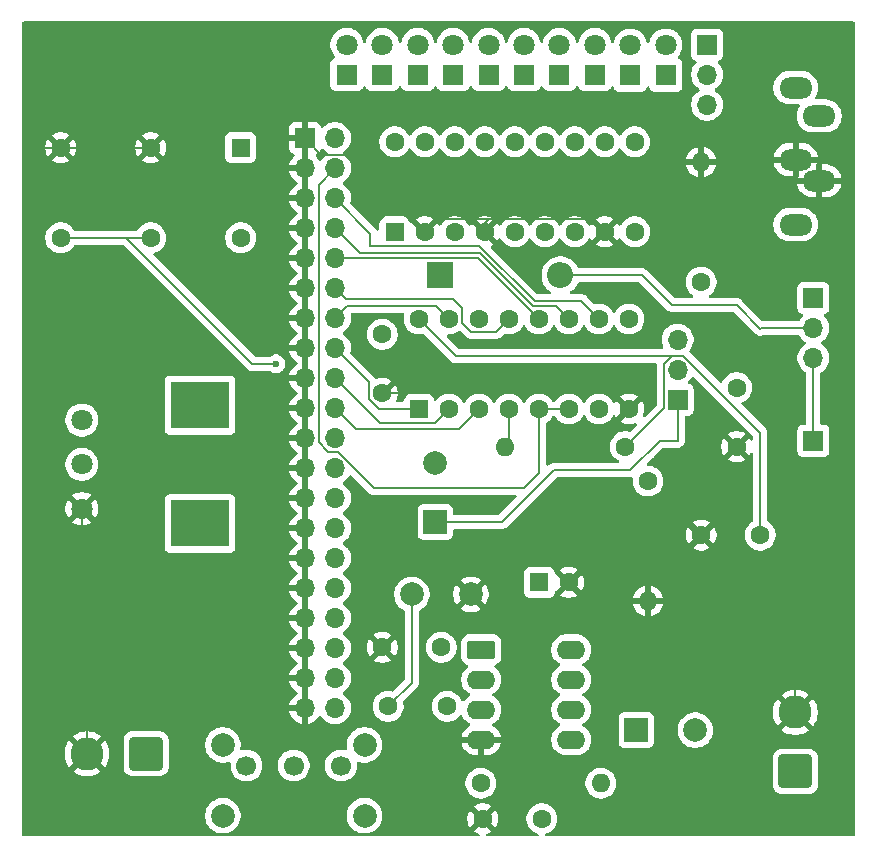
<source format=gbr>
%TF.GenerationSoftware,KiCad,Pcbnew,9.0.0*%
%TF.CreationDate,2025-04-10T20:17:47-05:00*%
%TF.ProjectId,SN76489AN_soundboard1,534e3736-3438-4394-914e-5f736f756e64,rev?*%
%TF.SameCoordinates,Original*%
%TF.FileFunction,Copper,L2,Bot*%
%TF.FilePolarity,Positive*%
%FSLAX46Y46*%
G04 Gerber Fmt 4.6, Leading zero omitted, Abs format (unit mm)*
G04 Created by KiCad (PCBNEW 9.0.0) date 2025-04-10 20:17:47*
%MOMM*%
%LPD*%
G01*
G04 APERTURE LIST*
G04 Aperture macros list*
%AMRoundRect*
0 Rectangle with rounded corners*
0 $1 Rounding radius*
0 $2 $3 $4 $5 $6 $7 $8 $9 X,Y pos of 4 corners*
0 Add a 4 corners polygon primitive as box body*
4,1,4,$2,$3,$4,$5,$6,$7,$8,$9,$2,$3,0*
0 Add four circle primitives for the rounded corners*
1,1,$1+$1,$2,$3*
1,1,$1+$1,$4,$5*
1,1,$1+$1,$6,$7*
1,1,$1+$1,$8,$9*
0 Add four rect primitives between the rounded corners*
20,1,$1+$1,$2,$3,$4,$5,0*
20,1,$1+$1,$4,$5,$6,$7,0*
20,1,$1+$1,$6,$7,$8,$9,0*
20,1,$1+$1,$8,$9,$2,$3,0*%
G04 Aperture macros list end*
%TA.AperFunction,ComponentPad*%
%ADD10R,1.700000X1.700000*%
%TD*%
%TA.AperFunction,ComponentPad*%
%ADD11R,1.600000X1.600000*%
%TD*%
%TA.AperFunction,ComponentPad*%
%ADD12C,1.600000*%
%TD*%
%TA.AperFunction,ComponentPad*%
%ADD13O,1.700000X1.700000*%
%TD*%
%TA.AperFunction,ComponentPad*%
%ADD14O,1.600000X1.600000*%
%TD*%
%TA.AperFunction,ComponentPad*%
%ADD15RoundRect,0.250000X0.550000X-0.550000X0.550000X0.550000X-0.550000X0.550000X-0.550000X-0.550000X0*%
%TD*%
%TA.AperFunction,ComponentPad*%
%ADD16R,1.800000X1.800000*%
%TD*%
%TA.AperFunction,ComponentPad*%
%ADD17C,1.800000*%
%TD*%
%TA.AperFunction,ComponentPad*%
%ADD18RoundRect,0.250000X-0.950000X-0.550000X0.950000X-0.550000X0.950000X0.550000X-0.950000X0.550000X0*%
%TD*%
%TA.AperFunction,ComponentPad*%
%ADD19O,2.400000X1.600000*%
%TD*%
%TA.AperFunction,ComponentPad*%
%ADD20R,2.200000X2.200000*%
%TD*%
%TA.AperFunction,ComponentPad*%
%ADD21O,2.200000X2.200000*%
%TD*%
%TA.AperFunction,ComponentPad*%
%ADD22O,2.800000X1.800000*%
%TD*%
%TA.AperFunction,ComponentPad*%
%ADD23C,2.000000*%
%TD*%
%TA.AperFunction,ComponentPad*%
%ADD24R,2.000000X2.000000*%
%TD*%
%TA.AperFunction,ComponentPad*%
%ADD25C,1.700000*%
%TD*%
%TA.AperFunction,ComponentPad*%
%ADD26RoundRect,0.250001X1.149999X-1.149999X1.149999X1.149999X-1.149999X1.149999X-1.149999X-1.149999X0*%
%TD*%
%TA.AperFunction,ComponentPad*%
%ADD27C,2.800000*%
%TD*%
%TA.AperFunction,ComponentPad*%
%ADD28RoundRect,0.250001X1.149999X1.149999X-1.149999X1.149999X-1.149999X-1.149999X1.149999X-1.149999X0*%
%TD*%
%TA.AperFunction,WasherPad*%
%ADD29R,5.000000X4.000000*%
%TD*%
%TA.AperFunction,ViaPad*%
%ADD30C,0.600000*%
%TD*%
%TA.AperFunction,Conductor*%
%ADD31C,0.200000*%
%TD*%
G04 APERTURE END LIST*
D10*
%TO.P,J4,1,Pin_1*%
%TO.N,Net-(J4-Pin_1)*%
X127000000Y-66000000D03*
%TD*%
D11*
%TO.P,Y1,1,NC*%
%TO.N,unconnected-(Y1-NC-Pad1)*%
X78500000Y-41190000D03*
D12*
%TO.P,Y1,7,GND*%
%TO.N,GND*%
X63260000Y-41190000D03*
%TO.P,Y1,8,OUT*%
%TO.N,Net-(U4-CLOCK)*%
X63260000Y-48810000D03*
%TO.P,Y1,14,Vcc*%
%TO.N,VCC*%
X78500000Y-48810000D03*
%TD*%
D10*
%TO.P,JP2,1,A*%
%TO.N,VCC*%
X118000000Y-32475000D03*
D13*
%TO.P,JP2,2,B*%
%TO.N,Net-(SW1-B)*%
X118000000Y-35015000D03*
%TO.P,JP2,3,C*%
%TO.N,unconnected-(SW1-C-Pad3)*%
X118000000Y-37555000D03*
%TD*%
D12*
%TO.P,R3,1*%
%TO.N,Net-(C8-Pad1)*%
X98840000Y-95000000D03*
D14*
%TO.P,R3,2*%
%TO.N,Net-(C7-Pad2)*%
X109000000Y-95000000D03*
%TD*%
D11*
%TO.P,osc,1*%
%TO.N,unconnected-(Y1-NC-Pad1)*%
X78500000Y-41190000D03*
D12*
%TO.P,osc,4*%
%TO.N,GND*%
X70880000Y-41190000D03*
%TO.P,osc,5*%
%TO.N,Net-(U4-CLOCK)*%
X70880000Y-48810000D03*
%TO.P,osc,8*%
%TO.N,VCC*%
X78500000Y-48810000D03*
%TD*%
%TO.P,C3,1*%
%TO.N,Net-(C2-Pad1)*%
X91000000Y-88500000D03*
%TO.P,C3,2*%
%TO.N,Net-(U1-+)*%
X96000000Y-88500000D03*
%TD*%
D15*
%TO.P,U2,1,LED1*%
%TO.N,Net-(D1-K)*%
X91545112Y-48305000D03*
D12*
%TO.P,U2,2,V-*%
%TO.N,GND*%
X94085112Y-48305000D03*
%TO.P,U2,3,V+*%
%TO.N,VCC*%
X96625112Y-48305000D03*
%TO.P,U2,4,RLO*%
%TO.N,GND*%
X99165112Y-48305000D03*
%TO.P,U2,5,SIG*%
%TO.N,Net-(D11-K)*%
X101705112Y-48305000D03*
%TO.P,U2,6,RHI*%
%TO.N,Net-(U2-REFOUT)*%
X104245112Y-48305000D03*
%TO.P,U2,7,REFOUT*%
X106785112Y-48305000D03*
%TO.P,U2,8,REFADJ*%
%TO.N,GND*%
X109325112Y-48305000D03*
%TO.P,U2,9,MODE*%
%TO.N,Net-(SW1-B)*%
X111865112Y-48305000D03*
%TO.P,U2,10,LED10*%
%TO.N,Net-(D10-K)*%
X111865112Y-40685000D03*
%TO.P,U2,11,LED9*%
%TO.N,Net-(D9-K)*%
X109325112Y-40685000D03*
%TO.P,U2,12,LED8*%
%TO.N,Net-(D8-K)*%
X106785112Y-40685000D03*
%TO.P,U2,13,LED7*%
%TO.N,Net-(D7-K)*%
X104245112Y-40685000D03*
%TO.P,U2,14,LED6*%
%TO.N,Net-(D6-K)*%
X101705112Y-40685000D03*
%TO.P,U2,15,LED5*%
%TO.N,Net-(D5-K)*%
X99165112Y-40685000D03*
%TO.P,U2,16,LED4*%
%TO.N,Net-(D4-K)*%
X96625112Y-40685000D03*
%TO.P,U2,17,LED3*%
%TO.N,Net-(D3-K)*%
X94085112Y-40685000D03*
%TO.P,U2,18,LED2*%
%TO.N,Net-(D2-K)*%
X91545112Y-40685000D03*
%TD*%
D16*
%TO.P,D10,1,K*%
%TO.N,Net-(D10-K)*%
X114500000Y-35040000D03*
D17*
%TO.P,D10,2,A*%
%TO.N,VCC*%
X114500000Y-32500000D03*
%TD*%
D18*
%TO.P,U1,1,GAIN*%
%TO.N,unconnected-(U1-GAIN-Pad1)*%
X98880000Y-83690000D03*
D19*
%TO.P,U1,2,-*%
%TO.N,Net-(U1--)*%
X98880000Y-86230000D03*
%TO.P,U1,3,+*%
%TO.N,Net-(U1-+)*%
X98880000Y-88770000D03*
%TO.P,U1,4,GND*%
%TO.N,GND*%
X98880000Y-91310000D03*
%TO.P,U1,5*%
%TO.N,Net-(C8-Pad1)*%
X106500000Y-91310000D03*
%TO.P,U1,6,V+*%
%TO.N,VCC*%
X106500000Y-88770000D03*
%TO.P,U1,7,BYPASS*%
%TO.N,Net-(U1-BYPASS)*%
X106500000Y-86230000D03*
%TO.P,U1,8,GAIN*%
%TO.N,unconnected-(U1-GAIN-Pad8)*%
X106500000Y-83690000D03*
%TD*%
D20*
%TO.P,D11,1,K*%
%TO.N,Net-(D11-K)*%
X95420000Y-52000000D03*
D21*
%TO.P,D11,2,A*%
%TO.N,Net-(D11-A)*%
X105580000Y-52000000D03*
%TD*%
D12*
%TO.P,R2,1*%
%TO.N,VCC*%
X111080000Y-66500000D03*
D14*
%TO.P,R2,2*%
%TO.N,/A_STROBE*%
X100920000Y-66500000D03*
%TD*%
D22*
%TO.P,J3,R*%
%TO.N,GND*%
X127500000Y-44000000D03*
%TO.P,J3,RN*%
X125500000Y-42200000D03*
%TO.P,J3,S*%
%TO.N,N/C*%
X125500000Y-36100000D03*
%TO.P,J3,T*%
%TO.N,Net-(C1-Pad2)*%
X127500000Y-38500000D03*
%TO.P,J3,TN*%
X125500000Y-47700000D03*
%TD*%
D11*
%TO.P,C6,1*%
%TO.N,Net-(U1-BYPASS)*%
X103794888Y-78000000D03*
D12*
%TO.P,C6,2*%
%TO.N,GND*%
X106294888Y-78000000D03*
%TD*%
%TO.P,C4,1*%
%TO.N,GND*%
X90500000Y-83500000D03*
%TO.P,C4,2*%
%TO.N,Net-(U1--)*%
X95500000Y-83500000D03*
%TD*%
D23*
%TO.P,C2,1*%
%TO.N,Net-(C2-Pad1)*%
X93000000Y-79000000D03*
%TO.P,C2,2*%
%TO.N,GND*%
X98000000Y-79000000D03*
%TD*%
D16*
%TO.P,D3,1,K*%
%TO.N,Net-(D3-K)*%
X93500000Y-35000000D03*
D17*
%TO.P,D3,2,A*%
%TO.N,VCC*%
X93500000Y-32460000D03*
%TD*%
D15*
%TO.P,U4,1,D2*%
%TO.N,/A_D5*%
X93610000Y-63305000D03*
D12*
%TO.P,U4,2,D1*%
%TO.N,/A_D6*%
X96150000Y-63305000D03*
%TO.P,U4,3,D0*%
%TO.N,/A_D7*%
X98690000Y-63305000D03*
%TO.P,U4,4,READY*%
%TO.N,/A_STROBE*%
X101230000Y-63305000D03*
%TO.P,U4,5,~{WE}*%
%TO.N,/A_RDY*%
X103770000Y-63305000D03*
%TO.P,U4,6,~{OE}*%
X106310000Y-63305000D03*
%TO.P,U4,7,AUDIO*%
%TO.N,Net-(JP1-C)*%
X108850000Y-63305000D03*
%TO.P,U4,8,GND*%
%TO.N,GND*%
X111390000Y-63305000D03*
%TO.P,U4,9,N.C.*%
%TO.N,unconnected-(U4-N.C.-Pad9)*%
X111390000Y-55685000D03*
%TO.P,U4,10,D7*%
%TO.N,/A_D0*%
X108850000Y-55685000D03*
%TO.P,U4,11,D6*%
%TO.N,/A_D1*%
X106310000Y-55685000D03*
%TO.P,U4,12,D5*%
%TO.N,/A_D2*%
X103770000Y-55685000D03*
%TO.P,U4,13,D4*%
%TO.N,/A_D3*%
X101230000Y-55685000D03*
%TO.P,U4,14,CLOCK*%
%TO.N,Net-(U4-CLOCK)*%
X98690000Y-55685000D03*
%TO.P,U4,15,D3*%
%TO.N,/A_D4*%
X96150000Y-55685000D03*
%TO.P,U4,16,VCC*%
%TO.N,VCC*%
X93610000Y-55685000D03*
%TD*%
%TO.P,R1,1*%
%TO.N,Net-(D11-K)*%
X113000000Y-69420000D03*
D14*
%TO.P,R1,2*%
%TO.N,GND*%
X113000000Y-79580000D03*
%TD*%
D12*
%TO.P,C9,1*%
%TO.N,Net-(D11-K)*%
X120500000Y-61500000D03*
%TO.P,C9,2*%
%TO.N,GND*%
X120500000Y-66500000D03*
%TD*%
D24*
%TO.P,C8,1*%
%TO.N,Net-(C8-Pad1)*%
X112000000Y-90500000D03*
D23*
%TO.P,C8,2*%
%TO.N,Net-(J1-Pin_1)*%
X117000000Y-90500000D03*
%TD*%
%TO.P,SW3,*%
%TO.N,*%
X77000000Y-91750000D03*
X77000000Y-97750000D03*
X89000000Y-91750000D03*
X89000000Y-97750000D03*
D25*
%TO.P,SW3,1,A*%
%TO.N,unconnected-(SW3-A-Pad1)*%
X79000000Y-93500000D03*
%TO.P,SW3,2,B*%
%TO.N,VCC*%
X83000000Y-93500000D03*
%TO.P,SW3,3,C*%
%TO.N,Net-(J5-Pin_1)*%
X87000000Y-93500000D03*
%TD*%
D26*
%TO.P,J1,1,Pin_1*%
%TO.N,Net-(J1-Pin_1)*%
X125467500Y-94000000D03*
D27*
%TO.P,J1,2,Pin_2*%
%TO.N,GND*%
X125467500Y-89000000D03*
%TD*%
D28*
%TO.P,J5,1,Pin_1*%
%TO.N,Net-(J5-Pin_1)*%
X70500000Y-92500000D03*
D27*
%TO.P,J5,2,Pin_2*%
%TO.N,GND*%
X65500000Y-92500000D03*
%TD*%
D12*
%TO.P,R4,1*%
%TO.N,Net-(U2-REFOUT)*%
X117500000Y-52580000D03*
D14*
%TO.P,R4,2*%
%TO.N,GND*%
X117500000Y-42420000D03*
%TD*%
D16*
%TO.P,D2,1,K*%
%TO.N,Net-(D2-K)*%
X90500000Y-35000000D03*
D17*
%TO.P,D2,2,A*%
%TO.N,VCC*%
X90500000Y-32460000D03*
%TD*%
D12*
%TO.P,C10,1*%
%TO.N,VCC*%
X90500000Y-57000000D03*
%TO.P,C10,2*%
%TO.N,GND*%
X90500000Y-62000000D03*
%TD*%
D10*
%TO.P,JP1,1,A*%
%TO.N,Net-(JP1-A)*%
X115500000Y-62525000D03*
D13*
%TO.P,JP1,2,C*%
%TO.N,Net-(JP1-C)*%
X115500000Y-59985000D03*
%TO.P,JP1,3,B*%
%TO.N,Net-(JP1-B)*%
X115500000Y-57445000D03*
%TD*%
D16*
%TO.P,D8,1,K*%
%TO.N,Net-(D8-K)*%
X108500000Y-35000000D03*
D17*
%TO.P,D8,2,A*%
%TO.N,VCC*%
X108500000Y-32460000D03*
%TD*%
D16*
%TO.P,D6,1,K*%
%TO.N,Net-(D6-K)*%
X102500000Y-35000000D03*
D17*
%TO.P,D6,2,A*%
%TO.N,VCC*%
X102500000Y-32460000D03*
%TD*%
D16*
%TO.P,D7,1,K*%
%TO.N,Net-(D7-K)*%
X105500000Y-35000000D03*
D17*
%TO.P,D7,2,A*%
%TO.N,VCC*%
X105500000Y-32460000D03*
%TD*%
D10*
%TO.P,JP3,1,A*%
%TO.N,Net-(J1-Pin_1)*%
X127000000Y-53920000D03*
D13*
%TO.P,JP3,2,B*%
%TO.N,Net-(D11-A)*%
X127000000Y-56460000D03*
%TO.P,JP3,3,C*%
%TO.N,Net-(J4-Pin_1)*%
X127000000Y-59000000D03*
%TD*%
D16*
%TO.P,D4,1,K*%
%TO.N,Net-(D4-K)*%
X96500000Y-35000000D03*
D17*
%TO.P,D4,2,A*%
%TO.N,VCC*%
X96500000Y-32460000D03*
%TD*%
D16*
%TO.P,D9,1,K*%
%TO.N,Net-(D9-K)*%
X111500000Y-35040000D03*
D17*
%TO.P,D9,2,A*%
%TO.N,VCC*%
X111500000Y-32500000D03*
%TD*%
D24*
%TO.P,C1,1*%
%TO.N,Net-(JP1-A)*%
X95000000Y-72867677D03*
D23*
%TO.P,C1,2*%
%TO.N,Net-(C1-Pad2)*%
X95000000Y-67867677D03*
%TD*%
D12*
%TO.P,C7,1*%
%TO.N,GND*%
X99000000Y-98000000D03*
%TO.P,C7,2*%
%TO.N,Net-(C7-Pad2)*%
X104000000Y-98000000D03*
%TD*%
%TO.P,C5,1*%
%TO.N,VCC*%
X122500000Y-74000000D03*
%TO.P,C5,2*%
%TO.N,GND*%
X117500000Y-74000000D03*
%TD*%
D16*
%TO.P,D5,1,K*%
%TO.N,Net-(D5-K)*%
X99500000Y-35000000D03*
D17*
%TO.P,D5,2,A*%
%TO.N,VCC*%
X99500000Y-32460000D03*
%TD*%
D16*
%TO.P,D1,1,K*%
%TO.N,Net-(D1-K)*%
X87500000Y-35000000D03*
D17*
%TO.P,D1,2,A*%
%TO.N,VCC*%
X87500000Y-32460000D03*
%TD*%
D29*
%TO.P,RV1,*%
%TO.N,*%
X75062500Y-63000000D03*
X75062500Y-73000000D03*
D17*
%TO.P,RV1,1,1*%
%TO.N,Net-(JP1-B)*%
X65062500Y-64250000D03*
%TO.P,RV1,2,2*%
%TO.N,Net-(C2-Pad1)*%
X65062500Y-68000000D03*
%TO.P,RV1,3,3*%
%TO.N,GND*%
X65062500Y-71750000D03*
%TD*%
D10*
%TO.P,J2,1,Pin_1*%
%TO.N,GND*%
X83960000Y-40380000D03*
D13*
%TO.P,J2,2,Pin_2*%
%TO.N,/A_STROBE*%
X86500000Y-40380000D03*
%TO.P,J2,3,Pin_3*%
%TO.N,GND*%
X83960000Y-42920000D03*
%TO.P,J2,4,Pin_4*%
%TO.N,/A_RDY*%
X86500000Y-42920000D03*
%TO.P,J2,5,Pin_5*%
%TO.N,GND*%
X83960000Y-45460000D03*
%TO.P,J2,6,Pin_6*%
%TO.N,/A_D0*%
X86500000Y-45460000D03*
%TO.P,J2,7,Pin_7*%
%TO.N,GND*%
X83960000Y-48000000D03*
%TO.P,J2,8,Pin_8*%
%TO.N,/A_D1*%
X86500000Y-48000000D03*
%TO.P,J2,9,Pin_9*%
%TO.N,GND*%
X83960000Y-50540000D03*
%TO.P,J2,10,Pin_10*%
%TO.N,/A_D2*%
X86500000Y-50540000D03*
%TO.P,J2,11,Pin_11*%
%TO.N,GND*%
X83960000Y-53080000D03*
%TO.P,J2,12,Pin_12*%
%TO.N,/A_D3*%
X86500000Y-53080000D03*
%TO.P,J2,13,Pin_13*%
%TO.N,GND*%
X83960000Y-55620000D03*
%TO.P,J2,14,Pin_14*%
%TO.N,/A_D4*%
X86500000Y-55620000D03*
%TO.P,J2,15,Pin_15*%
%TO.N,GND*%
X83960000Y-58160000D03*
%TO.P,J2,16,Pin_16*%
%TO.N,/A_D5*%
X86500000Y-58160000D03*
%TO.P,J2,17,Pin_17*%
%TO.N,GND*%
X83960000Y-60700000D03*
%TO.P,J2,18,Pin_18*%
%TO.N,/A_D6*%
X86500000Y-60700000D03*
%TO.P,J2,19,Pin_19*%
%TO.N,GND*%
X83960000Y-63240000D03*
%TO.P,J2,20,Pin_20*%
%TO.N,/A_D7*%
X86500000Y-63240000D03*
%TO.P,J2,21,Pin_21*%
%TO.N,GND*%
X83960000Y-65780000D03*
%TO.P,J2,22,Pin_22*%
%TO.N,unconnected-(J2-Pin_22-Pad22)*%
X86500000Y-65780000D03*
%TO.P,J2,23,Pin_23*%
%TO.N,GND*%
X83960000Y-68320000D03*
%TO.P,J2,24,Pin_24*%
%TO.N,unconnected-(J2-Pin_24-Pad24)*%
X86500000Y-68320000D03*
%TO.P,J2,25,Pin_25*%
%TO.N,GND*%
X83960000Y-70860000D03*
%TO.P,J2,26,Pin_26*%
%TO.N,unconnected-(J2-Pin_26-Pad26)*%
X86500000Y-70860000D03*
%TO.P,J2,27,Pin_27*%
%TO.N,GND*%
X83960000Y-73400000D03*
%TO.P,J2,28,Pin_28*%
%TO.N,unconnected-(J2-Pin_28-Pad28)*%
X86500000Y-73400000D03*
%TO.P,J2,29,Pin_29*%
%TO.N,GND*%
X83960000Y-75940000D03*
%TO.P,J2,30,Pin_30*%
%TO.N,unconnected-(J2-Pin_30-Pad30)*%
X86500000Y-75940000D03*
%TO.P,J2,31,Pin_31*%
%TO.N,GND*%
X83960000Y-78480000D03*
%TO.P,J2,32,Pin_32*%
%TO.N,unconnected-(J2-Pin_32-Pad32)*%
X86500000Y-78480000D03*
%TO.P,J2,33,Pin_33*%
%TO.N,GND*%
X83960000Y-81020000D03*
%TO.P,J2,34,Pin_34*%
%TO.N,unconnected-(J2-Pin_34-Pad34)*%
X86500000Y-81020000D03*
%TO.P,J2,35,Pin_35*%
%TO.N,GND*%
X83960000Y-83560000D03*
%TO.P,J2,36,Pin_36*%
%TO.N,unconnected-(J2-Pin_36-Pad36)*%
X86500000Y-83560000D03*
%TO.P,J2,37,Pin_37*%
%TO.N,GND*%
X83960000Y-86100000D03*
%TO.P,J2,38,Pin_38*%
%TO.N,unconnected-(J2-Pin_38-Pad38)*%
X86500000Y-86100000D03*
%TO.P,J2,39,Pin_39*%
%TO.N,GND*%
X83960000Y-88640000D03*
%TO.P,J2,40,Pin_40*%
%TO.N,unconnected-(J2-Pin_40-Pad40)*%
X86500000Y-88640000D03*
%TD*%
D30*
%TO.N,Net-(U4-CLOCK)*%
X81500000Y-59500000D03*
%TD*%
D31*
%TO.N,Net-(JP1-A)*%
X100632323Y-72867677D02*
X105000000Y-68500000D01*
X111500000Y-68500000D02*
X105000000Y-68500000D01*
X114000000Y-66000000D02*
X111500000Y-68500000D01*
X115500000Y-66000000D02*
X115500000Y-62525000D01*
X115500000Y-66000000D02*
X114000000Y-66000000D01*
X95000000Y-72867677D02*
X100632323Y-72867677D01*
%TO.N,Net-(C2-Pad1)*%
X93000000Y-86500000D02*
X91000000Y-88500000D01*
X93000000Y-78500000D02*
X93000000Y-86500000D01*
%TO.N,GND*%
X113000000Y-79580000D02*
X107874888Y-79580000D01*
X99165112Y-47538888D02*
X99500000Y-47204000D01*
X106294888Y-78000000D02*
X111874888Y-83580000D01*
X108224112Y-47204000D02*
X109325112Y-48305000D01*
X90500000Y-62000000D02*
X110085000Y-62000000D01*
X85349000Y-41769000D02*
X83960000Y-40380000D01*
X94085112Y-48305000D02*
X95186112Y-47204000D01*
X111874888Y-83580000D02*
X123420000Y-83580000D01*
X61810000Y-41190000D02*
X60500000Y-42500000D01*
X110085000Y-62000000D02*
X111390000Y-63305000D01*
X65500000Y-83500000D02*
X65500000Y-92500000D01*
X117500000Y-74000000D02*
X113000000Y-78500000D01*
X123420000Y-83580000D02*
X125467500Y-85627500D01*
X65062500Y-71750000D02*
X65062500Y-73958454D01*
X63260000Y-41190000D02*
X61810000Y-41190000D01*
X107874888Y-79580000D02*
X106294888Y-78000000D01*
X60510477Y-42510477D02*
X60510477Y-78510477D01*
X69360000Y-88640000D02*
X65500000Y-92500000D01*
X125467500Y-85627500D02*
X125467500Y-89000000D01*
X95186112Y-47204000D02*
X99500000Y-47204000D01*
X94085112Y-48305000D02*
X87549112Y-41769000D01*
X113000000Y-78500000D02*
X113000000Y-79580000D01*
X63260000Y-41190000D02*
X70880000Y-41190000D01*
X60500000Y-42500000D02*
X60510477Y-42510477D01*
X99165112Y-48305000D02*
X99165112Y-47538888D01*
X99500000Y-47204000D02*
X108224112Y-47204000D01*
X83960000Y-88640000D02*
X83960000Y-40380000D01*
X65062500Y-73958454D02*
X60510477Y-78510477D01*
X60510477Y-78510477D02*
X65500000Y-83500000D01*
X87549112Y-41769000D02*
X85349000Y-41769000D01*
X83960000Y-40380000D02*
X83880000Y-40380000D01*
X83960000Y-88640000D02*
X69360000Y-88640000D01*
%TO.N,VCC*%
X115023240Y-58834000D02*
X115976760Y-58834000D01*
X96759000Y-58834000D02*
X93610000Y-55685000D01*
X114349000Y-59508240D02*
X115023240Y-58834000D01*
X122500000Y-65357240D02*
X115976760Y-58834000D01*
X115976760Y-58834000D02*
X96759000Y-58834000D01*
X114349000Y-63231000D02*
X114349000Y-59508240D01*
X111080000Y-66500000D02*
X114349000Y-63231000D01*
X122500000Y-74000000D02*
X122500000Y-65357240D01*
%TO.N,Net-(D11-A)*%
X120500000Y-54500000D02*
X122500000Y-56500000D01*
X105580000Y-52000000D02*
X112500000Y-52000000D01*
X122540000Y-56460000D02*
X127000000Y-56460000D01*
X122500000Y-56500000D02*
X122540000Y-56460000D01*
X112500000Y-52000000D02*
X115000000Y-54500000D01*
X115000000Y-54500000D02*
X120500000Y-54500000D01*
%TO.N,/A_D6*%
X94955000Y-64500000D02*
X90300000Y-64500000D01*
X96150000Y-63305000D02*
X94955000Y-64500000D01*
X90300000Y-64500000D02*
X86500000Y-60700000D01*
%TO.N,/A_D2*%
X103770000Y-55685000D02*
X98625000Y-50540000D01*
X98625000Y-50540000D02*
X86500000Y-50540000D01*
%TO.N,/A_RDY*%
X89807760Y-70000000D02*
X102500000Y-70000000D01*
X103770000Y-68730000D02*
X103770000Y-63305000D01*
X85111000Y-66111000D02*
X85931000Y-66931000D01*
X85111000Y-44309000D02*
X85111000Y-66111000D01*
X86500000Y-42920000D02*
X85111000Y-44309000D01*
X102500000Y-70000000D02*
X103770000Y-68730000D01*
X85931000Y-66931000D02*
X86738760Y-66931000D01*
X86738760Y-66931000D02*
X89807760Y-70000000D01*
X103770000Y-63305000D02*
X106310000Y-63305000D01*
%TO.N,/A_D4*%
X95049000Y-54584000D02*
X87536000Y-54584000D01*
X96150000Y-55685000D02*
X95049000Y-54584000D01*
X87536000Y-54584000D02*
X86500000Y-55620000D01*
%TO.N,/A_D0*%
X107348000Y-54183000D02*
X103402200Y-54183000D01*
X86500000Y-45460000D02*
X86500000Y-45500000D01*
X89500000Y-49500000D02*
X89500000Y-48460000D01*
X89500000Y-48460000D02*
X86500000Y-45460000D01*
X103402200Y-54183000D02*
X98719200Y-49500000D01*
X98719200Y-49500000D02*
X89500000Y-49500000D01*
X108850000Y-55685000D02*
X107348000Y-54183000D01*
%TO.N,/A_D3*%
X96500000Y-54000000D02*
X87420000Y-54000000D01*
X87420000Y-54000000D02*
X86500000Y-53080000D01*
X98037000Y-56786000D02*
X97251000Y-56000000D01*
X97251000Y-56000000D02*
X97251000Y-54751000D01*
X100129000Y-56786000D02*
X98037000Y-56786000D01*
X101230000Y-55685000D02*
X100129000Y-56786000D01*
X97251000Y-54751000D02*
X96500000Y-54000000D01*
%TO.N,/A_D1*%
X103236100Y-54584000D02*
X105209000Y-54584000D01*
X98791100Y-50139000D02*
X103236100Y-54584000D01*
X86500000Y-48000000D02*
X88639000Y-50139000D01*
X105209000Y-54584000D02*
X106310000Y-55685000D01*
X88639000Y-50139000D02*
X98791100Y-50139000D01*
%TO.N,/A_STROBE*%
X101230000Y-63305000D02*
X101230000Y-66190000D01*
X101230000Y-66190000D02*
X100920000Y-66500000D01*
%TO.N,/A_D5*%
X93610000Y-63305000D02*
X90247950Y-63305000D01*
X90247950Y-63305000D02*
X89399000Y-62456050D01*
X89399000Y-62456050D02*
X89399000Y-61059000D01*
X89399000Y-61059000D02*
X86500000Y-58160000D01*
%TO.N,/A_D7*%
X98690000Y-63305000D02*
X96995000Y-65000000D01*
X96995000Y-65000000D02*
X88260000Y-65000000D01*
X88260000Y-65000000D02*
X86500000Y-63240000D01*
%TO.N,Net-(J4-Pin_1)*%
X127000000Y-59000000D02*
X127000000Y-66000000D01*
%TO.N,Net-(U4-CLOCK)*%
X79500000Y-59500000D02*
X68810000Y-48810000D01*
X70880000Y-48810000D02*
X68810000Y-48810000D01*
X63260000Y-48810000D02*
X68810000Y-48810000D01*
X81500000Y-59500000D02*
X79500000Y-59500000D01*
%TD*%
%TA.AperFunction,Conductor*%
%TO.N,GND*%
G36*
X84210000Y-88206988D02*
G01*
X84152993Y-88174075D01*
X84025826Y-88140000D01*
X83894174Y-88140000D01*
X83767007Y-88174075D01*
X83710000Y-88206988D01*
X83710000Y-86533012D01*
X83767007Y-86565925D01*
X83894174Y-86600000D01*
X84025826Y-86600000D01*
X84152993Y-86565925D01*
X84210000Y-86533012D01*
X84210000Y-88206988D01*
G37*
%TD.AperFunction*%
%TA.AperFunction,Conductor*%
G36*
X84210000Y-85666988D02*
G01*
X84152993Y-85634075D01*
X84025826Y-85600000D01*
X83894174Y-85600000D01*
X83767007Y-85634075D01*
X83710000Y-85666988D01*
X83710000Y-83993012D01*
X83767007Y-84025925D01*
X83894174Y-84060000D01*
X84025826Y-84060000D01*
X84152993Y-84025925D01*
X84210000Y-83993012D01*
X84210000Y-85666988D01*
G37*
%TD.AperFunction*%
%TA.AperFunction,Conductor*%
G36*
X84210000Y-83126988D02*
G01*
X84152993Y-83094075D01*
X84025826Y-83060000D01*
X83894174Y-83060000D01*
X83767007Y-83094075D01*
X83710000Y-83126988D01*
X83710000Y-81453012D01*
X83767007Y-81485925D01*
X83894174Y-81520000D01*
X84025826Y-81520000D01*
X84152993Y-81485925D01*
X84210000Y-81453012D01*
X84210000Y-83126988D01*
G37*
%TD.AperFunction*%
%TA.AperFunction,Conductor*%
G36*
X84210000Y-80586988D02*
G01*
X84152993Y-80554075D01*
X84025826Y-80520000D01*
X83894174Y-80520000D01*
X83767007Y-80554075D01*
X83710000Y-80586988D01*
X83710000Y-78913012D01*
X83767007Y-78945925D01*
X83894174Y-78980000D01*
X84025826Y-78980000D01*
X84152993Y-78945925D01*
X84210000Y-78913012D01*
X84210000Y-80586988D01*
G37*
%TD.AperFunction*%
%TA.AperFunction,Conductor*%
G36*
X84210000Y-78046988D02*
G01*
X84152993Y-78014075D01*
X84025826Y-77980000D01*
X83894174Y-77980000D01*
X83767007Y-78014075D01*
X83710000Y-78046988D01*
X83710000Y-76373012D01*
X83767007Y-76405925D01*
X83894174Y-76440000D01*
X84025826Y-76440000D01*
X84152993Y-76405925D01*
X84210000Y-76373012D01*
X84210000Y-78046988D01*
G37*
%TD.AperFunction*%
%TA.AperFunction,Conductor*%
G36*
X84210000Y-75506988D02*
G01*
X84152993Y-75474075D01*
X84025826Y-75440000D01*
X83894174Y-75440000D01*
X83767007Y-75474075D01*
X83710000Y-75506988D01*
X83710000Y-73833012D01*
X83767007Y-73865925D01*
X83894174Y-73900000D01*
X84025826Y-73900000D01*
X84152993Y-73865925D01*
X84210000Y-73833012D01*
X84210000Y-75506988D01*
G37*
%TD.AperFunction*%
%TA.AperFunction,Conductor*%
G36*
X84210000Y-72966988D02*
G01*
X84152993Y-72934075D01*
X84025826Y-72900000D01*
X83894174Y-72900000D01*
X83767007Y-72934075D01*
X83710000Y-72966988D01*
X83710000Y-71293012D01*
X83767007Y-71325925D01*
X83894174Y-71360000D01*
X84025826Y-71360000D01*
X84152993Y-71325925D01*
X84210000Y-71293012D01*
X84210000Y-72966988D01*
G37*
%TD.AperFunction*%
%TA.AperFunction,Conductor*%
G36*
X84210000Y-70426988D02*
G01*
X84152993Y-70394075D01*
X84025826Y-70360000D01*
X83894174Y-70360000D01*
X83767007Y-70394075D01*
X83710000Y-70426988D01*
X83710000Y-68753012D01*
X83767007Y-68785925D01*
X83894174Y-68820000D01*
X84025826Y-68820000D01*
X84152993Y-68785925D01*
X84210000Y-68753012D01*
X84210000Y-70426988D01*
G37*
%TD.AperFunction*%
%TA.AperFunction,Conductor*%
G36*
X110990000Y-63357661D02*
G01*
X111017259Y-63459394D01*
X111069920Y-63550606D01*
X111144394Y-63625080D01*
X111235606Y-63677741D01*
X111337339Y-63705000D01*
X111343553Y-63705000D01*
X110664076Y-64384474D01*
X110708650Y-64416859D01*
X110890968Y-64509755D01*
X111085582Y-64572990D01*
X111287683Y-64605000D01*
X111492317Y-64605000D01*
X111694417Y-64572990D01*
X111889573Y-64509578D01*
X111959414Y-64507582D01*
X112019247Y-64543662D01*
X112050076Y-64606363D01*
X112042112Y-64675777D01*
X112015573Y-64715190D01*
X111524842Y-65205921D01*
X111463519Y-65239406D01*
X111398848Y-65236173D01*
X111384534Y-65231522D01*
X111209995Y-65203878D01*
X111182352Y-65199500D01*
X110977648Y-65199500D01*
X110953329Y-65203351D01*
X110775465Y-65231522D01*
X110580776Y-65294781D01*
X110398386Y-65387715D01*
X110232786Y-65508028D01*
X110088028Y-65652786D01*
X109967715Y-65818386D01*
X109874781Y-66000776D01*
X109811522Y-66195465D01*
X109779500Y-66397648D01*
X109779500Y-66602351D01*
X109811522Y-66804534D01*
X109874781Y-66999223D01*
X109919833Y-67087641D01*
X109967585Y-67181359D01*
X109967715Y-67181613D01*
X110088028Y-67347213D01*
X110232786Y-67491971D01*
X110353226Y-67579474D01*
X110398390Y-67612287D01*
X110478466Y-67653088D01*
X110501874Y-67665015D01*
X110552670Y-67712990D01*
X110569465Y-67780811D01*
X110546927Y-67846946D01*
X110492212Y-67890397D01*
X110445579Y-67899500D01*
X105079057Y-67899500D01*
X104920943Y-67899500D01*
X104768215Y-67940423D01*
X104768214Y-67940423D01*
X104768212Y-67940424D01*
X104768209Y-67940425D01*
X104729318Y-67962879D01*
X104729309Y-67962885D01*
X104723537Y-67966218D01*
X104631284Y-68019480D01*
X104575401Y-68075362D01*
X104567664Y-68081017D01*
X104543445Y-68089734D01*
X104520858Y-68102068D01*
X104511115Y-68101371D01*
X104501923Y-68104680D01*
X104476836Y-68098919D01*
X104451166Y-68097084D01*
X104443346Y-68091229D01*
X104433826Y-68089044D01*
X104415836Y-68070635D01*
X104395233Y-68055212D01*
X104391819Y-68046060D01*
X104384992Y-68039074D01*
X104379810Y-68013863D01*
X104370816Y-67989748D01*
X104370500Y-67980902D01*
X104370500Y-64534601D01*
X104390185Y-64467562D01*
X104438206Y-64424116D01*
X104451610Y-64417287D01*
X104617219Y-64296966D01*
X104761966Y-64152219D01*
X104761968Y-64152215D01*
X104761971Y-64152213D01*
X104882284Y-63986614D01*
X104882286Y-63986611D01*
X104882287Y-63986610D01*
X104889117Y-63973204D01*
X104899566Y-63962140D01*
X104905889Y-63948297D01*
X104923068Y-63937256D01*
X104937091Y-63922409D01*
X104952772Y-63918167D01*
X104964667Y-63910523D01*
X104999602Y-63905500D01*
X105080398Y-63905500D01*
X105147437Y-63925185D01*
X105190883Y-63973205D01*
X105197715Y-63986614D01*
X105318028Y-64152213D01*
X105462786Y-64296971D01*
X105603473Y-64399184D01*
X105628390Y-64417287D01*
X105709499Y-64458614D01*
X105810776Y-64510218D01*
X105810778Y-64510218D01*
X105810781Y-64510220D01*
X105866866Y-64528443D01*
X106005465Y-64573477D01*
X106106557Y-64589488D01*
X106207648Y-64605500D01*
X106207649Y-64605500D01*
X106412351Y-64605500D01*
X106412352Y-64605500D01*
X106614534Y-64573477D01*
X106809219Y-64510220D01*
X106991610Y-64417287D01*
X107102900Y-64336431D01*
X107157213Y-64296971D01*
X107157215Y-64296968D01*
X107157219Y-64296966D01*
X107301966Y-64152219D01*
X107301968Y-64152215D01*
X107301971Y-64152213D01*
X107422284Y-63986614D01*
X107422286Y-63986611D01*
X107422287Y-63986610D01*
X107469516Y-63893917D01*
X107517489Y-63843123D01*
X107585310Y-63826328D01*
X107651445Y-63848865D01*
X107690483Y-63893917D01*
X107718034Y-63947988D01*
X107737715Y-63986614D01*
X107858028Y-64152213D01*
X108002786Y-64296971D01*
X108143473Y-64399184D01*
X108168390Y-64417287D01*
X108249499Y-64458614D01*
X108350776Y-64510218D01*
X108350778Y-64510218D01*
X108350781Y-64510220D01*
X108406866Y-64528443D01*
X108545465Y-64573477D01*
X108646557Y-64589488D01*
X108747648Y-64605500D01*
X108747649Y-64605500D01*
X108952351Y-64605500D01*
X108952352Y-64605500D01*
X109154534Y-64573477D01*
X109349219Y-64510220D01*
X109531610Y-64417287D01*
X109642900Y-64336431D01*
X109697213Y-64296971D01*
X109697215Y-64296968D01*
X109697219Y-64296966D01*
X109841966Y-64152219D01*
X109841968Y-64152215D01*
X109841971Y-64152213D01*
X109930093Y-64030921D01*
X109962287Y-63986610D01*
X110009795Y-63893369D01*
X110057769Y-63842573D01*
X110125590Y-63825778D01*
X110191725Y-63848315D01*
X110230765Y-63893369D01*
X110278141Y-63986350D01*
X110278147Y-63986359D01*
X110310523Y-64030921D01*
X110310524Y-64030922D01*
X110990000Y-63351446D01*
X110990000Y-63357661D01*
G37*
%TD.AperFunction*%
%TA.AperFunction,Conductor*%
G36*
X84210000Y-67886988D02*
G01*
X84152993Y-67854075D01*
X84025826Y-67820000D01*
X83894174Y-67820000D01*
X83767007Y-67854075D01*
X83710000Y-67886988D01*
X83710000Y-66213012D01*
X83767007Y-66245925D01*
X83894174Y-66280000D01*
X84025826Y-66280000D01*
X84152993Y-66245925D01*
X84210000Y-66213012D01*
X84210000Y-67886988D01*
G37*
%TD.AperFunction*%
%TA.AperFunction,Conductor*%
G36*
X84210000Y-65346988D02*
G01*
X84152993Y-65314075D01*
X84025826Y-65280000D01*
X83894174Y-65280000D01*
X83767007Y-65314075D01*
X83710000Y-65346988D01*
X83710000Y-63673012D01*
X83767007Y-63705925D01*
X83894174Y-63740000D01*
X84025826Y-63740000D01*
X84152993Y-63705925D01*
X84210000Y-63673012D01*
X84210000Y-65346988D01*
G37*
%TD.AperFunction*%
%TA.AperFunction,Conductor*%
G36*
X92301563Y-55204185D02*
G01*
X92347318Y-55256989D01*
X92357262Y-55326147D01*
X92352455Y-55346817D01*
X92341524Y-55380457D01*
X92341523Y-55380464D01*
X92333694Y-55429896D01*
X92309500Y-55582648D01*
X92309500Y-55787352D01*
X92310677Y-55794781D01*
X92341522Y-55989534D01*
X92404781Y-56184223D01*
X92458652Y-56289949D01*
X92477948Y-56327820D01*
X92497715Y-56366613D01*
X92618028Y-56532213D01*
X92762786Y-56676971D01*
X92899425Y-56776243D01*
X92928390Y-56797287D01*
X93044607Y-56856503D01*
X93110776Y-56890218D01*
X93110778Y-56890218D01*
X93110781Y-56890220D01*
X93166866Y-56908443D01*
X93305465Y-56953477D01*
X93406557Y-56969488D01*
X93507648Y-56985500D01*
X93507649Y-56985500D01*
X93712351Y-56985500D01*
X93712352Y-56985500D01*
X93914534Y-56953477D01*
X93928842Y-56948827D01*
X93998682Y-56946831D01*
X94054841Y-56979076D01*
X96390284Y-59314520D01*
X96390286Y-59314521D01*
X96390290Y-59314524D01*
X96398937Y-59319516D01*
X96527216Y-59393577D01*
X96679943Y-59434501D01*
X96679945Y-59434501D01*
X96845654Y-59434501D01*
X96845670Y-59434500D01*
X113624499Y-59434500D01*
X113633184Y-59437050D01*
X113642143Y-59435762D01*
X113666182Y-59446739D01*
X113691538Y-59454185D01*
X113697464Y-59461024D01*
X113705699Y-59464785D01*
X113719988Y-59487018D01*
X113737293Y-59506989D01*
X113739580Y-59517501D01*
X113743475Y-59523562D01*
X113748497Y-59558491D01*
X113748499Y-59558497D01*
X113748499Y-59587297D01*
X113748499Y-59587299D01*
X113748500Y-59597293D01*
X113748500Y-62930902D01*
X113728815Y-62997941D01*
X113712181Y-63018583D01*
X112800190Y-63930573D01*
X112738867Y-63964058D01*
X112669175Y-63959074D01*
X112613242Y-63917202D01*
X112588825Y-63851738D01*
X112594578Y-63804573D01*
X112657990Y-63609417D01*
X112690000Y-63407317D01*
X112690000Y-63202682D01*
X112657990Y-63000582D01*
X112594755Y-62805968D01*
X112501859Y-62623650D01*
X112469474Y-62579077D01*
X112469474Y-62579076D01*
X111790000Y-63258553D01*
X111790000Y-63252339D01*
X111762741Y-63150606D01*
X111710080Y-63059394D01*
X111635606Y-62984920D01*
X111544394Y-62932259D01*
X111442661Y-62905000D01*
X111436446Y-62905000D01*
X112115922Y-62225524D01*
X112115921Y-62225523D01*
X112071359Y-62193147D01*
X112071350Y-62193141D01*
X111889031Y-62100244D01*
X111694417Y-62037009D01*
X111492317Y-62005000D01*
X111287683Y-62005000D01*
X111085582Y-62037009D01*
X110890968Y-62100244D01*
X110708644Y-62193143D01*
X110664077Y-62225523D01*
X110664077Y-62225524D01*
X111343554Y-62905000D01*
X111337339Y-62905000D01*
X111235606Y-62932259D01*
X111144394Y-62984920D01*
X111069920Y-63059394D01*
X111017259Y-63150606D01*
X110990000Y-63252339D01*
X110990000Y-63258553D01*
X110310524Y-62579077D01*
X110310523Y-62579077D01*
X110278143Y-62623644D01*
X110230765Y-62716630D01*
X110182790Y-62767426D01*
X110114969Y-62784221D01*
X110048834Y-62761683D01*
X110009795Y-62716630D01*
X110009515Y-62716080D01*
X109962287Y-62623390D01*
X109962285Y-62623387D01*
X109962284Y-62623385D01*
X109841971Y-62457786D01*
X109697213Y-62313028D01*
X109531613Y-62192715D01*
X109531612Y-62192714D01*
X109531610Y-62192713D01*
X109435158Y-62143568D01*
X109349223Y-62099781D01*
X109154534Y-62036522D01*
X108979995Y-62008878D01*
X108952352Y-62004500D01*
X108747648Y-62004500D01*
X108723329Y-62008351D01*
X108545465Y-62036522D01*
X108350776Y-62099781D01*
X108168386Y-62192715D01*
X108002786Y-62313028D01*
X107858028Y-62457786D01*
X107737715Y-62623386D01*
X107690485Y-62716080D01*
X107642510Y-62766876D01*
X107574689Y-62783671D01*
X107508554Y-62761134D01*
X107469515Y-62716080D01*
X107468883Y-62714840D01*
X107422287Y-62623390D01*
X107390092Y-62579077D01*
X107301971Y-62457786D01*
X107157213Y-62313028D01*
X106991613Y-62192715D01*
X106991612Y-62192714D01*
X106991610Y-62192713D01*
X106895158Y-62143568D01*
X106809223Y-62099781D01*
X106614534Y-62036522D01*
X106439995Y-62008878D01*
X106412352Y-62004500D01*
X106207648Y-62004500D01*
X106183329Y-62008351D01*
X106005465Y-62036522D01*
X105810776Y-62099781D01*
X105628386Y-62192715D01*
X105462786Y-62313028D01*
X105318028Y-62457786D01*
X105197715Y-62623385D01*
X105190883Y-62636795D01*
X105180433Y-62647859D01*
X105174111Y-62661703D01*
X105156931Y-62672743D01*
X105142909Y-62687591D01*
X105127227Y-62691832D01*
X105115333Y-62699477D01*
X105080398Y-62704500D01*
X104999602Y-62704500D01*
X104932563Y-62684815D01*
X104889117Y-62636795D01*
X104882287Y-62623390D01*
X104882285Y-62623387D01*
X104882284Y-62623385D01*
X104761971Y-62457786D01*
X104617213Y-62313028D01*
X104451613Y-62192715D01*
X104451612Y-62192714D01*
X104451610Y-62192713D01*
X104355158Y-62143568D01*
X104269223Y-62099781D01*
X104074534Y-62036522D01*
X103899995Y-62008878D01*
X103872352Y-62004500D01*
X103667648Y-62004500D01*
X103643329Y-62008351D01*
X103465465Y-62036522D01*
X103270776Y-62099781D01*
X103088386Y-62192715D01*
X102922786Y-62313028D01*
X102778028Y-62457786D01*
X102657715Y-62623386D01*
X102610485Y-62716080D01*
X102562510Y-62766876D01*
X102494689Y-62783671D01*
X102428554Y-62761134D01*
X102389515Y-62716080D01*
X102388883Y-62714840D01*
X102342287Y-62623390D01*
X102310092Y-62579077D01*
X102221971Y-62457786D01*
X102077213Y-62313028D01*
X101911613Y-62192715D01*
X101911612Y-62192714D01*
X101911610Y-62192713D01*
X101815158Y-62143568D01*
X101729223Y-62099781D01*
X101534534Y-62036522D01*
X101359995Y-62008878D01*
X101332352Y-62004500D01*
X101127648Y-62004500D01*
X101103329Y-62008351D01*
X100925465Y-62036522D01*
X100730776Y-62099781D01*
X100548386Y-62192715D01*
X100382786Y-62313028D01*
X100238028Y-62457786D01*
X100117715Y-62623386D01*
X100070485Y-62716080D01*
X100022510Y-62766876D01*
X99954689Y-62783671D01*
X99888554Y-62761134D01*
X99849515Y-62716080D01*
X99848883Y-62714840D01*
X99802287Y-62623390D01*
X99770092Y-62579077D01*
X99681971Y-62457786D01*
X99537213Y-62313028D01*
X99371613Y-62192715D01*
X99371612Y-62192714D01*
X99371610Y-62192713D01*
X99275158Y-62143568D01*
X99189223Y-62099781D01*
X98994534Y-62036522D01*
X98819995Y-62008878D01*
X98792352Y-62004500D01*
X98587648Y-62004500D01*
X98563329Y-62008351D01*
X98385465Y-62036522D01*
X98190776Y-62099781D01*
X98008386Y-62192715D01*
X97842786Y-62313028D01*
X97698028Y-62457786D01*
X97577715Y-62623386D01*
X97530485Y-62716080D01*
X97482510Y-62766876D01*
X97414689Y-62783671D01*
X97348554Y-62761134D01*
X97309515Y-62716080D01*
X97308883Y-62714840D01*
X97262287Y-62623390D01*
X97230092Y-62579077D01*
X97141971Y-62457786D01*
X96997213Y-62313028D01*
X96831613Y-62192715D01*
X96831612Y-62192714D01*
X96831610Y-62192713D01*
X96735158Y-62143568D01*
X96649223Y-62099781D01*
X96454534Y-62036522D01*
X96279995Y-62008878D01*
X96252352Y-62004500D01*
X96047648Y-62004500D01*
X96023329Y-62008351D01*
X95845465Y-62036522D01*
X95650776Y-62099781D01*
X95468386Y-62192715D01*
X95302786Y-62313028D01*
X95158032Y-62457782D01*
X95158028Y-62457787D01*
X95089978Y-62551451D01*
X95034648Y-62594117D01*
X94965035Y-62600096D01*
X94903240Y-62567490D01*
X94871954Y-62517570D01*
X94844814Y-62435666D01*
X94752712Y-62286344D01*
X94628656Y-62162288D01*
X94479334Y-62070186D01*
X94312797Y-62015001D01*
X94312795Y-62015000D01*
X94210010Y-62004500D01*
X93009998Y-62004500D01*
X93009981Y-62004501D01*
X92907203Y-62015000D01*
X92907200Y-62015001D01*
X92740668Y-62070185D01*
X92740663Y-62070187D01*
X92591342Y-62162289D01*
X92467289Y-62286342D01*
X92375187Y-62435663D01*
X92375185Y-62435668D01*
X92320000Y-62602204D01*
X92319088Y-62606467D01*
X92285801Y-62667898D01*
X92224586Y-62701581D01*
X92197837Y-62704500D01*
X91802413Y-62704500D01*
X91735374Y-62684815D01*
X91689619Y-62632011D01*
X91679675Y-62562853D01*
X91691929Y-62524204D01*
X91704754Y-62499033D01*
X91767990Y-62304417D01*
X91800000Y-62102317D01*
X91800000Y-61897682D01*
X91767990Y-61695582D01*
X91704755Y-61500968D01*
X91611859Y-61318650D01*
X91579474Y-61274077D01*
X91579474Y-61274076D01*
X90900000Y-61953551D01*
X90900000Y-61947339D01*
X90872741Y-61845606D01*
X90820080Y-61754394D01*
X90745606Y-61679920D01*
X90654394Y-61627259D01*
X90552661Y-61600000D01*
X90546446Y-61600000D01*
X91225922Y-60920524D01*
X91225921Y-60920523D01*
X91181359Y-60888147D01*
X91181350Y-60888141D01*
X90999031Y-60795244D01*
X90804417Y-60732009D01*
X90602317Y-60700000D01*
X90397683Y-60700000D01*
X90195581Y-60732010D01*
X90195578Y-60732010D01*
X90045228Y-60780862D01*
X89975386Y-60782857D01*
X89915554Y-60746776D01*
X89913968Y-60745015D01*
X89905738Y-60735697D01*
X89879520Y-60690284D01*
X89767716Y-60578480D01*
X89767713Y-60578478D01*
X87833757Y-58644522D01*
X87800272Y-58583199D01*
X87803507Y-58518523D01*
X87817246Y-58476243D01*
X87850500Y-58266287D01*
X87850500Y-58053713D01*
X87817246Y-57843757D01*
X87751557Y-57641588D01*
X87655051Y-57452184D01*
X87655049Y-57452181D01*
X87655048Y-57452179D01*
X87530109Y-57280213D01*
X87379786Y-57129890D01*
X87207818Y-57004950D01*
X87204507Y-57003263D01*
X87199050Y-57000482D01*
X87148257Y-56952509D01*
X87134672Y-56897648D01*
X89199500Y-56897648D01*
X89199500Y-57102351D01*
X89231522Y-57304534D01*
X89294781Y-57499223D01*
X89353798Y-57615048D01*
X89375966Y-57658556D01*
X89387715Y-57681613D01*
X89508028Y-57847213D01*
X89652786Y-57991971D01*
X89793459Y-58094174D01*
X89818390Y-58112287D01*
X89934607Y-58171503D01*
X90000776Y-58205218D01*
X90000778Y-58205218D01*
X90000781Y-58205220D01*
X90064200Y-58225826D01*
X90195465Y-58268477D01*
X90296557Y-58284488D01*
X90397648Y-58300500D01*
X90397649Y-58300500D01*
X90602351Y-58300500D01*
X90602352Y-58300500D01*
X90804534Y-58268477D01*
X90999219Y-58205220D01*
X91181610Y-58112287D01*
X91274590Y-58044732D01*
X91347213Y-57991971D01*
X91347215Y-57991968D01*
X91347219Y-57991966D01*
X91491966Y-57847219D01*
X91491968Y-57847215D01*
X91491971Y-57847213D01*
X91554431Y-57761243D01*
X91612287Y-57681610D01*
X91705220Y-57499219D01*
X91768477Y-57304534D01*
X91800500Y-57102352D01*
X91800500Y-56897648D01*
X91784604Y-56797284D01*
X91768477Y-56695465D01*
X91726155Y-56565213D01*
X91705220Y-56500781D01*
X91705218Y-56500778D01*
X91705218Y-56500776D01*
X91636858Y-56366614D01*
X91612287Y-56318390D01*
X91579977Y-56273919D01*
X91491971Y-56152786D01*
X91347213Y-56008028D01*
X91181613Y-55887715D01*
X91181612Y-55887714D01*
X91181610Y-55887713D01*
X91124653Y-55858691D01*
X90999223Y-55794781D01*
X90804534Y-55731522D01*
X90629995Y-55703878D01*
X90602352Y-55699500D01*
X90397648Y-55699500D01*
X90373329Y-55703351D01*
X90195465Y-55731522D01*
X90000776Y-55794781D01*
X89818386Y-55887715D01*
X89652786Y-56008028D01*
X89508028Y-56152786D01*
X89387715Y-56318386D01*
X89294781Y-56500776D01*
X89231522Y-56695465D01*
X89199500Y-56897648D01*
X87134672Y-56897648D01*
X87131463Y-56884688D01*
X87154001Y-56818553D01*
X87199054Y-56779515D01*
X87207816Y-56775051D01*
X87314886Y-56697261D01*
X87379786Y-56650109D01*
X87379788Y-56650106D01*
X87379792Y-56650104D01*
X87530104Y-56499792D01*
X87530106Y-56499788D01*
X87530109Y-56499786D01*
X87655048Y-56327820D01*
X87655047Y-56327820D01*
X87655051Y-56327816D01*
X87751557Y-56138412D01*
X87817246Y-55936243D01*
X87850500Y-55726287D01*
X87850500Y-55513713D01*
X87843050Y-55466673D01*
X87821070Y-55327898D01*
X87830025Y-55258604D01*
X87875021Y-55205152D01*
X87941773Y-55184513D01*
X87943543Y-55184500D01*
X92234524Y-55184500D01*
X92301563Y-55204185D01*
G37*
%TD.AperFunction*%
%TA.AperFunction,Conductor*%
G36*
X84210000Y-62806988D02*
G01*
X84152993Y-62774075D01*
X84025826Y-62740000D01*
X83894174Y-62740000D01*
X83767007Y-62774075D01*
X83710000Y-62806988D01*
X83710000Y-61133012D01*
X83767007Y-61165925D01*
X83894174Y-61200000D01*
X84025826Y-61200000D01*
X84152993Y-61165925D01*
X84210000Y-61133012D01*
X84210000Y-62806988D01*
G37*
%TD.AperFunction*%
%TA.AperFunction,Conductor*%
G36*
X84210000Y-60266988D02*
G01*
X84152993Y-60234075D01*
X84025826Y-60200000D01*
X83894174Y-60200000D01*
X83767007Y-60234075D01*
X83710000Y-60266988D01*
X83710000Y-58593012D01*
X83767007Y-58625925D01*
X83894174Y-58660000D01*
X84025826Y-58660000D01*
X84152993Y-58625925D01*
X84210000Y-58593012D01*
X84210000Y-60266988D01*
G37*
%TD.AperFunction*%
%TA.AperFunction,Conductor*%
G36*
X84210000Y-57726988D02*
G01*
X84152993Y-57694075D01*
X84025826Y-57660000D01*
X83894174Y-57660000D01*
X83767007Y-57694075D01*
X83710000Y-57726988D01*
X83710000Y-56053012D01*
X83767007Y-56085925D01*
X83894174Y-56120000D01*
X84025826Y-56120000D01*
X84152993Y-56085925D01*
X84210000Y-56053012D01*
X84210000Y-57726988D01*
G37*
%TD.AperFunction*%
%TA.AperFunction,Conductor*%
G36*
X84210000Y-55186988D02*
G01*
X84152993Y-55154075D01*
X84025826Y-55120000D01*
X83894174Y-55120000D01*
X83767007Y-55154075D01*
X83710000Y-55186988D01*
X83710000Y-53513012D01*
X83767007Y-53545925D01*
X83894174Y-53580000D01*
X84025826Y-53580000D01*
X84152993Y-53545925D01*
X84210000Y-53513012D01*
X84210000Y-55186988D01*
G37*
%TD.AperFunction*%
%TA.AperFunction,Conductor*%
G36*
X84210000Y-52646988D02*
G01*
X84152993Y-52614075D01*
X84025826Y-52580000D01*
X83894174Y-52580000D01*
X83767007Y-52614075D01*
X83710000Y-52646988D01*
X83710000Y-50973012D01*
X83767007Y-51005925D01*
X83894174Y-51040000D01*
X84025826Y-51040000D01*
X84152993Y-51005925D01*
X84210000Y-50973012D01*
X84210000Y-52646988D01*
G37*
%TD.AperFunction*%
%TA.AperFunction,Conductor*%
G36*
X84210000Y-50106988D02*
G01*
X84152993Y-50074075D01*
X84025826Y-50040000D01*
X83894174Y-50040000D01*
X83767007Y-50074075D01*
X83710000Y-50106988D01*
X83710000Y-48433012D01*
X83767007Y-48465925D01*
X83894174Y-48500000D01*
X84025826Y-48500000D01*
X84152993Y-48465925D01*
X84210000Y-48433012D01*
X84210000Y-50106988D01*
G37*
%TD.AperFunction*%
%TA.AperFunction,Conductor*%
G36*
X84210000Y-47566988D02*
G01*
X84152993Y-47534075D01*
X84025826Y-47500000D01*
X83894174Y-47500000D01*
X83767007Y-47534075D01*
X83710000Y-47566988D01*
X83710000Y-45893012D01*
X83767007Y-45925925D01*
X83894174Y-45960000D01*
X84025826Y-45960000D01*
X84152993Y-45925925D01*
X84210000Y-45893012D01*
X84210000Y-47566988D01*
G37*
%TD.AperFunction*%
%TA.AperFunction,Conductor*%
G36*
X84210000Y-45026988D02*
G01*
X84152993Y-44994075D01*
X84025826Y-44960000D01*
X83894174Y-44960000D01*
X83767007Y-44994075D01*
X83710000Y-45026988D01*
X83710000Y-43353012D01*
X83767007Y-43385925D01*
X83894174Y-43420000D01*
X84025826Y-43420000D01*
X84152993Y-43385925D01*
X84210000Y-43353012D01*
X84210000Y-45026988D01*
G37*
%TD.AperFunction*%
%TA.AperFunction,Conductor*%
G36*
X84210000Y-42486988D02*
G01*
X84152993Y-42454075D01*
X84025826Y-42420000D01*
X83894174Y-42420000D01*
X83767007Y-42454075D01*
X83710000Y-42486988D01*
X83710000Y-40813012D01*
X83767007Y-40845925D01*
X83894174Y-40880000D01*
X84025826Y-40880000D01*
X84152993Y-40845925D01*
X84210000Y-40813012D01*
X84210000Y-42486988D01*
G37*
%TD.AperFunction*%
%TA.AperFunction,Conductor*%
G36*
X85478031Y-41275030D02*
G01*
X85495064Y-41287781D01*
X85506285Y-41296181D01*
X85620213Y-41410109D01*
X85792182Y-41535050D01*
X85800946Y-41539516D01*
X85851742Y-41587491D01*
X85868536Y-41655312D01*
X85845998Y-41721447D01*
X85800946Y-41760484D01*
X85792182Y-41764949D01*
X85620213Y-41889890D01*
X85469890Y-42040213D01*
X85344949Y-42212182D01*
X85340202Y-42221499D01*
X85292227Y-42272293D01*
X85224405Y-42289087D01*
X85158271Y-42266548D01*
X85119234Y-42221495D01*
X85114622Y-42212444D01*
X84989727Y-42040540D01*
X84989723Y-42040535D01*
X84875665Y-41926477D01*
X84842180Y-41865154D01*
X84847164Y-41795462D01*
X84889036Y-41739529D01*
X84920013Y-41722614D01*
X85052086Y-41673354D01*
X85052093Y-41673350D01*
X85167187Y-41587190D01*
X85167190Y-41587187D01*
X85253350Y-41472093D01*
X85253354Y-41472086D01*
X85302422Y-41340529D01*
X85302422Y-41340528D01*
X85325012Y-41310352D01*
X85344293Y-41284595D01*
X85409757Y-41260178D01*
X85409758Y-41260178D01*
X85478031Y-41275030D01*
G37*
%TD.AperFunction*%
%TA.AperFunction,Conductor*%
G36*
X130442539Y-30520185D02*
G01*
X130488294Y-30572989D01*
X130499500Y-30624500D01*
X130499500Y-99375500D01*
X130479815Y-99442539D01*
X130427011Y-99488294D01*
X130375500Y-99499500D01*
X104376425Y-99499500D01*
X104309386Y-99479815D01*
X104263631Y-99427011D01*
X104253687Y-99357853D01*
X104282712Y-99294297D01*
X104338106Y-99257569D01*
X104374669Y-99245688D01*
X104499219Y-99205220D01*
X104681610Y-99112287D01*
X104790268Y-99033343D01*
X104847213Y-98991971D01*
X104847215Y-98991968D01*
X104847219Y-98991966D01*
X104991966Y-98847219D01*
X104991968Y-98847215D01*
X104991971Y-98847213D01*
X105044732Y-98774590D01*
X105112287Y-98681610D01*
X105205220Y-98499219D01*
X105268477Y-98304534D01*
X105300500Y-98102352D01*
X105300500Y-97897648D01*
X105292257Y-97845606D01*
X105268477Y-97695465D01*
X105237458Y-97600000D01*
X105205220Y-97500781D01*
X105205218Y-97500778D01*
X105205218Y-97500776D01*
X105112419Y-97318650D01*
X105112287Y-97318390D01*
X105080092Y-97274077D01*
X104991971Y-97152786D01*
X104847213Y-97008028D01*
X104681613Y-96887715D01*
X104681612Y-96887714D01*
X104681610Y-96887713D01*
X104624653Y-96858691D01*
X104499223Y-96794781D01*
X104304534Y-96731522D01*
X104129995Y-96703878D01*
X104102352Y-96699500D01*
X103897648Y-96699500D01*
X103873329Y-96703351D01*
X103695465Y-96731522D01*
X103500776Y-96794781D01*
X103318386Y-96887715D01*
X103152786Y-97008028D01*
X103008028Y-97152786D01*
X102887715Y-97318386D01*
X102794781Y-97500776D01*
X102731522Y-97695465D01*
X102699500Y-97897648D01*
X102699500Y-98102351D01*
X102731522Y-98304534D01*
X102794781Y-98499223D01*
X102858691Y-98624653D01*
X102887585Y-98681359D01*
X102887715Y-98681613D01*
X103008028Y-98847213D01*
X103152786Y-98991971D01*
X103273226Y-99079474D01*
X103318390Y-99112287D01*
X103373895Y-99140568D01*
X103500776Y-99205218D01*
X103500778Y-99205218D01*
X103500781Y-99205220D01*
X103604881Y-99239044D01*
X103661894Y-99257569D01*
X103719569Y-99297007D01*
X103746767Y-99361366D01*
X103734852Y-99430212D01*
X103687608Y-99481688D01*
X103623575Y-99499500D01*
X99374809Y-99499500D01*
X99307770Y-99479815D01*
X99262015Y-99427011D01*
X99252071Y-99357853D01*
X99281096Y-99294297D01*
X99336490Y-99257569D01*
X99499031Y-99204755D01*
X99681349Y-99111859D01*
X99725921Y-99079474D01*
X99046447Y-98400000D01*
X99052661Y-98400000D01*
X99154394Y-98372741D01*
X99245606Y-98320080D01*
X99320080Y-98245606D01*
X99372741Y-98154394D01*
X99400000Y-98052661D01*
X99400000Y-98046448D01*
X100079474Y-98725922D01*
X100079474Y-98725921D01*
X100111859Y-98681349D01*
X100204755Y-98499031D01*
X100267990Y-98304417D01*
X100300000Y-98102317D01*
X100300000Y-97897682D01*
X100267990Y-97695582D01*
X100204755Y-97500968D01*
X100111859Y-97318650D01*
X100079474Y-97274077D01*
X100079474Y-97274076D01*
X99400000Y-97953551D01*
X99400000Y-97947339D01*
X99372741Y-97845606D01*
X99320080Y-97754394D01*
X99245606Y-97679920D01*
X99154394Y-97627259D01*
X99052661Y-97600000D01*
X99046446Y-97600000D01*
X99725922Y-96920524D01*
X99725921Y-96920523D01*
X99681359Y-96888147D01*
X99681350Y-96888141D01*
X99499031Y-96795244D01*
X99304417Y-96732009D01*
X99102317Y-96700000D01*
X98897683Y-96700000D01*
X98695582Y-96732009D01*
X98500968Y-96795244D01*
X98318644Y-96888143D01*
X98274077Y-96920523D01*
X98274077Y-96920524D01*
X98953554Y-97600000D01*
X98947339Y-97600000D01*
X98845606Y-97627259D01*
X98754394Y-97679920D01*
X98679920Y-97754394D01*
X98627259Y-97845606D01*
X98600000Y-97947339D01*
X98600000Y-97953553D01*
X97920524Y-97274077D01*
X97920523Y-97274077D01*
X97888143Y-97318644D01*
X97795244Y-97500968D01*
X97732009Y-97695582D01*
X97700000Y-97897682D01*
X97700000Y-98102317D01*
X97732009Y-98304417D01*
X97795244Y-98499031D01*
X97888141Y-98681350D01*
X97888147Y-98681359D01*
X97920523Y-98725921D01*
X97920524Y-98725922D01*
X98600000Y-98046446D01*
X98600000Y-98052661D01*
X98627259Y-98154394D01*
X98679920Y-98245606D01*
X98754394Y-98320080D01*
X98845606Y-98372741D01*
X98947339Y-98400000D01*
X98953553Y-98400000D01*
X98274076Y-99079474D01*
X98318650Y-99111859D01*
X98500968Y-99204755D01*
X98663510Y-99257569D01*
X98721185Y-99297007D01*
X98748383Y-99361366D01*
X98736468Y-99430212D01*
X98689224Y-99481688D01*
X98625191Y-99499500D01*
X60124500Y-99499500D01*
X60057461Y-99479815D01*
X60011706Y-99427011D01*
X60000500Y-99375500D01*
X60000500Y-97631902D01*
X75499500Y-97631902D01*
X75499500Y-97868097D01*
X75536446Y-98101368D01*
X75609433Y-98325996D01*
X75716657Y-98536433D01*
X75855483Y-98727510D01*
X76022490Y-98894517D01*
X76213567Y-99033343D01*
X76304104Y-99079474D01*
X76424003Y-99140566D01*
X76424005Y-99140566D01*
X76424008Y-99140568D01*
X76544412Y-99179689D01*
X76648631Y-99213553D01*
X76881903Y-99250500D01*
X76881908Y-99250500D01*
X77118097Y-99250500D01*
X77351368Y-99213553D01*
X77378445Y-99204755D01*
X77575992Y-99140568D01*
X77786433Y-99033343D01*
X77977510Y-98894517D01*
X78144517Y-98727510D01*
X78283343Y-98536433D01*
X78390568Y-98325992D01*
X78463553Y-98101368D01*
X78500500Y-97868097D01*
X78500500Y-97631902D01*
X87499500Y-97631902D01*
X87499500Y-97868097D01*
X87536446Y-98101368D01*
X87609433Y-98325996D01*
X87716657Y-98536433D01*
X87855483Y-98727510D01*
X88022490Y-98894517D01*
X88213567Y-99033343D01*
X88304104Y-99079474D01*
X88424003Y-99140566D01*
X88424005Y-99140566D01*
X88424008Y-99140568D01*
X88544412Y-99179689D01*
X88648631Y-99213553D01*
X88881903Y-99250500D01*
X88881908Y-99250500D01*
X89118097Y-99250500D01*
X89351368Y-99213553D01*
X89378445Y-99204755D01*
X89575992Y-99140568D01*
X89786433Y-99033343D01*
X89977510Y-98894517D01*
X90144517Y-98727510D01*
X90283343Y-98536433D01*
X90390568Y-98325992D01*
X90463553Y-98101368D01*
X90487949Y-97947339D01*
X90499657Y-97873418D01*
X90499657Y-97873415D01*
X90500500Y-97868093D01*
X90500500Y-97631902D01*
X90463553Y-97398631D01*
X90390566Y-97174003D01*
X90314175Y-97024078D01*
X90283342Y-96963566D01*
X90252070Y-96920524D01*
X90144517Y-96772490D01*
X89977510Y-96605483D01*
X89786433Y-96466657D01*
X89575996Y-96359433D01*
X89351368Y-96286446D01*
X89118097Y-96249500D01*
X89118092Y-96249500D01*
X88881908Y-96249500D01*
X88881903Y-96249500D01*
X88648631Y-96286446D01*
X88424003Y-96359433D01*
X88213566Y-96466657D01*
X88104550Y-96545862D01*
X88022490Y-96605483D01*
X88022488Y-96605485D01*
X88022487Y-96605485D01*
X87855485Y-96772487D01*
X87855485Y-96772488D01*
X87855483Y-96772490D01*
X87795862Y-96854550D01*
X87716657Y-96963566D01*
X87609433Y-97174003D01*
X87536446Y-97398631D01*
X87499500Y-97631902D01*
X78500500Y-97631902D01*
X78463553Y-97398631D01*
X78390566Y-97174003D01*
X78283342Y-96963566D01*
X78252070Y-96920524D01*
X78144517Y-96772490D01*
X77977510Y-96605483D01*
X77786433Y-96466657D01*
X77575996Y-96359433D01*
X77351368Y-96286446D01*
X77118097Y-96249500D01*
X77118092Y-96249500D01*
X76881908Y-96249500D01*
X76881903Y-96249500D01*
X76648631Y-96286446D01*
X76424003Y-96359433D01*
X76213566Y-96466657D01*
X76104550Y-96545862D01*
X76022490Y-96605483D01*
X76022488Y-96605485D01*
X76022487Y-96605485D01*
X75855485Y-96772487D01*
X75855485Y-96772488D01*
X75855483Y-96772490D01*
X75795862Y-96854550D01*
X75716657Y-96963566D01*
X75609433Y-97174003D01*
X75536446Y-97398631D01*
X75499500Y-97631902D01*
X60000500Y-97631902D01*
X60000500Y-94897648D01*
X97539500Y-94897648D01*
X97539500Y-95102351D01*
X97571522Y-95304534D01*
X97634781Y-95499223D01*
X97727715Y-95681613D01*
X97848028Y-95847213D01*
X97992786Y-95991971D01*
X98147749Y-96104556D01*
X98158390Y-96112287D01*
X98274607Y-96171503D01*
X98340776Y-96205218D01*
X98340778Y-96205218D01*
X98340781Y-96205220D01*
X98445137Y-96239127D01*
X98535465Y-96268477D01*
X98636557Y-96284488D01*
X98737648Y-96300500D01*
X98737649Y-96300500D01*
X98942351Y-96300500D01*
X98942352Y-96300500D01*
X99144534Y-96268477D01*
X99339219Y-96205220D01*
X99521610Y-96112287D01*
X99614590Y-96044732D01*
X99687213Y-95991971D01*
X99687215Y-95991968D01*
X99687219Y-95991966D01*
X99831966Y-95847219D01*
X99831968Y-95847215D01*
X99831971Y-95847213D01*
X99907895Y-95742711D01*
X99952287Y-95681610D01*
X100045220Y-95499219D01*
X100108477Y-95304534D01*
X100140500Y-95102352D01*
X100140500Y-94897648D01*
X107699500Y-94897648D01*
X107699500Y-95102351D01*
X107731522Y-95304534D01*
X107794781Y-95499223D01*
X107887715Y-95681613D01*
X108008028Y-95847213D01*
X108152786Y-95991971D01*
X108307749Y-96104556D01*
X108318390Y-96112287D01*
X108434607Y-96171503D01*
X108500776Y-96205218D01*
X108500778Y-96205218D01*
X108500781Y-96205220D01*
X108605137Y-96239127D01*
X108695465Y-96268477D01*
X108796557Y-96284488D01*
X108897648Y-96300500D01*
X108897649Y-96300500D01*
X109102351Y-96300500D01*
X109102352Y-96300500D01*
X109304534Y-96268477D01*
X109499219Y-96205220D01*
X109681610Y-96112287D01*
X109774590Y-96044732D01*
X109847213Y-95991971D01*
X109847215Y-95991968D01*
X109847219Y-95991966D01*
X109991966Y-95847219D01*
X109991968Y-95847215D01*
X109991971Y-95847213D01*
X110067895Y-95742711D01*
X110112287Y-95681610D01*
X110205220Y-95499219D01*
X110268477Y-95304534D01*
X110300500Y-95102352D01*
X110300500Y-94897648D01*
X110268477Y-94695466D01*
X110255345Y-94655051D01*
X110214749Y-94530109D01*
X110205220Y-94500781D01*
X110205218Y-94500778D01*
X110205218Y-94500776D01*
X110154124Y-94400500D01*
X110112287Y-94318390D01*
X110104556Y-94307749D01*
X109991971Y-94152786D01*
X109847213Y-94008028D01*
X109681613Y-93887715D01*
X109681612Y-93887714D01*
X109681610Y-93887713D01*
X109624653Y-93858691D01*
X109499223Y-93794781D01*
X109304534Y-93731522D01*
X109129995Y-93703878D01*
X109102352Y-93699500D01*
X108897648Y-93699500D01*
X108873329Y-93703351D01*
X108695465Y-93731522D01*
X108500776Y-93794781D01*
X108318386Y-93887715D01*
X108152786Y-94008028D01*
X108008028Y-94152786D01*
X107887715Y-94318386D01*
X107794781Y-94500776D01*
X107731522Y-94695465D01*
X107699500Y-94897648D01*
X100140500Y-94897648D01*
X100108477Y-94695466D01*
X100095345Y-94655051D01*
X100054749Y-94530109D01*
X100045220Y-94500781D01*
X100045218Y-94500778D01*
X100045218Y-94500776D01*
X99994124Y-94400500D01*
X99952287Y-94318390D01*
X99944556Y-94307749D01*
X99831971Y-94152786D01*
X99687213Y-94008028D01*
X99521613Y-93887715D01*
X99521612Y-93887714D01*
X99521610Y-93887713D01*
X99464653Y-93858691D01*
X99339223Y-93794781D01*
X99144534Y-93731522D01*
X98969995Y-93703878D01*
X98942352Y-93699500D01*
X98737648Y-93699500D01*
X98713329Y-93703351D01*
X98535465Y-93731522D01*
X98340776Y-93794781D01*
X98158386Y-93887715D01*
X97992786Y-94008028D01*
X97848028Y-94152786D01*
X97727715Y-94318386D01*
X97634781Y-94500776D01*
X97571522Y-94695465D01*
X97539500Y-94897648D01*
X60000500Y-94897648D01*
X60000500Y-92375466D01*
X63600000Y-92375466D01*
X63600000Y-92624533D01*
X63632508Y-92871463D01*
X63696973Y-93112049D01*
X63792283Y-93342148D01*
X63792288Y-93342159D01*
X63916813Y-93557841D01*
X63916819Y-93557849D01*
X63991400Y-93655045D01*
X64898958Y-92747487D01*
X64923978Y-92807890D01*
X64995112Y-92914351D01*
X65085649Y-93004888D01*
X65192110Y-93076022D01*
X65252511Y-93101041D01*
X64344953Y-94008598D01*
X64442150Y-94083180D01*
X64442158Y-94083186D01*
X64657840Y-94207711D01*
X64657851Y-94207716D01*
X64887950Y-94303026D01*
X65128536Y-94367491D01*
X65375466Y-94400000D01*
X65624534Y-94400000D01*
X65871463Y-94367491D01*
X66112049Y-94303026D01*
X66342148Y-94207716D01*
X66342159Y-94207711D01*
X66557855Y-94083178D01*
X66655045Y-94008600D01*
X66655045Y-94008597D01*
X65747488Y-93101041D01*
X65807890Y-93076022D01*
X65914351Y-93004888D01*
X66004888Y-92914351D01*
X66076022Y-92807890D01*
X66101041Y-92747489D01*
X67008597Y-93655045D01*
X67008600Y-93655045D01*
X67083178Y-93557855D01*
X67207711Y-93342159D01*
X67207716Y-93342148D01*
X67303026Y-93112049D01*
X67367491Y-92871463D01*
X67400000Y-92624533D01*
X67400000Y-92375466D01*
X67367491Y-92128536D01*
X67303026Y-91887950D01*
X67207716Y-91657851D01*
X67207711Y-91657840D01*
X67083186Y-91442158D01*
X67083174Y-91442140D01*
X67029600Y-91372322D01*
X67029599Y-91372321D01*
X67008598Y-91344953D01*
X66101041Y-92252510D01*
X66076022Y-92192110D01*
X66004888Y-92085649D01*
X65914351Y-91995112D01*
X65807890Y-91923978D01*
X65747487Y-91898957D01*
X66346461Y-91299984D01*
X68599500Y-91299984D01*
X68599500Y-93700015D01*
X68610000Y-93802795D01*
X68610001Y-93802797D01*
X68614457Y-93816243D01*
X68665186Y-93969335D01*
X68665187Y-93969337D01*
X68757286Y-94118651D01*
X68757289Y-94118655D01*
X68881344Y-94242710D01*
X68881348Y-94242713D01*
X69030662Y-94334812D01*
X69030664Y-94334813D01*
X69030666Y-94334814D01*
X69197203Y-94389999D01*
X69299992Y-94400500D01*
X69299997Y-94400500D01*
X71700003Y-94400500D01*
X71700008Y-94400500D01*
X71802797Y-94389999D01*
X71969334Y-94334814D01*
X72118655Y-94242711D01*
X72242711Y-94118655D01*
X72334814Y-93969334D01*
X72389999Y-93802797D01*
X72400500Y-93700008D01*
X72400500Y-91631902D01*
X75499500Y-91631902D01*
X75499500Y-91868097D01*
X75536446Y-92101368D01*
X75609433Y-92325996D01*
X75705847Y-92515218D01*
X75716657Y-92536433D01*
X75855483Y-92727510D01*
X76022490Y-92894517D01*
X76213567Y-93033343D01*
X76279246Y-93066808D01*
X76424003Y-93140566D01*
X76424005Y-93140566D01*
X76424008Y-93140568D01*
X76541572Y-93178767D01*
X76648631Y-93213553D01*
X76881903Y-93250500D01*
X76881908Y-93250500D01*
X77118097Y-93250500D01*
X77351368Y-93213553D01*
X77398410Y-93198268D01*
X77503312Y-93164182D01*
X77573152Y-93162188D01*
X77632985Y-93198268D01*
X77663814Y-93260969D01*
X77664103Y-93301511D01*
X77649500Y-93393712D01*
X77649500Y-93606286D01*
X77679354Y-93794781D01*
X77682754Y-93816243D01*
X77745254Y-94008598D01*
X77748444Y-94018414D01*
X77844951Y-94207820D01*
X77969890Y-94379786D01*
X78120213Y-94530109D01*
X78292179Y-94655048D01*
X78292181Y-94655049D01*
X78292184Y-94655051D01*
X78481588Y-94751557D01*
X78683757Y-94817246D01*
X78893713Y-94850500D01*
X78893714Y-94850500D01*
X79106286Y-94850500D01*
X79106287Y-94850500D01*
X79316243Y-94817246D01*
X79518412Y-94751557D01*
X79707816Y-94655051D01*
X79729789Y-94639086D01*
X79879786Y-94530109D01*
X79879788Y-94530106D01*
X79879792Y-94530104D01*
X80030104Y-94379792D01*
X80030106Y-94379788D01*
X80030109Y-94379786D01*
X80155048Y-94207820D01*
X80155047Y-94207820D01*
X80155051Y-94207816D01*
X80251557Y-94018412D01*
X80317246Y-93816243D01*
X80350500Y-93606287D01*
X80350500Y-93393713D01*
X81649500Y-93393713D01*
X81649500Y-93606286D01*
X81679354Y-93794781D01*
X81682754Y-93816243D01*
X81745254Y-94008598D01*
X81748444Y-94018414D01*
X81844951Y-94207820D01*
X81969890Y-94379786D01*
X82120213Y-94530109D01*
X82292179Y-94655048D01*
X82292181Y-94655049D01*
X82292184Y-94655051D01*
X82481588Y-94751557D01*
X82683757Y-94817246D01*
X82893713Y-94850500D01*
X82893714Y-94850500D01*
X83106286Y-94850500D01*
X83106287Y-94850500D01*
X83316243Y-94817246D01*
X83518412Y-94751557D01*
X83707816Y-94655051D01*
X83729789Y-94639086D01*
X83879786Y-94530109D01*
X83879788Y-94530106D01*
X83879792Y-94530104D01*
X84030104Y-94379792D01*
X84030106Y-94379788D01*
X84030109Y-94379786D01*
X84155048Y-94207820D01*
X84155047Y-94207820D01*
X84155051Y-94207816D01*
X84251557Y-94018412D01*
X84317246Y-93816243D01*
X84350500Y-93606287D01*
X84350500Y-93393713D01*
X85649500Y-93393713D01*
X85649500Y-93606286D01*
X85679354Y-93794781D01*
X85682754Y-93816243D01*
X85745254Y-94008598D01*
X85748444Y-94018414D01*
X85844951Y-94207820D01*
X85969890Y-94379786D01*
X86120213Y-94530109D01*
X86292179Y-94655048D01*
X86292181Y-94655049D01*
X86292184Y-94655051D01*
X86481588Y-94751557D01*
X86683757Y-94817246D01*
X86893713Y-94850500D01*
X86893714Y-94850500D01*
X87106286Y-94850500D01*
X87106287Y-94850500D01*
X87316243Y-94817246D01*
X87518412Y-94751557D01*
X87707816Y-94655051D01*
X87729789Y-94639086D01*
X87879786Y-94530109D01*
X87879788Y-94530106D01*
X87879792Y-94530104D01*
X88030104Y-94379792D01*
X88030106Y-94379788D01*
X88030109Y-94379786D01*
X88155048Y-94207820D01*
X88155047Y-94207820D01*
X88155051Y-94207816D01*
X88251557Y-94018412D01*
X88317246Y-93816243D01*
X88350500Y-93606287D01*
X88350500Y-93393713D01*
X88335896Y-93301510D01*
X88344850Y-93232219D01*
X88389846Y-93178767D01*
X88456598Y-93158127D01*
X88496686Y-93164182D01*
X88541572Y-93178767D01*
X88648631Y-93213553D01*
X88881903Y-93250500D01*
X88881908Y-93250500D01*
X89118097Y-93250500D01*
X89351368Y-93213553D01*
X89398410Y-93198268D01*
X89575992Y-93140568D01*
X89786433Y-93033343D01*
X89977510Y-92894517D01*
X90072043Y-92799984D01*
X123567000Y-92799984D01*
X123567000Y-95200015D01*
X123577500Y-95302795D01*
X123577501Y-95302796D01*
X123632686Y-95469335D01*
X123632687Y-95469337D01*
X123724786Y-95618651D01*
X123724789Y-95618655D01*
X123848844Y-95742710D01*
X123848848Y-95742713D01*
X123998162Y-95834812D01*
X123998164Y-95834813D01*
X123998166Y-95834814D01*
X124164703Y-95889999D01*
X124267492Y-95900500D01*
X124267497Y-95900500D01*
X126667503Y-95900500D01*
X126667508Y-95900500D01*
X126770297Y-95889999D01*
X126936834Y-95834814D01*
X127086155Y-95742711D01*
X127210211Y-95618655D01*
X127302314Y-95469334D01*
X127357499Y-95302797D01*
X127368000Y-95200008D01*
X127368000Y-92799992D01*
X127357499Y-92697203D01*
X127302314Y-92530666D01*
X127292785Y-92515218D01*
X127210213Y-92381348D01*
X127210210Y-92381344D01*
X127086155Y-92257289D01*
X127086151Y-92257286D01*
X126936837Y-92165187D01*
X126936835Y-92165186D01*
X126836791Y-92132035D01*
X126770297Y-92110001D01*
X126770295Y-92110000D01*
X126667515Y-92099500D01*
X126667508Y-92099500D01*
X124267492Y-92099500D01*
X124267484Y-92099500D01*
X124164704Y-92110000D01*
X124164703Y-92110001D01*
X123998164Y-92165186D01*
X123998162Y-92165187D01*
X123848848Y-92257286D01*
X123848844Y-92257289D01*
X123724789Y-92381344D01*
X123724786Y-92381348D01*
X123632687Y-92530662D01*
X123632686Y-92530664D01*
X123577501Y-92697203D01*
X123577500Y-92697204D01*
X123567000Y-92799984D01*
X90072043Y-92799984D01*
X90144517Y-92727510D01*
X90283343Y-92536433D01*
X90390568Y-92325992D01*
X90463553Y-92101368D01*
X90479529Y-92000498D01*
X90500500Y-91868097D01*
X90500500Y-91631902D01*
X90486314Y-91542335D01*
X90463553Y-91398631D01*
X90398105Y-91197204D01*
X90390568Y-91174008D01*
X90390566Y-91174005D01*
X90390566Y-91174003D01*
X90332478Y-91060000D01*
X90283343Y-90963567D01*
X90144517Y-90772490D01*
X89977510Y-90605483D01*
X89786433Y-90466657D01*
X89778826Y-90462781D01*
X89575996Y-90359433D01*
X89351368Y-90286446D01*
X89118097Y-90249500D01*
X89118092Y-90249500D01*
X88881908Y-90249500D01*
X88881903Y-90249500D01*
X88648631Y-90286446D01*
X88424003Y-90359433D01*
X88213566Y-90466657D01*
X88104550Y-90545862D01*
X88022490Y-90605483D01*
X88022488Y-90605485D01*
X88022487Y-90605485D01*
X87855485Y-90772487D01*
X87855485Y-90772488D01*
X87855483Y-90772490D01*
X87827667Y-90810776D01*
X87716657Y-90963566D01*
X87609433Y-91174003D01*
X87536446Y-91398631D01*
X87499500Y-91631902D01*
X87499500Y-91868097D01*
X87530329Y-92062742D01*
X87521375Y-92132035D01*
X87476378Y-92185487D01*
X87409627Y-92206127D01*
X87369539Y-92200071D01*
X87316243Y-92182754D01*
X87316241Y-92182753D01*
X87316240Y-92182753D01*
X87152971Y-92156894D01*
X87106287Y-92149500D01*
X86893713Y-92149500D01*
X86847029Y-92156894D01*
X86683760Y-92182753D01*
X86481585Y-92248444D01*
X86292179Y-92344951D01*
X86120213Y-92469890D01*
X85969890Y-92620213D01*
X85844951Y-92792179D01*
X85748444Y-92981585D01*
X85682753Y-93183760D01*
X85649500Y-93393713D01*
X84350500Y-93393713D01*
X84317246Y-93183757D01*
X84251557Y-92981588D01*
X84155051Y-92792184D01*
X84155049Y-92792181D01*
X84155048Y-92792179D01*
X84030109Y-92620213D01*
X83879786Y-92469890D01*
X83707820Y-92344951D01*
X83518414Y-92248444D01*
X83518413Y-92248443D01*
X83518412Y-92248443D01*
X83316243Y-92182754D01*
X83316241Y-92182753D01*
X83316240Y-92182753D01*
X83152971Y-92156894D01*
X83106287Y-92149500D01*
X82893713Y-92149500D01*
X82847029Y-92156894D01*
X82683760Y-92182753D01*
X82481585Y-92248444D01*
X82292179Y-92344951D01*
X82120213Y-92469890D01*
X81969890Y-92620213D01*
X81844951Y-92792179D01*
X81748444Y-92981585D01*
X81682753Y-93183760D01*
X81649500Y-93393713D01*
X80350500Y-93393713D01*
X80317246Y-93183757D01*
X80251557Y-92981588D01*
X80155051Y-92792184D01*
X80155049Y-92792181D01*
X80155048Y-92792179D01*
X80030109Y-92620213D01*
X79879786Y-92469890D01*
X79707820Y-92344951D01*
X79518414Y-92248444D01*
X79518413Y-92248443D01*
X79518412Y-92248443D01*
X79316243Y-92182754D01*
X79316241Y-92182753D01*
X79316240Y-92182753D01*
X79152971Y-92156894D01*
X79106287Y-92149500D01*
X78893713Y-92149500D01*
X78830355Y-92159534D01*
X78683761Y-92182753D01*
X78683758Y-92182753D01*
X78683757Y-92182754D01*
X78675346Y-92185487D01*
X78630460Y-92200071D01*
X78560619Y-92202065D01*
X78500787Y-92165983D01*
X78469960Y-92103282D01*
X78469671Y-92062741D01*
X78500500Y-91868097D01*
X78500500Y-91631902D01*
X78463553Y-91398631D01*
X78398105Y-91197204D01*
X78390568Y-91174008D01*
X78390566Y-91174005D01*
X78390566Y-91174003D01*
X78332478Y-91060000D01*
X78283343Y-90963567D01*
X78144517Y-90772490D01*
X77977510Y-90605483D01*
X77786433Y-90466657D01*
X77778826Y-90462781D01*
X77575996Y-90359433D01*
X77351368Y-90286446D01*
X77118097Y-90249500D01*
X77118092Y-90249500D01*
X76881908Y-90249500D01*
X76881903Y-90249500D01*
X76648631Y-90286446D01*
X76424003Y-90359433D01*
X76213566Y-90466657D01*
X76104550Y-90545862D01*
X76022490Y-90605483D01*
X76022488Y-90605485D01*
X76022487Y-90605485D01*
X75855485Y-90772487D01*
X75855485Y-90772488D01*
X75855483Y-90772490D01*
X75827667Y-90810776D01*
X75716657Y-90963566D01*
X75609433Y-91174003D01*
X75536446Y-91398631D01*
X75499500Y-91631902D01*
X72400500Y-91631902D01*
X72400500Y-91299992D01*
X72389999Y-91197203D01*
X72334814Y-91030666D01*
X72319344Y-91005586D01*
X72242713Y-90881348D01*
X72242710Y-90881344D01*
X72118655Y-90757289D01*
X72118651Y-90757286D01*
X71969337Y-90665187D01*
X71969335Y-90665186D01*
X71886065Y-90637593D01*
X71802797Y-90610001D01*
X71802795Y-90610000D01*
X71700015Y-90599500D01*
X71700008Y-90599500D01*
X69299992Y-90599500D01*
X69299984Y-90599500D01*
X69197204Y-90610000D01*
X69197203Y-90610001D01*
X69030664Y-90665186D01*
X69030662Y-90665187D01*
X68881348Y-90757286D01*
X68881344Y-90757289D01*
X68757289Y-90881344D01*
X68757286Y-90881348D01*
X68665187Y-91030662D01*
X68665186Y-91030664D01*
X68610001Y-91197203D01*
X68610000Y-91197204D01*
X68599500Y-91299984D01*
X66346461Y-91299984D01*
X66655045Y-90991400D01*
X66557849Y-90916819D01*
X66557841Y-90916813D01*
X66342159Y-90792288D01*
X66342148Y-90792283D01*
X66112049Y-90696973D01*
X65871463Y-90632508D01*
X65624534Y-90600000D01*
X65375466Y-90600000D01*
X65128536Y-90632508D01*
X64887950Y-90696973D01*
X64657851Y-90792283D01*
X64657847Y-90792285D01*
X64442143Y-90916823D01*
X64344953Y-90991399D01*
X64344953Y-90991400D01*
X65252511Y-91898958D01*
X65192110Y-91923978D01*
X65085649Y-91995112D01*
X64995112Y-92085649D01*
X64923978Y-92192110D01*
X64898958Y-92252511D01*
X63991400Y-91344953D01*
X63991399Y-91344953D01*
X63916823Y-91442143D01*
X63792285Y-91657847D01*
X63792283Y-91657851D01*
X63696973Y-91887950D01*
X63632508Y-92128536D01*
X63600000Y-92375466D01*
X60000500Y-92375466D01*
X60000500Y-71639818D01*
X63662500Y-71639818D01*
X63662500Y-71860181D01*
X63696973Y-72077835D01*
X63765067Y-72287410D01*
X63865111Y-72483756D01*
X63911432Y-72547513D01*
X64579537Y-71879408D01*
X64596575Y-71942993D01*
X64662401Y-72057007D01*
X64755493Y-72150099D01*
X64869507Y-72215925D01*
X64933090Y-72232962D01*
X64264985Y-72901065D01*
X64264985Y-72901066D01*
X64328743Y-72947388D01*
X64525089Y-73047432D01*
X64734664Y-73115526D01*
X64952319Y-73150000D01*
X65172681Y-73150000D01*
X65390335Y-73115526D01*
X65599910Y-73047432D01*
X65796260Y-72947386D01*
X65860013Y-72901066D01*
X65860014Y-72901066D01*
X65191909Y-72232962D01*
X65255493Y-72215925D01*
X65369507Y-72150099D01*
X65462599Y-72057007D01*
X65528425Y-71942993D01*
X65545462Y-71879410D01*
X66213566Y-72547514D01*
X66213566Y-72547513D01*
X66259886Y-72483760D01*
X66359932Y-72287410D01*
X66428026Y-72077835D01*
X66462500Y-71860181D01*
X66462500Y-71639818D01*
X66428026Y-71422164D01*
X66359932Y-71212589D01*
X66259888Y-71016243D01*
X66213566Y-70952485D01*
X65545462Y-71620589D01*
X65528425Y-71557007D01*
X65462599Y-71442993D01*
X65369507Y-71349901D01*
X65255493Y-71284075D01*
X65191907Y-71267037D01*
X65506809Y-70952135D01*
X72062000Y-70952135D01*
X72062000Y-75047870D01*
X72062001Y-75047876D01*
X72068408Y-75107483D01*
X72118702Y-75242328D01*
X72118706Y-75242335D01*
X72204952Y-75357544D01*
X72204955Y-75357547D01*
X72320164Y-75443793D01*
X72320171Y-75443797D01*
X72455017Y-75494091D01*
X72455016Y-75494091D01*
X72461944Y-75494835D01*
X72514627Y-75500500D01*
X77610372Y-75500499D01*
X77669983Y-75494091D01*
X77804831Y-75443796D01*
X77920046Y-75357546D01*
X78006296Y-75242331D01*
X78056591Y-75107483D01*
X78063000Y-75047873D01*
X78062999Y-72999901D01*
X78062999Y-71072936D01*
X78062999Y-70952129D01*
X78062998Y-70952123D01*
X78062997Y-70952116D01*
X78056591Y-70892517D01*
X78019911Y-70794174D01*
X78006297Y-70757671D01*
X78006293Y-70757664D01*
X77920047Y-70642455D01*
X77920044Y-70642452D01*
X77804835Y-70556206D01*
X77804828Y-70556202D01*
X77669982Y-70505908D01*
X77669983Y-70505908D01*
X77610383Y-70499501D01*
X77610381Y-70499500D01*
X77610373Y-70499500D01*
X77610364Y-70499500D01*
X72514629Y-70499500D01*
X72514623Y-70499501D01*
X72455016Y-70505908D01*
X72320171Y-70556202D01*
X72320164Y-70556206D01*
X72204955Y-70642452D01*
X72204952Y-70642455D01*
X72118706Y-70757664D01*
X72118702Y-70757671D01*
X72068408Y-70892517D01*
X72062001Y-70952116D01*
X72062001Y-70952123D01*
X72062000Y-70952135D01*
X65506809Y-70952135D01*
X65860013Y-70598932D01*
X65796256Y-70552611D01*
X65599910Y-70452567D01*
X65390335Y-70384473D01*
X65172681Y-70350000D01*
X64952319Y-70350000D01*
X64734664Y-70384473D01*
X64525089Y-70452567D01*
X64328733Y-70552616D01*
X64264985Y-70598931D01*
X64264985Y-70598932D01*
X64933090Y-71267037D01*
X64869507Y-71284075D01*
X64755493Y-71349901D01*
X64662401Y-71442993D01*
X64596575Y-71557007D01*
X64579537Y-71620590D01*
X63911432Y-70952485D01*
X63911431Y-70952485D01*
X63865116Y-71016233D01*
X63765067Y-71212589D01*
X63696973Y-71422164D01*
X63662500Y-71639818D01*
X60000500Y-71639818D01*
X60000500Y-67889778D01*
X63662000Y-67889778D01*
X63662000Y-68110222D01*
X63678391Y-68213713D01*
X63696485Y-68327952D01*
X63764603Y-68537603D01*
X63764604Y-68537606D01*
X63864687Y-68734025D01*
X63994252Y-68912358D01*
X63994256Y-68912363D01*
X64150136Y-69068243D01*
X64150141Y-69068247D01*
X64249499Y-69140434D01*
X64328478Y-69197815D01*
X64418518Y-69243693D01*
X64524893Y-69297895D01*
X64524896Y-69297896D01*
X64585685Y-69317647D01*
X64734549Y-69366015D01*
X64952278Y-69400500D01*
X64952279Y-69400500D01*
X65172721Y-69400500D01*
X65172722Y-69400500D01*
X65390451Y-69366015D01*
X65600106Y-69297895D01*
X65796522Y-69197815D01*
X65974865Y-69068242D01*
X66130742Y-68912365D01*
X66260315Y-68734022D01*
X66360395Y-68537606D01*
X66360396Y-68537603D01*
X66374363Y-68494618D01*
X66374363Y-68494617D01*
X66428514Y-68327954D01*
X66428513Y-68327954D01*
X66428515Y-68327951D01*
X66463000Y-68110222D01*
X66463000Y-67889778D01*
X66428515Y-67672049D01*
X66377913Y-67516309D01*
X66360396Y-67462396D01*
X66360395Y-67462393D01*
X66323340Y-67389671D01*
X66260315Y-67265978D01*
X66217862Y-67207546D01*
X66130747Y-67087641D01*
X66130743Y-67087636D01*
X65974863Y-66931756D01*
X65974858Y-66931752D01*
X65796525Y-66802187D01*
X65796524Y-66802186D01*
X65796522Y-66802185D01*
X65685481Y-66745606D01*
X65600106Y-66702104D01*
X65600103Y-66702103D01*
X65390452Y-66633985D01*
X65281586Y-66616742D01*
X65172722Y-66599500D01*
X64952278Y-66599500D01*
X64879701Y-66610995D01*
X64734547Y-66633985D01*
X64524896Y-66702103D01*
X64524893Y-66702104D01*
X64328474Y-66802187D01*
X64150141Y-66931752D01*
X64150136Y-66931756D01*
X63994256Y-67087636D01*
X63994252Y-67087641D01*
X63864687Y-67265974D01*
X63764604Y-67462393D01*
X63764603Y-67462396D01*
X63696485Y-67672047D01*
X63684205Y-67749579D01*
X63662000Y-67889778D01*
X60000500Y-67889778D01*
X60000500Y-64139778D01*
X63662000Y-64139778D01*
X63662000Y-64360222D01*
X63671038Y-64417284D01*
X63696485Y-64577952D01*
X63764603Y-64787603D01*
X63764604Y-64787606D01*
X63864687Y-64984025D01*
X63994252Y-65162358D01*
X63994256Y-65162363D01*
X64150136Y-65318243D01*
X64150141Y-65318247D01*
X64290915Y-65420524D01*
X64328478Y-65447815D01*
X64446663Y-65508034D01*
X64524893Y-65547895D01*
X64524896Y-65547896D01*
X64591868Y-65569656D01*
X64734549Y-65616015D01*
X64952278Y-65650500D01*
X64952279Y-65650500D01*
X65172721Y-65650500D01*
X65172722Y-65650500D01*
X65390451Y-65616015D01*
X65600106Y-65547895D01*
X65796522Y-65447815D01*
X65974865Y-65318242D01*
X66130742Y-65162365D01*
X66260315Y-64984022D01*
X66360395Y-64787606D01*
X66428515Y-64577951D01*
X66463000Y-64360222D01*
X66463000Y-64139778D01*
X66428515Y-63922049D01*
X66360395Y-63712394D01*
X66360395Y-63712393D01*
X66315906Y-63625080D01*
X66260315Y-63515978D01*
X66145292Y-63357661D01*
X66130747Y-63337641D01*
X66130743Y-63337636D01*
X65974863Y-63181756D01*
X65974858Y-63181752D01*
X65796525Y-63052187D01*
X65796524Y-63052186D01*
X65796522Y-63052185D01*
X65713889Y-63010081D01*
X65600106Y-62952104D01*
X65600103Y-62952103D01*
X65390452Y-62883985D01*
X65245595Y-62861042D01*
X65172722Y-62849500D01*
X64952278Y-62849500D01*
X64879701Y-62860995D01*
X64734547Y-62883985D01*
X64524896Y-62952103D01*
X64524893Y-62952104D01*
X64328474Y-63052187D01*
X64150141Y-63181752D01*
X64150136Y-63181756D01*
X63994256Y-63337636D01*
X63994252Y-63337641D01*
X63864687Y-63515974D01*
X63764604Y-63712393D01*
X63764603Y-63712396D01*
X63696485Y-63922047D01*
X63686259Y-63986611D01*
X63662000Y-64139778D01*
X60000500Y-64139778D01*
X60000500Y-60952135D01*
X72062000Y-60952135D01*
X72062000Y-65047870D01*
X72062001Y-65047876D01*
X72068408Y-65107483D01*
X72118702Y-65242328D01*
X72118706Y-65242335D01*
X72204952Y-65357544D01*
X72204955Y-65357547D01*
X72320164Y-65443793D01*
X72320171Y-65443797D01*
X72455017Y-65494091D01*
X72455016Y-65494091D01*
X72461944Y-65494835D01*
X72514627Y-65500500D01*
X77610372Y-65500499D01*
X77669983Y-65494091D01*
X77804831Y-65443796D01*
X77920046Y-65357546D01*
X78006296Y-65242331D01*
X78056591Y-65107483D01*
X78063000Y-65047873D01*
X78062999Y-62997941D01*
X78062999Y-60952129D01*
X78062998Y-60952121D01*
X78062997Y-60952116D01*
X78056591Y-60892517D01*
X78015691Y-60782857D01*
X78006297Y-60757671D01*
X78006293Y-60757664D01*
X77920047Y-60642455D01*
X77920044Y-60642452D01*
X77804835Y-60556206D01*
X77804828Y-60556202D01*
X77669982Y-60505908D01*
X77669983Y-60505908D01*
X77610383Y-60499501D01*
X77610381Y-60499500D01*
X77610373Y-60499500D01*
X77610364Y-60499500D01*
X72514629Y-60499500D01*
X72514623Y-60499501D01*
X72455016Y-60505908D01*
X72320171Y-60556202D01*
X72320164Y-60556206D01*
X72204955Y-60642452D01*
X72204952Y-60642455D01*
X72118706Y-60757664D01*
X72118702Y-60757671D01*
X72068408Y-60892517D01*
X72062001Y-60952116D01*
X72062000Y-60952135D01*
X60000500Y-60952135D01*
X60000500Y-48707648D01*
X61959500Y-48707648D01*
X61959500Y-48912351D01*
X61991522Y-49114534D01*
X62054781Y-49309223D01*
X62147715Y-49491613D01*
X62268028Y-49657213D01*
X62412786Y-49801971D01*
X62567749Y-49914556D01*
X62578390Y-49922287D01*
X62694607Y-49981503D01*
X62760776Y-50015218D01*
X62760778Y-50015218D01*
X62760781Y-50015220D01*
X62837046Y-50040000D01*
X62955465Y-50078477D01*
X63056557Y-50094488D01*
X63157648Y-50110500D01*
X63157649Y-50110500D01*
X63362351Y-50110500D01*
X63362352Y-50110500D01*
X63564534Y-50078477D01*
X63759219Y-50015220D01*
X63941610Y-49922287D01*
X64065272Y-49832442D01*
X64107213Y-49801971D01*
X64107215Y-49801968D01*
X64107219Y-49801966D01*
X64251966Y-49657219D01*
X64251968Y-49657215D01*
X64251971Y-49657213D01*
X64372284Y-49491614D01*
X64372285Y-49491613D01*
X64372287Y-49491610D01*
X64379117Y-49478204D01*
X64427091Y-49427409D01*
X64489602Y-49410500D01*
X68509903Y-49410500D01*
X68576942Y-49430185D01*
X68597584Y-49446819D01*
X79015139Y-59864374D01*
X79015149Y-59864385D01*
X79019479Y-59868715D01*
X79019480Y-59868716D01*
X79131284Y-59980520D01*
X79217167Y-60030104D01*
X79268215Y-60059577D01*
X79420943Y-60100501D01*
X79420946Y-60100501D01*
X79586653Y-60100501D01*
X79586669Y-60100500D01*
X80920234Y-60100500D01*
X80987273Y-60120185D01*
X80989125Y-60121398D01*
X81120814Y-60209390D01*
X81120827Y-60209397D01*
X81266498Y-60269735D01*
X81266503Y-60269737D01*
X81392402Y-60294780D01*
X81421153Y-60300499D01*
X81421156Y-60300500D01*
X81421158Y-60300500D01*
X81578844Y-60300500D01*
X81578845Y-60300499D01*
X81733497Y-60269737D01*
X81856763Y-60218679D01*
X81879172Y-60209397D01*
X81879172Y-60209396D01*
X81879179Y-60209394D01*
X82010289Y-60121789D01*
X82121789Y-60010289D01*
X82209394Y-59879179D01*
X82269737Y-59733497D01*
X82300500Y-59578842D01*
X82300500Y-59421158D01*
X82300500Y-59421155D01*
X82300499Y-59421153D01*
X82295014Y-59393577D01*
X82269737Y-59266503D01*
X82237934Y-59189723D01*
X82209397Y-59120827D01*
X82209390Y-59120814D01*
X82121789Y-58989711D01*
X82121786Y-58989707D01*
X82010292Y-58878213D01*
X82010288Y-58878210D01*
X81879185Y-58790609D01*
X81879172Y-58790602D01*
X81733501Y-58730264D01*
X81733489Y-58730261D01*
X81578845Y-58699500D01*
X81578842Y-58699500D01*
X81421158Y-58699500D01*
X81421155Y-58699500D01*
X81266510Y-58730261D01*
X81266498Y-58730264D01*
X81120827Y-58790602D01*
X81120814Y-58790609D01*
X80989125Y-58878602D01*
X80922447Y-58899480D01*
X80920234Y-58899500D01*
X79800097Y-58899500D01*
X79733058Y-58879815D01*
X79712416Y-58863181D01*
X71133777Y-50284542D01*
X71100292Y-50223219D01*
X71105276Y-50153527D01*
X71147148Y-50097594D01*
X71183140Y-50078930D01*
X71198082Y-50074075D01*
X71379219Y-50015220D01*
X71561610Y-49922287D01*
X71685272Y-49832442D01*
X71727213Y-49801971D01*
X71727215Y-49801968D01*
X71727219Y-49801966D01*
X71871966Y-49657219D01*
X71871968Y-49657215D01*
X71871971Y-49657213D01*
X71933161Y-49572990D01*
X71992287Y-49491610D01*
X72085220Y-49309219D01*
X72148477Y-49114534D01*
X72180500Y-48912352D01*
X72180500Y-48707648D01*
X77199500Y-48707648D01*
X77199500Y-48912351D01*
X77231522Y-49114534D01*
X77294781Y-49309223D01*
X77387715Y-49491613D01*
X77508028Y-49657213D01*
X77652786Y-49801971D01*
X77807749Y-49914556D01*
X77818390Y-49922287D01*
X77934607Y-49981503D01*
X78000776Y-50015218D01*
X78000778Y-50015218D01*
X78000781Y-50015220D01*
X78077046Y-50040000D01*
X78195465Y-50078477D01*
X78296557Y-50094488D01*
X78397648Y-50110500D01*
X78397649Y-50110500D01*
X78602351Y-50110500D01*
X78602352Y-50110500D01*
X78804534Y-50078477D01*
X78999219Y-50015220D01*
X79181610Y-49922287D01*
X79305272Y-49832442D01*
X79347213Y-49801971D01*
X79347215Y-49801968D01*
X79347219Y-49801966D01*
X79491966Y-49657219D01*
X79491968Y-49657215D01*
X79491971Y-49657213D01*
X79553161Y-49572990D01*
X79612287Y-49491610D01*
X79705220Y-49309219D01*
X79768477Y-49114534D01*
X79800500Y-48912352D01*
X79800500Y-48707648D01*
X79768477Y-48505466D01*
X79705220Y-48310781D01*
X79705217Y-48310777D01*
X79705217Y-48310774D01*
X79684050Y-48269232D01*
X79684049Y-48269231D01*
X79663151Y-48228216D01*
X79612287Y-48128390D01*
X79612285Y-48128387D01*
X79612284Y-48128385D01*
X79491971Y-47962786D01*
X79347213Y-47818028D01*
X79181613Y-47697715D01*
X79181612Y-47697714D01*
X79181610Y-47697713D01*
X79124653Y-47668691D01*
X78999223Y-47604781D01*
X78804534Y-47541522D01*
X78629995Y-47513878D01*
X78602352Y-47509500D01*
X78397648Y-47509500D01*
X78373329Y-47513351D01*
X78195465Y-47541522D01*
X78000776Y-47604781D01*
X77818386Y-47697715D01*
X77652786Y-47818028D01*
X77508028Y-47962786D01*
X77387715Y-48128386D01*
X77294781Y-48310776D01*
X77231522Y-48505465D01*
X77199500Y-48707648D01*
X72180500Y-48707648D01*
X72148477Y-48505466D01*
X72135629Y-48465925D01*
X72108017Y-48380943D01*
X72085220Y-48310781D01*
X72085218Y-48310778D01*
X72085218Y-48310776D01*
X72043151Y-48228216D01*
X71992287Y-48128390D01*
X71942159Y-48059394D01*
X71871971Y-47962786D01*
X71727213Y-47818028D01*
X71561613Y-47697715D01*
X71561612Y-47697714D01*
X71561610Y-47697713D01*
X71504653Y-47668691D01*
X71379223Y-47604781D01*
X71184534Y-47541522D01*
X71009995Y-47513878D01*
X70982352Y-47509500D01*
X70777648Y-47509500D01*
X70753329Y-47513351D01*
X70575465Y-47541522D01*
X70380776Y-47604781D01*
X70198386Y-47697715D01*
X70032786Y-47818028D01*
X69888028Y-47962786D01*
X69767715Y-48128385D01*
X69760883Y-48141795D01*
X69712909Y-48192591D01*
X69650398Y-48209500D01*
X68889061Y-48209500D01*
X68889057Y-48209499D01*
X68730943Y-48209499D01*
X68730939Y-48209500D01*
X64489602Y-48209500D01*
X64422563Y-48189815D01*
X64379117Y-48141795D01*
X64372284Y-48128385D01*
X64251971Y-47962786D01*
X64107213Y-47818028D01*
X63941613Y-47697715D01*
X63941612Y-47697714D01*
X63941610Y-47697713D01*
X63884653Y-47668691D01*
X63759223Y-47604781D01*
X63564534Y-47541522D01*
X63389995Y-47513878D01*
X63362352Y-47509500D01*
X63157648Y-47509500D01*
X63133329Y-47513351D01*
X62955465Y-47541522D01*
X62760776Y-47604781D01*
X62578386Y-47697715D01*
X62412786Y-47818028D01*
X62268028Y-47962786D01*
X62147715Y-48128386D01*
X62054781Y-48310776D01*
X61991522Y-48505465D01*
X61959500Y-48707648D01*
X60000500Y-48707648D01*
X60000500Y-41087682D01*
X61960000Y-41087682D01*
X61960000Y-41292317D01*
X61992009Y-41494417D01*
X62055244Y-41689031D01*
X62148141Y-41871350D01*
X62148147Y-41871359D01*
X62180523Y-41915921D01*
X62180524Y-41915922D01*
X62860000Y-41236446D01*
X62860000Y-41242661D01*
X62887259Y-41344394D01*
X62939920Y-41435606D01*
X63014394Y-41510080D01*
X63105606Y-41562741D01*
X63207339Y-41590000D01*
X63213553Y-41590000D01*
X62534076Y-42269474D01*
X62578650Y-42301859D01*
X62760968Y-42394755D01*
X62955582Y-42457990D01*
X63157683Y-42490000D01*
X63362317Y-42490000D01*
X63564417Y-42457990D01*
X63759031Y-42394755D01*
X63941349Y-42301859D01*
X63985921Y-42269474D01*
X63306447Y-41590000D01*
X63312661Y-41590000D01*
X63414394Y-41562741D01*
X63505606Y-41510080D01*
X63580080Y-41435606D01*
X63632741Y-41344394D01*
X63660000Y-41242661D01*
X63660000Y-41236447D01*
X64339474Y-41915921D01*
X64371859Y-41871349D01*
X64464755Y-41689031D01*
X64527990Y-41494417D01*
X64560000Y-41292317D01*
X64560000Y-41087682D01*
X69580000Y-41087682D01*
X69580000Y-41292317D01*
X69612009Y-41494417D01*
X69675244Y-41689031D01*
X69768141Y-41871350D01*
X69768147Y-41871359D01*
X69800523Y-41915921D01*
X69800524Y-41915922D01*
X70480000Y-41236446D01*
X70480000Y-41242661D01*
X70507259Y-41344394D01*
X70559920Y-41435606D01*
X70634394Y-41510080D01*
X70725606Y-41562741D01*
X70827339Y-41590000D01*
X70833553Y-41590000D01*
X70154076Y-42269474D01*
X70198650Y-42301859D01*
X70380968Y-42394755D01*
X70575582Y-42457990D01*
X70777683Y-42490000D01*
X70982317Y-42490000D01*
X71184417Y-42457990D01*
X71379031Y-42394755D01*
X71561349Y-42301859D01*
X71605921Y-42269474D01*
X70926447Y-41590000D01*
X70932661Y-41590000D01*
X71034394Y-41562741D01*
X71125606Y-41510080D01*
X71200080Y-41435606D01*
X71252741Y-41344394D01*
X71280000Y-41242661D01*
X71280000Y-41236447D01*
X71959474Y-41915921D01*
X71991859Y-41871349D01*
X72084755Y-41689031D01*
X72147990Y-41494417D01*
X72180000Y-41292317D01*
X72180000Y-41087682D01*
X72147990Y-40885582D01*
X72084755Y-40690968D01*
X71991859Y-40508650D01*
X71959474Y-40464077D01*
X71959474Y-40464076D01*
X71280000Y-41143551D01*
X71280000Y-41137339D01*
X71252741Y-41035606D01*
X71200080Y-40944394D01*
X71125606Y-40869920D01*
X71034394Y-40817259D01*
X70932661Y-40790000D01*
X70926446Y-40790000D01*
X71374311Y-40342135D01*
X77199500Y-40342135D01*
X77199500Y-42037870D01*
X77199501Y-42037876D01*
X77205908Y-42097483D01*
X77256202Y-42232328D01*
X77256206Y-42232335D01*
X77342452Y-42347544D01*
X77342455Y-42347547D01*
X77457664Y-42433793D01*
X77457671Y-42433797D01*
X77592517Y-42484091D01*
X77592516Y-42484091D01*
X77599444Y-42484835D01*
X77652127Y-42490500D01*
X79347872Y-42490499D01*
X79407483Y-42484091D01*
X79542331Y-42433796D01*
X79657546Y-42347546D01*
X79743796Y-42232331D01*
X79794091Y-42097483D01*
X79800500Y-42037873D01*
X79800499Y-40342128D01*
X79794091Y-40282517D01*
X79790807Y-40273713D01*
X79743797Y-40147671D01*
X79743793Y-40147664D01*
X79657547Y-40032455D01*
X79657544Y-40032452D01*
X79542335Y-39946206D01*
X79542328Y-39946202D01*
X79407482Y-39895908D01*
X79407483Y-39895908D01*
X79347883Y-39889501D01*
X79347881Y-39889500D01*
X79347873Y-39889500D01*
X79347864Y-39889500D01*
X77652129Y-39889500D01*
X77652123Y-39889501D01*
X77592516Y-39895908D01*
X77457671Y-39946202D01*
X77457664Y-39946206D01*
X77342455Y-40032452D01*
X77342452Y-40032455D01*
X77256206Y-40147664D01*
X77256202Y-40147671D01*
X77205908Y-40282517D01*
X77202505Y-40314174D01*
X77199501Y-40342123D01*
X77199500Y-40342135D01*
X71374311Y-40342135D01*
X71605922Y-40110524D01*
X71605921Y-40110523D01*
X71561359Y-40078147D01*
X71561350Y-40078141D01*
X71379031Y-39985244D01*
X71184417Y-39922009D01*
X70982317Y-39890000D01*
X70777683Y-39890000D01*
X70575582Y-39922009D01*
X70380968Y-39985244D01*
X70198644Y-40078143D01*
X70154077Y-40110523D01*
X70154077Y-40110524D01*
X70833554Y-40790000D01*
X70827339Y-40790000D01*
X70725606Y-40817259D01*
X70634394Y-40869920D01*
X70559920Y-40944394D01*
X70507259Y-41035606D01*
X70480000Y-41137339D01*
X70480000Y-41143553D01*
X69800524Y-40464077D01*
X69800523Y-40464077D01*
X69768143Y-40508644D01*
X69675244Y-40690968D01*
X69612009Y-40885582D01*
X69580000Y-41087682D01*
X64560000Y-41087682D01*
X64527990Y-40885582D01*
X64464755Y-40690968D01*
X64371859Y-40508650D01*
X64339474Y-40464077D01*
X64339474Y-40464076D01*
X63660000Y-41143551D01*
X63660000Y-41137339D01*
X63632741Y-41035606D01*
X63580080Y-40944394D01*
X63505606Y-40869920D01*
X63414394Y-40817259D01*
X63312661Y-40790000D01*
X63306446Y-40790000D01*
X63985922Y-40110524D01*
X63985921Y-40110523D01*
X63941359Y-40078147D01*
X63941350Y-40078141D01*
X63759031Y-39985244D01*
X63564417Y-39922009D01*
X63362317Y-39890000D01*
X63157683Y-39890000D01*
X62955582Y-39922009D01*
X62760968Y-39985244D01*
X62578644Y-40078143D01*
X62534077Y-40110523D01*
X62534077Y-40110524D01*
X63213554Y-40790000D01*
X63207339Y-40790000D01*
X63105606Y-40817259D01*
X63014394Y-40869920D01*
X62939920Y-40944394D01*
X62887259Y-41035606D01*
X62860000Y-41137339D01*
X62860000Y-41143553D01*
X62180524Y-40464077D01*
X62180523Y-40464077D01*
X62148143Y-40508644D01*
X62055244Y-40690968D01*
X61992009Y-40885582D01*
X61960000Y-41087682D01*
X60000500Y-41087682D01*
X60000500Y-39482155D01*
X82610000Y-39482155D01*
X82610000Y-40130000D01*
X83526988Y-40130000D01*
X83494075Y-40187007D01*
X83460000Y-40314174D01*
X83460000Y-40445826D01*
X83494075Y-40572993D01*
X83526988Y-40630000D01*
X82610000Y-40630000D01*
X82610000Y-41277844D01*
X82616401Y-41337372D01*
X82616403Y-41337379D01*
X82666645Y-41472086D01*
X82666649Y-41472093D01*
X82752809Y-41587187D01*
X82752812Y-41587190D01*
X82867906Y-41673350D01*
X82867913Y-41673354D01*
X82999986Y-41722614D01*
X83055920Y-41764485D01*
X83080337Y-41829949D01*
X83065486Y-41898222D01*
X83044335Y-41926477D01*
X82930271Y-42040541D01*
X82805379Y-42212442D01*
X82708904Y-42401782D01*
X82643242Y-42603870D01*
X82643242Y-42603873D01*
X82632769Y-42670000D01*
X83526988Y-42670000D01*
X83494075Y-42727007D01*
X83460000Y-42854174D01*
X83460000Y-42985826D01*
X83494075Y-43112993D01*
X83526988Y-43170000D01*
X82632769Y-43170000D01*
X82643242Y-43236126D01*
X82643242Y-43236129D01*
X82708904Y-43438217D01*
X82805379Y-43627557D01*
X82930272Y-43799459D01*
X82930276Y-43799464D01*
X83080535Y-43949723D01*
X83080540Y-43949727D01*
X83252444Y-44074622D01*
X83262048Y-44079516D01*
X83312844Y-44127491D01*
X83329638Y-44195312D01*
X83307100Y-44261447D01*
X83262048Y-44300484D01*
X83252444Y-44305377D01*
X83080540Y-44430272D01*
X83080535Y-44430276D01*
X82930276Y-44580535D01*
X82930272Y-44580540D01*
X82805379Y-44752442D01*
X82708904Y-44941782D01*
X82643242Y-45143870D01*
X82643242Y-45143873D01*
X82632769Y-45210000D01*
X83526988Y-45210000D01*
X83494075Y-45267007D01*
X83460000Y-45394174D01*
X83460000Y-45525826D01*
X83494075Y-45652993D01*
X83526988Y-45710000D01*
X82632769Y-45710000D01*
X82643242Y-45776126D01*
X82643242Y-45776129D01*
X82708904Y-45978217D01*
X82805379Y-46167557D01*
X82930272Y-46339459D01*
X82930276Y-46339464D01*
X83080535Y-46489723D01*
X83080540Y-46489727D01*
X83252444Y-46614622D01*
X83262048Y-46619516D01*
X83312844Y-46667491D01*
X83329638Y-46735312D01*
X83307100Y-46801447D01*
X83262048Y-46840484D01*
X83252444Y-46845377D01*
X83080540Y-46970272D01*
X83080535Y-46970276D01*
X82930276Y-47120535D01*
X82930272Y-47120540D01*
X82805379Y-47292442D01*
X82708904Y-47481782D01*
X82643242Y-47683870D01*
X82643242Y-47683873D01*
X82632769Y-47750000D01*
X83526988Y-47750000D01*
X83494075Y-47807007D01*
X83460000Y-47934174D01*
X83460000Y-48065826D01*
X83494075Y-48192993D01*
X83526988Y-48250000D01*
X82632769Y-48250000D01*
X82643242Y-48316126D01*
X82643242Y-48316129D01*
X82708904Y-48518217D01*
X82805379Y-48707557D01*
X82930272Y-48879459D01*
X82930276Y-48879464D01*
X83080535Y-49029723D01*
X83080540Y-49029727D01*
X83252444Y-49154622D01*
X83262048Y-49159516D01*
X83312844Y-49207491D01*
X83329638Y-49275312D01*
X83307100Y-49341447D01*
X83262048Y-49380484D01*
X83252444Y-49385377D01*
X83080540Y-49510272D01*
X83080535Y-49510276D01*
X82930276Y-49660535D01*
X82930272Y-49660540D01*
X82805379Y-49832442D01*
X82708904Y-50021782D01*
X82643242Y-50223870D01*
X82643242Y-50223873D01*
X82632769Y-50290000D01*
X83526988Y-50290000D01*
X83494075Y-50347007D01*
X83460000Y-50474174D01*
X83460000Y-50605826D01*
X83494075Y-50732993D01*
X83526988Y-50790000D01*
X82632769Y-50790000D01*
X82643242Y-50856126D01*
X82643242Y-50856129D01*
X82708904Y-51058217D01*
X82805379Y-51247557D01*
X82930272Y-51419459D01*
X82930276Y-51419464D01*
X83080535Y-51569723D01*
X83080540Y-51569727D01*
X83252444Y-51694622D01*
X83262048Y-51699516D01*
X83312844Y-51747491D01*
X83329638Y-51815312D01*
X83307100Y-51881447D01*
X83262048Y-51920484D01*
X83252444Y-51925377D01*
X83080540Y-52050272D01*
X83080535Y-52050276D01*
X82930276Y-52200535D01*
X82930272Y-52200540D01*
X82805379Y-52372442D01*
X82708904Y-52561782D01*
X82643242Y-52763870D01*
X82643242Y-52763873D01*
X82632769Y-52830000D01*
X83526988Y-52830000D01*
X83494075Y-52887007D01*
X83460000Y-53014174D01*
X83460000Y-53145826D01*
X83494075Y-53272993D01*
X83526988Y-53330000D01*
X82632769Y-53330000D01*
X82643242Y-53396126D01*
X82643242Y-53396129D01*
X82708904Y-53598217D01*
X82805379Y-53787557D01*
X82930272Y-53959459D01*
X82930276Y-53959464D01*
X83080535Y-54109723D01*
X83080540Y-54109727D01*
X83252444Y-54234622D01*
X83262048Y-54239516D01*
X83312844Y-54287491D01*
X83329638Y-54355312D01*
X83307100Y-54421447D01*
X83262048Y-54460484D01*
X83252444Y-54465377D01*
X83080540Y-54590272D01*
X83080535Y-54590276D01*
X82930276Y-54740535D01*
X82930272Y-54740540D01*
X82805379Y-54912442D01*
X82708904Y-55101782D01*
X82643242Y-55303870D01*
X82643242Y-55303873D01*
X82632769Y-55370000D01*
X83526988Y-55370000D01*
X83494075Y-55427007D01*
X83460000Y-55554174D01*
X83460000Y-55685826D01*
X83494075Y-55812993D01*
X83526988Y-55870000D01*
X82632769Y-55870000D01*
X82643242Y-55936126D01*
X82643242Y-55936129D01*
X82708904Y-56138217D01*
X82805379Y-56327557D01*
X82930272Y-56499459D01*
X82930276Y-56499464D01*
X83080535Y-56649723D01*
X83080540Y-56649727D01*
X83252444Y-56774622D01*
X83262048Y-56779516D01*
X83312844Y-56827491D01*
X83329638Y-56895312D01*
X83307100Y-56961447D01*
X83262048Y-57000484D01*
X83252444Y-57005377D01*
X83080540Y-57130272D01*
X83080535Y-57130276D01*
X82930276Y-57280535D01*
X82930272Y-57280540D01*
X82805379Y-57452442D01*
X82708904Y-57641782D01*
X82643242Y-57843870D01*
X82643242Y-57843873D01*
X82632769Y-57910000D01*
X83526988Y-57910000D01*
X83494075Y-57967007D01*
X83460000Y-58094174D01*
X83460000Y-58225826D01*
X83494075Y-58352993D01*
X83526988Y-58410000D01*
X82632769Y-58410000D01*
X82643242Y-58476126D01*
X82643242Y-58476129D01*
X82708904Y-58678217D01*
X82805379Y-58867557D01*
X82930272Y-59039459D01*
X82930276Y-59039464D01*
X83080535Y-59189723D01*
X83080540Y-59189727D01*
X83252444Y-59314622D01*
X83262048Y-59319516D01*
X83312844Y-59367491D01*
X83329638Y-59435312D01*
X83307100Y-59501447D01*
X83262048Y-59540484D01*
X83252444Y-59545377D01*
X83080540Y-59670272D01*
X83080535Y-59670276D01*
X82930276Y-59820535D01*
X82930272Y-59820540D01*
X82805379Y-59992442D01*
X82708904Y-60181782D01*
X82643242Y-60383870D01*
X82643242Y-60383873D01*
X82632769Y-60450000D01*
X83526988Y-60450000D01*
X83494075Y-60507007D01*
X83460000Y-60634174D01*
X83460000Y-60765826D01*
X83494075Y-60892993D01*
X83526988Y-60950000D01*
X82632769Y-60950000D01*
X82643242Y-61016126D01*
X82643242Y-61016129D01*
X82708904Y-61218217D01*
X82805379Y-61407557D01*
X82930272Y-61579459D01*
X82930276Y-61579464D01*
X83080535Y-61729723D01*
X83080540Y-61729727D01*
X83252444Y-61854622D01*
X83262048Y-61859516D01*
X83312844Y-61907491D01*
X83329638Y-61975312D01*
X83307100Y-62041447D01*
X83262048Y-62080484D01*
X83252444Y-62085377D01*
X83080540Y-62210272D01*
X83080535Y-62210276D01*
X82930276Y-62360535D01*
X82930272Y-62360540D01*
X82805379Y-62532442D01*
X82708904Y-62721782D01*
X82643242Y-62923870D01*
X82643242Y-62923873D01*
X82632769Y-62990000D01*
X83526988Y-62990000D01*
X83494075Y-63047007D01*
X83460000Y-63174174D01*
X83460000Y-63305826D01*
X83494075Y-63432993D01*
X83526988Y-63490000D01*
X82632769Y-63490000D01*
X82643242Y-63556126D01*
X82643242Y-63556129D01*
X82708904Y-63758217D01*
X82805379Y-63947557D01*
X82930272Y-64119459D01*
X82930276Y-64119464D01*
X83080535Y-64269723D01*
X83080540Y-64269727D01*
X83252444Y-64394622D01*
X83262048Y-64399516D01*
X83312844Y-64447491D01*
X83329638Y-64515312D01*
X83307100Y-64581447D01*
X83262048Y-64620484D01*
X83252444Y-64625377D01*
X83080540Y-64750272D01*
X83080535Y-64750276D01*
X82930276Y-64900535D01*
X82930272Y-64900540D01*
X82805379Y-65072442D01*
X82708904Y-65261782D01*
X82643242Y-65463870D01*
X82643242Y-65463873D01*
X82632769Y-65530000D01*
X83526988Y-65530000D01*
X83494075Y-65587007D01*
X83460000Y-65714174D01*
X83460000Y-65845826D01*
X83494075Y-65972993D01*
X83526988Y-66030000D01*
X82632769Y-66030000D01*
X82643242Y-66096126D01*
X82643242Y-66096129D01*
X82708904Y-66298217D01*
X82805379Y-66487557D01*
X82930272Y-66659459D01*
X82930276Y-66659464D01*
X83080535Y-66809723D01*
X83080540Y-66809727D01*
X83252442Y-66934621D01*
X83262048Y-66939516D01*
X83312844Y-66987491D01*
X83329638Y-67055312D01*
X83307100Y-67121447D01*
X83262048Y-67160484D01*
X83252444Y-67165377D01*
X83080540Y-67290272D01*
X83080535Y-67290276D01*
X82930276Y-67440535D01*
X82930272Y-67440540D01*
X82805379Y-67612442D01*
X82708904Y-67801782D01*
X82643242Y-68003870D01*
X82643242Y-68003873D01*
X82632769Y-68070000D01*
X83526988Y-68070000D01*
X83494075Y-68127007D01*
X83460000Y-68254174D01*
X83460000Y-68385826D01*
X83494075Y-68512993D01*
X83526988Y-68570000D01*
X82632769Y-68570000D01*
X82643242Y-68636126D01*
X82643242Y-68636129D01*
X82708904Y-68838217D01*
X82805379Y-69027557D01*
X82930272Y-69199459D01*
X82930276Y-69199464D01*
X83080535Y-69349723D01*
X83080540Y-69349727D01*
X83252444Y-69474622D01*
X83262048Y-69479516D01*
X83312844Y-69527491D01*
X83329638Y-69595312D01*
X83307100Y-69661447D01*
X83262048Y-69700484D01*
X83252444Y-69705377D01*
X83080540Y-69830272D01*
X83080535Y-69830276D01*
X82930276Y-69980535D01*
X82930272Y-69980540D01*
X82805379Y-70152442D01*
X82708904Y-70341782D01*
X82643242Y-70543870D01*
X82643242Y-70543873D01*
X82632769Y-70610000D01*
X83526988Y-70610000D01*
X83494075Y-70667007D01*
X83460000Y-70794174D01*
X83460000Y-70925826D01*
X83494075Y-71052993D01*
X83526988Y-71110000D01*
X82632769Y-71110000D01*
X82643242Y-71176126D01*
X82643242Y-71176129D01*
X82708904Y-71378217D01*
X82805379Y-71567557D01*
X82930272Y-71739459D01*
X82930276Y-71739464D01*
X83080535Y-71889723D01*
X83080540Y-71889727D01*
X83252444Y-72014622D01*
X83262048Y-72019516D01*
X83312844Y-72067491D01*
X83329638Y-72135312D01*
X83307100Y-72201447D01*
X83262048Y-72240484D01*
X83252444Y-72245377D01*
X83080540Y-72370272D01*
X83080535Y-72370276D01*
X82930276Y-72520535D01*
X82930272Y-72520540D01*
X82805379Y-72692442D01*
X82708904Y-72881782D01*
X82643242Y-73083870D01*
X82643242Y-73083873D01*
X82632769Y-73150000D01*
X83526988Y-73150000D01*
X83494075Y-73207007D01*
X83460000Y-73334174D01*
X83460000Y-73465826D01*
X83494075Y-73592993D01*
X83526988Y-73650000D01*
X82632769Y-73650000D01*
X82643242Y-73716126D01*
X82643242Y-73716129D01*
X82708904Y-73918217D01*
X82805379Y-74107557D01*
X82930272Y-74279459D01*
X82930276Y-74279464D01*
X83080535Y-74429723D01*
X83080540Y-74429727D01*
X83252444Y-74554622D01*
X83262048Y-74559516D01*
X83312844Y-74607491D01*
X83329638Y-74675312D01*
X83307100Y-74741447D01*
X83262048Y-74780484D01*
X83252444Y-74785377D01*
X83080540Y-74910272D01*
X83080535Y-74910276D01*
X82930276Y-75060535D01*
X82930272Y-75060540D01*
X82805379Y-75232442D01*
X82708904Y-75421782D01*
X82643242Y-75623870D01*
X82643242Y-75623873D01*
X82632769Y-75690000D01*
X83526988Y-75690000D01*
X83494075Y-75747007D01*
X83460000Y-75874174D01*
X83460000Y-76005826D01*
X83494075Y-76132993D01*
X83526988Y-76190000D01*
X82632769Y-76190000D01*
X82643242Y-76256126D01*
X82643242Y-76256129D01*
X82708904Y-76458217D01*
X82805379Y-76647557D01*
X82930272Y-76819459D01*
X82930276Y-76819464D01*
X83080535Y-76969723D01*
X83080540Y-76969727D01*
X83252444Y-77094622D01*
X83262048Y-77099516D01*
X83312844Y-77147491D01*
X83329638Y-77215312D01*
X83307100Y-77281447D01*
X83262048Y-77320484D01*
X83252444Y-77325377D01*
X83080540Y-77450272D01*
X83080535Y-77450276D01*
X82930276Y-77600535D01*
X82930272Y-77600540D01*
X82805379Y-77772442D01*
X82708904Y-77961782D01*
X82643242Y-78163870D01*
X82643242Y-78163873D01*
X82632769Y-78230000D01*
X83526988Y-78230000D01*
X83494075Y-78287007D01*
X83460000Y-78414174D01*
X83460000Y-78545826D01*
X83494075Y-78672993D01*
X83526988Y-78730000D01*
X82632769Y-78730000D01*
X82643242Y-78796126D01*
X82643242Y-78796129D01*
X82708904Y-78998217D01*
X82805379Y-79187557D01*
X82930272Y-79359459D01*
X82930276Y-79359464D01*
X83080535Y-79509723D01*
X83080540Y-79509727D01*
X83252444Y-79634622D01*
X83262048Y-79639516D01*
X83312844Y-79687491D01*
X83329638Y-79755312D01*
X83307100Y-79821447D01*
X83262048Y-79860484D01*
X83252444Y-79865377D01*
X83080540Y-79990272D01*
X83080535Y-79990276D01*
X82930276Y-80140535D01*
X82930272Y-80140540D01*
X82805379Y-80312442D01*
X82708904Y-80501782D01*
X82643242Y-80703870D01*
X82643242Y-80703873D01*
X82632769Y-80770000D01*
X83526988Y-80770000D01*
X83494075Y-80827007D01*
X83460000Y-80954174D01*
X83460000Y-81085826D01*
X83494075Y-81212993D01*
X83526988Y-81270000D01*
X82632769Y-81270000D01*
X82643242Y-81336126D01*
X82643242Y-81336129D01*
X82708904Y-81538217D01*
X82805379Y-81727557D01*
X82930272Y-81899459D01*
X82930276Y-81899464D01*
X83080535Y-82049723D01*
X83080540Y-82049727D01*
X83252444Y-82174622D01*
X83262048Y-82179516D01*
X83312844Y-82227491D01*
X83329638Y-82295312D01*
X83307100Y-82361447D01*
X83262048Y-82400484D01*
X83252444Y-82405377D01*
X83080540Y-82530272D01*
X83080535Y-82530276D01*
X82930276Y-82680535D01*
X82930272Y-82680540D01*
X82805379Y-82852442D01*
X82708904Y-83041782D01*
X82643242Y-83243870D01*
X82643242Y-83243873D01*
X82632769Y-83310000D01*
X83526988Y-83310000D01*
X83494075Y-83367007D01*
X83460000Y-83494174D01*
X83460000Y-83625826D01*
X83494075Y-83752993D01*
X83526988Y-83810000D01*
X82632769Y-83810000D01*
X82643242Y-83876126D01*
X82643242Y-83876129D01*
X82708904Y-84078217D01*
X82805379Y-84267557D01*
X82930272Y-84439459D01*
X82930276Y-84439464D01*
X83080535Y-84589723D01*
X83080540Y-84589727D01*
X83252444Y-84714622D01*
X83262048Y-84719516D01*
X83312844Y-84767491D01*
X83329638Y-84835312D01*
X83307100Y-84901447D01*
X83262048Y-84940484D01*
X83252444Y-84945377D01*
X83080540Y-85070272D01*
X83080535Y-85070276D01*
X82930276Y-85220535D01*
X82930272Y-85220540D01*
X82805379Y-85392442D01*
X82708904Y-85581782D01*
X82643242Y-85783870D01*
X82643242Y-85783873D01*
X82632769Y-85850000D01*
X83526988Y-85850000D01*
X83494075Y-85907007D01*
X83460000Y-86034174D01*
X83460000Y-86165826D01*
X83494075Y-86292993D01*
X83526988Y-86350000D01*
X82632769Y-86350000D01*
X82643242Y-86416126D01*
X82643242Y-86416129D01*
X82708904Y-86618217D01*
X82805379Y-86807557D01*
X82930272Y-86979459D01*
X82930276Y-86979464D01*
X83080535Y-87129723D01*
X83080540Y-87129727D01*
X83252444Y-87254622D01*
X83262048Y-87259516D01*
X83312844Y-87307491D01*
X83329638Y-87375312D01*
X83307100Y-87441447D01*
X83262048Y-87480484D01*
X83252444Y-87485377D01*
X83080540Y-87610272D01*
X83080535Y-87610276D01*
X82930276Y-87760535D01*
X82930272Y-87760540D01*
X82805379Y-87932442D01*
X82708904Y-88121782D01*
X82643242Y-88323870D01*
X82643242Y-88323873D01*
X82632769Y-88390000D01*
X83526988Y-88390000D01*
X83494075Y-88447007D01*
X83460000Y-88574174D01*
X83460000Y-88705826D01*
X83494075Y-88832993D01*
X83526988Y-88890000D01*
X82632769Y-88890000D01*
X82643242Y-88956126D01*
X82643242Y-88956129D01*
X82708904Y-89158217D01*
X82805379Y-89347557D01*
X82930272Y-89519459D01*
X82930276Y-89519464D01*
X83080535Y-89669723D01*
X83080540Y-89669727D01*
X83252442Y-89794620D01*
X83441782Y-89891095D01*
X83643871Y-89956757D01*
X83710000Y-89967231D01*
X83710000Y-89073012D01*
X83767007Y-89105925D01*
X83894174Y-89140000D01*
X84025826Y-89140000D01*
X84152993Y-89105925D01*
X84210000Y-89073012D01*
X84210000Y-89967230D01*
X84276126Y-89956757D01*
X84276129Y-89956757D01*
X84478217Y-89891095D01*
X84667557Y-89794620D01*
X84839459Y-89669727D01*
X84839464Y-89669723D01*
X84989723Y-89519464D01*
X84989727Y-89519459D01*
X85114620Y-89347558D01*
X85119232Y-89338507D01*
X85167205Y-89287709D01*
X85235025Y-89270912D01*
X85301161Y-89293447D01*
X85340204Y-89338504D01*
X85344949Y-89347817D01*
X85469890Y-89519786D01*
X85620213Y-89670109D01*
X85792179Y-89795048D01*
X85792181Y-89795049D01*
X85792184Y-89795051D01*
X85981588Y-89891557D01*
X86183757Y-89957246D01*
X86393713Y-89990500D01*
X86393714Y-89990500D01*
X86606286Y-89990500D01*
X86606287Y-89990500D01*
X86816243Y-89957246D01*
X87018412Y-89891557D01*
X87207816Y-89795051D01*
X87319970Y-89713567D01*
X87379786Y-89670109D01*
X87379788Y-89670106D01*
X87379792Y-89670104D01*
X87530104Y-89519792D01*
X87530106Y-89519788D01*
X87530109Y-89519786D01*
X87655048Y-89347820D01*
X87655050Y-89347817D01*
X87655051Y-89347816D01*
X87751557Y-89158412D01*
X87817246Y-88956243D01*
X87850500Y-88746287D01*
X87850500Y-88533713D01*
X87828949Y-88397648D01*
X89699500Y-88397648D01*
X89699500Y-88602351D01*
X89731522Y-88804534D01*
X89794781Y-88999223D01*
X89887715Y-89181613D01*
X90008028Y-89347213D01*
X90152786Y-89491971D01*
X90268475Y-89576022D01*
X90318390Y-89612287D01*
X90431114Y-89669723D01*
X90500776Y-89705218D01*
X90500778Y-89705218D01*
X90500781Y-89705220D01*
X90605137Y-89739127D01*
X90695465Y-89768477D01*
X90796557Y-89784488D01*
X90897648Y-89800500D01*
X90897649Y-89800500D01*
X91102351Y-89800500D01*
X91102352Y-89800500D01*
X91304534Y-89768477D01*
X91499219Y-89705220D01*
X91681610Y-89612287D01*
X91805210Y-89522487D01*
X91847213Y-89491971D01*
X91847215Y-89491968D01*
X91847219Y-89491966D01*
X91991966Y-89347219D01*
X91991968Y-89347215D01*
X91991971Y-89347213D01*
X92093619Y-89207304D01*
X92112287Y-89181610D01*
X92205220Y-88999219D01*
X92268477Y-88804534D01*
X92300500Y-88602352D01*
X92300500Y-88397648D01*
X94699500Y-88397648D01*
X94699500Y-88602351D01*
X94731522Y-88804534D01*
X94794781Y-88999223D01*
X94887715Y-89181613D01*
X95008028Y-89347213D01*
X95152786Y-89491971D01*
X95268475Y-89576022D01*
X95318390Y-89612287D01*
X95431114Y-89669723D01*
X95500776Y-89705218D01*
X95500778Y-89705218D01*
X95500781Y-89705220D01*
X95605137Y-89739127D01*
X95695465Y-89768477D01*
X95796557Y-89784488D01*
X95897648Y-89800500D01*
X95897649Y-89800500D01*
X96102351Y-89800500D01*
X96102352Y-89800500D01*
X96304534Y-89768477D01*
X96499219Y-89705220D01*
X96681610Y-89612287D01*
X96805210Y-89522487D01*
X96847213Y-89491971D01*
X96847215Y-89491968D01*
X96847219Y-89491966D01*
X96991966Y-89347219D01*
X97062622Y-89249968D01*
X97117949Y-89207304D01*
X97187562Y-89201323D01*
X97249358Y-89233928D01*
X97273424Y-89266559D01*
X97367715Y-89451613D01*
X97488028Y-89617213D01*
X97632786Y-89761971D01*
X97743158Y-89842159D01*
X97798390Y-89882287D01*
X97870424Y-89918990D01*
X97891629Y-89929795D01*
X97942425Y-89977770D01*
X97959220Y-90045591D01*
X97936682Y-90111726D01*
X97891629Y-90150765D01*
X97798650Y-90198140D01*
X97633105Y-90318417D01*
X97633104Y-90318417D01*
X97488417Y-90463104D01*
X97488417Y-90463105D01*
X97368140Y-90628650D01*
X97275244Y-90810970D01*
X97212009Y-91005586D01*
X97203391Y-91060000D01*
X98564314Y-91060000D01*
X98559920Y-91064394D01*
X98507259Y-91155606D01*
X98480000Y-91257339D01*
X98480000Y-91362661D01*
X98507259Y-91464394D01*
X98559920Y-91555606D01*
X98564314Y-91560000D01*
X97203391Y-91560000D01*
X97212009Y-91614413D01*
X97275244Y-91809029D01*
X97368140Y-91991349D01*
X97488417Y-92156894D01*
X97488417Y-92156895D01*
X97633104Y-92301582D01*
X97798650Y-92421859D01*
X97980968Y-92514755D01*
X98175582Y-92577990D01*
X98377683Y-92610000D01*
X98630000Y-92610000D01*
X98630000Y-91625686D01*
X98634394Y-91630080D01*
X98725606Y-91682741D01*
X98827339Y-91710000D01*
X98932661Y-91710000D01*
X99034394Y-91682741D01*
X99125606Y-91630080D01*
X99130000Y-91625686D01*
X99130000Y-92610000D01*
X99382317Y-92610000D01*
X99584417Y-92577990D01*
X99779031Y-92514755D01*
X99961349Y-92421859D01*
X100126894Y-92301582D01*
X100126895Y-92301582D01*
X100271582Y-92156895D01*
X100271582Y-92156894D01*
X100391859Y-91991349D01*
X100484755Y-91809029D01*
X100547990Y-91614413D01*
X100556609Y-91560000D01*
X99195686Y-91560000D01*
X99200080Y-91555606D01*
X99252741Y-91464394D01*
X99280000Y-91362661D01*
X99280000Y-91257339D01*
X99252741Y-91155606D01*
X99200080Y-91064394D01*
X99195686Y-91060000D01*
X100556609Y-91060000D01*
X100547990Y-91005586D01*
X100484755Y-90810970D01*
X100391859Y-90628650D01*
X100271582Y-90463105D01*
X100271582Y-90463104D01*
X100126895Y-90318417D01*
X99961349Y-90198140D01*
X99868370Y-90150765D01*
X99817574Y-90102790D01*
X99800779Y-90034969D01*
X99823316Y-89968835D01*
X99868370Y-89929795D01*
X99868920Y-89929515D01*
X99961610Y-89882287D01*
X100016857Y-89842148D01*
X100127213Y-89761971D01*
X100127215Y-89761968D01*
X100127219Y-89761966D01*
X100271966Y-89617219D01*
X100271968Y-89617215D01*
X100271971Y-89617213D01*
X100340790Y-89522490D01*
X100392287Y-89451610D01*
X100485220Y-89269219D01*
X100548477Y-89074534D01*
X100580500Y-88872352D01*
X100580500Y-88667648D01*
X100565695Y-88574174D01*
X100548477Y-88465465D01*
X100505434Y-88332993D01*
X100485220Y-88270781D01*
X100485218Y-88270778D01*
X100485218Y-88270776D01*
X100446845Y-88195466D01*
X100392287Y-88088390D01*
X100377963Y-88068675D01*
X100271971Y-87922786D01*
X100127213Y-87778028D01*
X99961614Y-87657715D01*
X99946154Y-87649838D01*
X99868917Y-87610483D01*
X99818123Y-87562511D01*
X99801328Y-87494690D01*
X99823865Y-87428555D01*
X99868917Y-87389516D01*
X99961610Y-87342287D01*
X100026997Y-87294781D01*
X100127213Y-87221971D01*
X100127215Y-87221968D01*
X100127219Y-87221966D01*
X100271966Y-87077219D01*
X100271968Y-87077215D01*
X100271971Y-87077213D01*
X100334806Y-86990726D01*
X100392287Y-86911610D01*
X100485220Y-86729219D01*
X100548477Y-86534534D01*
X100580500Y-86332352D01*
X100580500Y-86127648D01*
X100565695Y-86034174D01*
X100548477Y-85925465D01*
X100505434Y-85792993D01*
X100485220Y-85730781D01*
X100485218Y-85730778D01*
X100485218Y-85730776D01*
X100435946Y-85634075D01*
X100392287Y-85548390D01*
X100384556Y-85537749D01*
X100271971Y-85382786D01*
X100127219Y-85238034D01*
X100102683Y-85220208D01*
X100033547Y-85169978D01*
X99990882Y-85114649D01*
X99984903Y-85045036D01*
X100017508Y-84983240D01*
X100067426Y-84951955D01*
X100149334Y-84924814D01*
X100298656Y-84832712D01*
X100422712Y-84708656D01*
X100514814Y-84559334D01*
X100569999Y-84392797D01*
X100580500Y-84290009D01*
X100580499Y-83587648D01*
X104799500Y-83587648D01*
X104799500Y-83792352D01*
X104811324Y-83867007D01*
X104831523Y-83994534D01*
X104831522Y-83994534D01*
X104894781Y-84189223D01*
X104987715Y-84371613D01*
X105108028Y-84537213D01*
X105252786Y-84681971D01*
X105371854Y-84768477D01*
X105418390Y-84802287D01*
X105508976Y-84848443D01*
X105511080Y-84849515D01*
X105561876Y-84897490D01*
X105578671Y-84965311D01*
X105556134Y-85031446D01*
X105511080Y-85070485D01*
X105418386Y-85117715D01*
X105252786Y-85238028D01*
X105108028Y-85382786D01*
X104987715Y-85548386D01*
X104894781Y-85730776D01*
X104831522Y-85925465D01*
X104799500Y-86127648D01*
X104799500Y-86332351D01*
X104831522Y-86534534D01*
X104894781Y-86729223D01*
X104987715Y-86911613D01*
X105108028Y-87077213D01*
X105252786Y-87221971D01*
X105370497Y-87307491D01*
X105418390Y-87342287D01*
X105507543Y-87387713D01*
X105511080Y-87389515D01*
X105561876Y-87437490D01*
X105578671Y-87505311D01*
X105556134Y-87571446D01*
X105511080Y-87610485D01*
X105418386Y-87657715D01*
X105252786Y-87778028D01*
X105108028Y-87922786D01*
X104987715Y-88088386D01*
X104894781Y-88270776D01*
X104831522Y-88465465D01*
X104799500Y-88667648D01*
X104799500Y-88872351D01*
X104831522Y-89074534D01*
X104894781Y-89269223D01*
X104987715Y-89451613D01*
X105108028Y-89617213D01*
X105252786Y-89761971D01*
X105363158Y-89842159D01*
X105418390Y-89882287D01*
X105500262Y-89924003D01*
X105511080Y-89929515D01*
X105561876Y-89977490D01*
X105578671Y-90045311D01*
X105556134Y-90111446D01*
X105511080Y-90150485D01*
X105418386Y-90197715D01*
X105252786Y-90318028D01*
X105108028Y-90462786D01*
X104987715Y-90628386D01*
X104894781Y-90810776D01*
X104831522Y-91005465D01*
X104799500Y-91207648D01*
X104799500Y-91412351D01*
X104831522Y-91614534D01*
X104894781Y-91809223D01*
X104987715Y-91991613D01*
X105108028Y-92157213D01*
X105252786Y-92301971D01*
X105407749Y-92414556D01*
X105418390Y-92422287D01*
X105511816Y-92469890D01*
X105600776Y-92515218D01*
X105600778Y-92515218D01*
X105600781Y-92515220D01*
X105666068Y-92536433D01*
X105795465Y-92578477D01*
X105896557Y-92594488D01*
X105997648Y-92610500D01*
X105997649Y-92610500D01*
X107002351Y-92610500D01*
X107002352Y-92610500D01*
X107204534Y-92578477D01*
X107399219Y-92515220D01*
X107581610Y-92422287D01*
X107688055Y-92344951D01*
X107747213Y-92301971D01*
X107747215Y-92301968D01*
X107747219Y-92301966D01*
X107891966Y-92157219D01*
X107891968Y-92157215D01*
X107891971Y-92157213D01*
X107960608Y-92062741D01*
X108012287Y-91991610D01*
X108105220Y-91809219D01*
X108168477Y-91614534D01*
X108200500Y-91412352D01*
X108200500Y-91207648D01*
X108179648Y-91075996D01*
X108168477Y-91005465D01*
X108134209Y-90900000D01*
X108105220Y-90810781D01*
X108105218Y-90810778D01*
X108105218Y-90810776D01*
X108071503Y-90744607D01*
X108012287Y-90628390D01*
X107991661Y-90600000D01*
X107891971Y-90462786D01*
X107747213Y-90318028D01*
X107581614Y-90197715D01*
X107497869Y-90155045D01*
X107488917Y-90150483D01*
X107438123Y-90102511D01*
X107421328Y-90034690D01*
X107443865Y-89968555D01*
X107488917Y-89929516D01*
X107581610Y-89882287D01*
X107636857Y-89842148D01*
X107747213Y-89761971D01*
X107747215Y-89761968D01*
X107747219Y-89761966D01*
X107891966Y-89617219D01*
X107891968Y-89617215D01*
X107891971Y-89617213D01*
X107982967Y-89491966D01*
X108011906Y-89452135D01*
X110499500Y-89452135D01*
X110499500Y-91547870D01*
X110499501Y-91547876D01*
X110505908Y-91607483D01*
X110556202Y-91742328D01*
X110556206Y-91742335D01*
X110642452Y-91857544D01*
X110642455Y-91857547D01*
X110757664Y-91943793D01*
X110757671Y-91943797D01*
X110892517Y-91994091D01*
X110892516Y-91994091D01*
X110899444Y-91994835D01*
X110952127Y-92000500D01*
X113047872Y-92000499D01*
X113107483Y-91994091D01*
X113242331Y-91943796D01*
X113357546Y-91857546D01*
X113443796Y-91742331D01*
X113494091Y-91607483D01*
X113500500Y-91547873D01*
X113500499Y-90381902D01*
X115499500Y-90381902D01*
X115499500Y-90618097D01*
X115536446Y-90851368D01*
X115609433Y-91075996D01*
X115676514Y-91207648D01*
X115716657Y-91286433D01*
X115855483Y-91477510D01*
X116022490Y-91644517D01*
X116213567Y-91783343D01*
X116312991Y-91834002D01*
X116424003Y-91890566D01*
X116424005Y-91890566D01*
X116424008Y-91890568D01*
X116526833Y-91923978D01*
X116648631Y-91963553D01*
X116881903Y-92000500D01*
X116881908Y-92000500D01*
X117118097Y-92000500D01*
X117351368Y-91963553D01*
X117575992Y-91890568D01*
X117786433Y-91783343D01*
X117977510Y-91644517D01*
X118144517Y-91477510D01*
X118283343Y-91286433D01*
X118390568Y-91075992D01*
X118463553Y-90851368D01*
X118500500Y-90618097D01*
X118500500Y-90381902D01*
X118463553Y-90148631D01*
X118426531Y-90034690D01*
X118390568Y-89924008D01*
X118390566Y-89924005D01*
X118390566Y-89924003D01*
X118334002Y-89812991D01*
X118283343Y-89713567D01*
X118144517Y-89522490D01*
X117977510Y-89355483D01*
X117786433Y-89216657D01*
X117768077Y-89207304D01*
X117575996Y-89109433D01*
X117351368Y-89036446D01*
X117118097Y-88999500D01*
X117118092Y-88999500D01*
X116881908Y-88999500D01*
X116881903Y-88999500D01*
X116648631Y-89036446D01*
X116424003Y-89109433D01*
X116213566Y-89216657D01*
X116115773Y-89287709D01*
X116022490Y-89355483D01*
X116022488Y-89355485D01*
X116022487Y-89355485D01*
X115855485Y-89522487D01*
X115855485Y-89522488D01*
X115855483Y-89522490D01*
X115816590Y-89576022D01*
X115716657Y-89713566D01*
X115609433Y-89924003D01*
X115536446Y-90148631D01*
X115499500Y-90381902D01*
X113500499Y-90381902D01*
X113500499Y-89452128D01*
X113494091Y-89392517D01*
X113494089Y-89392512D01*
X113443797Y-89257671D01*
X113443793Y-89257664D01*
X113357547Y-89142455D01*
X113357544Y-89142452D01*
X113242335Y-89056206D01*
X113242328Y-89056202D01*
X113107482Y-89005908D01*
X113107483Y-89005908D01*
X113047883Y-88999501D01*
X113047881Y-88999500D01*
X113047873Y-88999500D01*
X113047864Y-88999500D01*
X110952129Y-88999500D01*
X110952123Y-88999501D01*
X110892516Y-89005908D01*
X110757671Y-89056202D01*
X110757664Y-89056206D01*
X110642455Y-89142452D01*
X110642452Y-89142455D01*
X110556206Y-89257664D01*
X110556202Y-89257671D01*
X110505908Y-89392517D01*
X110499555Y-89451611D01*
X110499501Y-89452123D01*
X110499500Y-89452135D01*
X108011906Y-89452135D01*
X108012287Y-89451610D01*
X108105220Y-89269219D01*
X108168477Y-89074534D01*
X108200007Y-88875466D01*
X123567500Y-88875466D01*
X123567500Y-89124533D01*
X123600008Y-89371463D01*
X123664473Y-89612049D01*
X123759783Y-89842148D01*
X123759788Y-89842159D01*
X123884313Y-90057841D01*
X123884319Y-90057849D01*
X123958900Y-90155045D01*
X124866458Y-89247487D01*
X124891478Y-89307890D01*
X124962612Y-89414351D01*
X125053149Y-89504888D01*
X125159610Y-89576022D01*
X125220011Y-89601041D01*
X124312453Y-90508598D01*
X124409650Y-90583180D01*
X124409658Y-90583186D01*
X124625340Y-90707711D01*
X124625351Y-90707716D01*
X124855450Y-90803026D01*
X125096036Y-90867491D01*
X125342966Y-90900000D01*
X125592034Y-90900000D01*
X125838963Y-90867491D01*
X126079549Y-90803026D01*
X126309648Y-90707716D01*
X126309659Y-90707711D01*
X126525355Y-90583178D01*
X126622545Y-90508600D01*
X126622545Y-90508597D01*
X125714988Y-89601041D01*
X125775390Y-89576022D01*
X125881851Y-89504888D01*
X125972388Y-89414351D01*
X126043522Y-89307890D01*
X126068541Y-89247489D01*
X126976097Y-90155045D01*
X126976100Y-90155045D01*
X127050678Y-90057855D01*
X127175211Y-89842159D01*
X127175216Y-89842148D01*
X127270526Y-89612049D01*
X127334991Y-89371463D01*
X127367500Y-89124533D01*
X127367500Y-88875466D01*
X127334991Y-88628536D01*
X127270526Y-88387950D01*
X127175216Y-88157851D01*
X127175211Y-88157840D01*
X127050686Y-87942158D01*
X127050680Y-87942150D01*
X126976098Y-87844953D01*
X126068541Y-88752510D01*
X126043522Y-88692110D01*
X125972388Y-88585649D01*
X125881851Y-88495112D01*
X125775390Y-88423978D01*
X125714987Y-88398957D01*
X126622545Y-87491400D01*
X126525349Y-87416819D01*
X126525341Y-87416813D01*
X126309659Y-87292288D01*
X126309648Y-87292283D01*
X126079549Y-87196973D01*
X125838963Y-87132508D01*
X125592034Y-87100000D01*
X125342966Y-87100000D01*
X125096036Y-87132508D01*
X124855450Y-87196973D01*
X124625351Y-87292283D01*
X124625347Y-87292285D01*
X124409643Y-87416823D01*
X124312453Y-87491399D01*
X124312453Y-87491400D01*
X125220011Y-88398958D01*
X125159610Y-88423978D01*
X125053149Y-88495112D01*
X124962612Y-88585649D01*
X124891478Y-88692110D01*
X124866458Y-88752511D01*
X123958900Y-87844953D01*
X123958899Y-87844953D01*
X123884323Y-87942143D01*
X123759785Y-88157847D01*
X123759783Y-88157851D01*
X123664473Y-88387950D01*
X123600008Y-88628536D01*
X123567500Y-88875466D01*
X108200007Y-88875466D01*
X108200500Y-88872352D01*
X108200500Y-88667648D01*
X108185695Y-88574174D01*
X108168477Y-88465465D01*
X108125434Y-88332993D01*
X108105220Y-88270781D01*
X108105218Y-88270778D01*
X108105218Y-88270776D01*
X108066845Y-88195466D01*
X108012287Y-88088390D01*
X107997963Y-88068675D01*
X107891971Y-87922786D01*
X107747213Y-87778028D01*
X107581611Y-87657713D01*
X107566155Y-87649838D01*
X107566154Y-87649838D01*
X107488917Y-87610483D01*
X107438123Y-87562511D01*
X107421328Y-87494690D01*
X107443865Y-87428555D01*
X107488917Y-87389516D01*
X107581610Y-87342287D01*
X107646997Y-87294781D01*
X107747213Y-87221971D01*
X107747215Y-87221968D01*
X107747219Y-87221966D01*
X107891966Y-87077219D01*
X107891968Y-87077215D01*
X107891971Y-87077213D01*
X107954806Y-86990726D01*
X108012287Y-86911610D01*
X108105220Y-86729219D01*
X108168477Y-86534534D01*
X108200500Y-86332352D01*
X108200500Y-86127648D01*
X108185695Y-86034174D01*
X108168477Y-85925465D01*
X108125434Y-85792993D01*
X108105220Y-85730781D01*
X108105218Y-85730778D01*
X108105218Y-85730776D01*
X108055946Y-85634075D01*
X108012287Y-85548390D01*
X108004556Y-85537749D01*
X107891971Y-85382786D01*
X107747213Y-85238028D01*
X107581614Y-85117715D01*
X107575006Y-85114348D01*
X107488917Y-85070483D01*
X107438123Y-85022511D01*
X107421328Y-84954690D01*
X107443865Y-84888555D01*
X107488917Y-84849516D01*
X107581610Y-84802287D01*
X107641801Y-84758556D01*
X107747213Y-84681971D01*
X107747215Y-84681968D01*
X107747219Y-84681966D01*
X107891966Y-84537219D01*
X107891968Y-84537215D01*
X107891971Y-84537213D01*
X107962752Y-84439790D01*
X108012287Y-84371610D01*
X108105220Y-84189219D01*
X108168477Y-83994534D01*
X108200500Y-83792352D01*
X108200500Y-83587648D01*
X108185695Y-83494174D01*
X108168477Y-83385465D01*
X108125434Y-83252993D01*
X108105220Y-83190781D01*
X108105218Y-83190778D01*
X108105218Y-83190776D01*
X108071503Y-83124607D01*
X108012287Y-83008390D01*
X107996892Y-82987200D01*
X107891971Y-82842786D01*
X107747213Y-82698028D01*
X107581613Y-82577715D01*
X107581612Y-82577714D01*
X107581610Y-82577713D01*
X107488510Y-82530276D01*
X107399223Y-82484781D01*
X107204534Y-82421522D01*
X107029995Y-82393878D01*
X107002352Y-82389500D01*
X105997648Y-82389500D01*
X105973329Y-82393351D01*
X105795465Y-82421522D01*
X105600776Y-82484781D01*
X105418386Y-82577715D01*
X105252786Y-82698028D01*
X105108028Y-82842786D01*
X104987715Y-83008386D01*
X104894781Y-83190776D01*
X104831522Y-83385465D01*
X104814305Y-83494174D01*
X104799500Y-83587648D01*
X100580499Y-83587648D01*
X100580499Y-83089992D01*
X100575554Y-83041588D01*
X100569999Y-82987203D01*
X100569998Y-82987200D01*
X100545176Y-82912293D01*
X100514814Y-82820666D01*
X100422712Y-82671344D01*
X100298656Y-82547288D01*
X100149334Y-82455186D01*
X99982797Y-82400001D01*
X99982795Y-82400000D01*
X99880010Y-82389500D01*
X97879998Y-82389500D01*
X97879981Y-82389501D01*
X97777203Y-82400000D01*
X97777200Y-82400001D01*
X97610668Y-82455185D01*
X97610663Y-82455187D01*
X97461342Y-82547289D01*
X97337289Y-82671342D01*
X97245187Y-82820663D01*
X97245185Y-82820668D01*
X97231655Y-82861499D01*
X97190001Y-82987203D01*
X97190001Y-82987204D01*
X97190000Y-82987204D01*
X97179500Y-83089983D01*
X97179500Y-84290001D01*
X97179501Y-84290018D01*
X97190000Y-84392796D01*
X97190001Y-84392799D01*
X97245185Y-84559331D01*
X97245187Y-84559336D01*
X97264168Y-84590109D01*
X97337288Y-84708656D01*
X97461344Y-84832712D01*
X97610666Y-84924814D01*
X97692570Y-84951954D01*
X97750015Y-84991727D01*
X97776838Y-85056243D01*
X97764523Y-85125018D01*
X97726451Y-85169978D01*
X97632787Y-85238028D01*
X97632782Y-85238032D01*
X97488028Y-85382786D01*
X97367715Y-85548386D01*
X97274781Y-85730776D01*
X97211522Y-85925465D01*
X97179500Y-86127648D01*
X97179500Y-86332351D01*
X97211522Y-86534534D01*
X97274781Y-86729223D01*
X97367715Y-86911613D01*
X97488028Y-87077213D01*
X97632786Y-87221971D01*
X97750497Y-87307491D01*
X97798390Y-87342287D01*
X97887543Y-87387713D01*
X97891080Y-87389515D01*
X97941876Y-87437490D01*
X97958671Y-87505311D01*
X97936134Y-87571446D01*
X97891080Y-87610485D01*
X97798386Y-87657715D01*
X97632786Y-87778028D01*
X97488032Y-87922782D01*
X97488028Y-87922787D01*
X97417378Y-88020030D01*
X97362049Y-88062696D01*
X97292435Y-88068675D01*
X97230640Y-88036070D01*
X97206575Y-88003440D01*
X97175012Y-87941495D01*
X97112287Y-87818390D01*
X97070257Y-87760540D01*
X96991971Y-87652786D01*
X96847213Y-87508028D01*
X96681613Y-87387715D01*
X96681612Y-87387714D01*
X96681610Y-87387713D01*
X96592451Y-87342284D01*
X96499223Y-87294781D01*
X96304534Y-87231522D01*
X96129995Y-87203878D01*
X96102352Y-87199500D01*
X95897648Y-87199500D01*
X95873329Y-87203351D01*
X95695465Y-87231522D01*
X95500776Y-87294781D01*
X95318386Y-87387715D01*
X95152786Y-87508028D01*
X95008028Y-87652786D01*
X94887715Y-87818386D01*
X94794781Y-88000776D01*
X94731522Y-88195465D01*
X94699500Y-88397648D01*
X92300500Y-88397648D01*
X92292953Y-88350000D01*
X92268478Y-88195472D01*
X92268477Y-88195471D01*
X92268477Y-88195466D01*
X92263825Y-88181151D01*
X92261832Y-88111312D01*
X92294075Y-88055158D01*
X93368713Y-86980521D01*
X93368716Y-86980520D01*
X93480520Y-86868716D01*
X93530639Y-86781904D01*
X93559577Y-86731785D01*
X93600500Y-86579057D01*
X93600500Y-86420943D01*
X93600500Y-83397648D01*
X94199500Y-83397648D01*
X94199500Y-83602351D01*
X94231522Y-83804534D01*
X94294781Y-83999223D01*
X94335131Y-84078412D01*
X94387585Y-84181359D01*
X94387715Y-84181613D01*
X94508028Y-84347213D01*
X94652786Y-84491971D01*
X94787857Y-84590104D01*
X94818390Y-84612287D01*
X94934607Y-84671503D01*
X95000776Y-84705218D01*
X95000778Y-84705218D01*
X95000781Y-84705220D01*
X95044780Y-84719516D01*
X95195465Y-84768477D01*
X95296557Y-84784488D01*
X95397648Y-84800500D01*
X95397649Y-84800500D01*
X95602351Y-84800500D01*
X95602352Y-84800500D01*
X95804534Y-84768477D01*
X95999219Y-84705220D01*
X96181610Y-84612287D01*
X96284941Y-84537213D01*
X96347213Y-84491971D01*
X96347215Y-84491968D01*
X96347219Y-84491966D01*
X96491966Y-84347219D01*
X96491968Y-84347215D01*
X96491971Y-84347213D01*
X96549843Y-84267557D01*
X96612287Y-84181610D01*
X96705220Y-83999219D01*
X96768477Y-83804534D01*
X96800500Y-83602352D01*
X96800500Y-83397648D01*
X96786618Y-83310000D01*
X96768477Y-83195465D01*
X96707691Y-83008386D01*
X96705220Y-83000781D01*
X96705218Y-83000778D01*
X96705218Y-83000776D01*
X96629637Y-82852442D01*
X96612287Y-82818390D01*
X96580092Y-82774077D01*
X96491971Y-82652786D01*
X96347213Y-82508028D01*
X96181613Y-82387715D01*
X96181612Y-82387714D01*
X96181610Y-82387713D01*
X96112524Y-82352512D01*
X95999223Y-82294781D01*
X95804534Y-82231522D01*
X95629995Y-82203878D01*
X95602352Y-82199500D01*
X95397648Y-82199500D01*
X95373329Y-82203351D01*
X95195465Y-82231522D01*
X95000776Y-82294781D01*
X94818386Y-82387715D01*
X94652786Y-82508028D01*
X94508028Y-82652786D01*
X94387715Y-82818386D01*
X94294781Y-83000776D01*
X94231522Y-83195465D01*
X94199500Y-83397648D01*
X93600500Y-83397648D01*
X93600500Y-80454067D01*
X93620185Y-80387028D01*
X93668205Y-80343582D01*
X93786433Y-80283343D01*
X93977510Y-80144517D01*
X94144517Y-79977510D01*
X94283343Y-79786433D01*
X94390568Y-79575992D01*
X94463553Y-79351368D01*
X94478037Y-79259920D01*
X94500500Y-79118097D01*
X94500500Y-78881947D01*
X96500000Y-78881947D01*
X96500000Y-79118052D01*
X96536934Y-79351247D01*
X96609897Y-79575802D01*
X96717087Y-79786174D01*
X96777338Y-79869104D01*
X96777340Y-79869105D01*
X97517037Y-79129408D01*
X97534075Y-79192993D01*
X97599901Y-79307007D01*
X97692993Y-79400099D01*
X97807007Y-79465925D01*
X97870590Y-79482962D01*
X97130893Y-80222658D01*
X97213828Y-80282914D01*
X97424197Y-80390102D01*
X97648752Y-80463065D01*
X97648751Y-80463065D01*
X97881948Y-80500000D01*
X98118052Y-80500000D01*
X98351247Y-80463065D01*
X98575802Y-80390102D01*
X98786163Y-80282918D01*
X98786169Y-80282914D01*
X98869104Y-80222658D01*
X98869105Y-80222658D01*
X98129408Y-79482962D01*
X98192993Y-79465925D01*
X98307007Y-79400099D01*
X98400099Y-79307007D01*
X98465925Y-79192993D01*
X98482962Y-79129409D01*
X99222658Y-79869105D01*
X99222658Y-79869104D01*
X99282914Y-79786169D01*
X99282918Y-79786163D01*
X99308151Y-79736642D01*
X99390102Y-79575802D01*
X99463065Y-79351247D01*
X99466430Y-79330000D01*
X111723391Y-79330000D01*
X112684314Y-79330000D01*
X112679920Y-79334394D01*
X112627259Y-79425606D01*
X112600000Y-79527339D01*
X112600000Y-79632661D01*
X112627259Y-79734394D01*
X112679920Y-79825606D01*
X112684314Y-79830000D01*
X111723391Y-79830000D01*
X111732009Y-79884413D01*
X111795244Y-80079029D01*
X111888140Y-80261349D01*
X112008417Y-80426894D01*
X112008417Y-80426895D01*
X112153104Y-80571582D01*
X112318650Y-80691859D01*
X112500968Y-80784754D01*
X112695578Y-80847988D01*
X112750000Y-80856607D01*
X112750000Y-79895686D01*
X112754394Y-79900080D01*
X112845606Y-79952741D01*
X112947339Y-79980000D01*
X113052661Y-79980000D01*
X113154394Y-79952741D01*
X113245606Y-79900080D01*
X113250000Y-79895686D01*
X113250000Y-80856606D01*
X113304421Y-80847988D01*
X113499031Y-80784754D01*
X113681349Y-80691859D01*
X113846894Y-80571582D01*
X113846895Y-80571582D01*
X113991582Y-80426895D01*
X113991582Y-80426894D01*
X114111859Y-80261349D01*
X114204755Y-80079029D01*
X114267990Y-79884413D01*
X114276609Y-79830000D01*
X113315686Y-79830000D01*
X113320080Y-79825606D01*
X113372741Y-79734394D01*
X113400000Y-79632661D01*
X113400000Y-79527339D01*
X113372741Y-79425606D01*
X113320080Y-79334394D01*
X113315686Y-79330000D01*
X114276609Y-79330000D01*
X114267990Y-79275586D01*
X114204755Y-79080970D01*
X114111859Y-78898650D01*
X113991582Y-78733105D01*
X113991582Y-78733104D01*
X113846895Y-78588417D01*
X113681349Y-78468140D01*
X113499029Y-78375244D01*
X113304413Y-78312009D01*
X113250000Y-78303390D01*
X113250000Y-79264314D01*
X113245606Y-79259920D01*
X113154394Y-79207259D01*
X113052661Y-79180000D01*
X112947339Y-79180000D01*
X112845606Y-79207259D01*
X112754394Y-79259920D01*
X112750000Y-79264314D01*
X112750000Y-78303390D01*
X112695586Y-78312009D01*
X112500970Y-78375244D01*
X112318650Y-78468140D01*
X112153105Y-78588417D01*
X112153104Y-78588417D01*
X112008417Y-78733104D01*
X112008417Y-78733105D01*
X111888140Y-78898650D01*
X111795244Y-79080970D01*
X111732009Y-79275586D01*
X111723391Y-79330000D01*
X99466430Y-79330000D01*
X99500000Y-79118052D01*
X99500000Y-78881947D01*
X99463065Y-78648752D01*
X99390102Y-78424197D01*
X99282914Y-78213828D01*
X99222658Y-78130894D01*
X99222658Y-78130893D01*
X98482962Y-78870590D01*
X98465925Y-78807007D01*
X98400099Y-78692993D01*
X98307007Y-78599901D01*
X98192993Y-78534075D01*
X98129409Y-78517037D01*
X98869105Y-77777340D01*
X98869104Y-77777338D01*
X98786174Y-77717087D01*
X98575802Y-77609897D01*
X98351247Y-77536934D01*
X98351248Y-77536934D01*
X98118052Y-77500000D01*
X97881948Y-77500000D01*
X97648752Y-77536934D01*
X97424197Y-77609897D01*
X97213830Y-77717084D01*
X97130894Y-77777340D01*
X97870591Y-78517037D01*
X97807007Y-78534075D01*
X97692993Y-78599901D01*
X97599901Y-78692993D01*
X97534075Y-78807007D01*
X97517037Y-78870591D01*
X96777340Y-78130894D01*
X96717084Y-78213830D01*
X96609897Y-78424197D01*
X96536934Y-78648752D01*
X96500000Y-78881947D01*
X94500500Y-78881947D01*
X94500500Y-78881902D01*
X94463553Y-78648631D01*
X94415259Y-78500000D01*
X94390568Y-78424008D01*
X94390566Y-78424005D01*
X94390566Y-78424003D01*
X94329110Y-78303390D01*
X94283343Y-78213567D01*
X94144517Y-78022490D01*
X93977510Y-77855483D01*
X93786433Y-77716657D01*
X93714333Y-77679920D01*
X93575996Y-77609433D01*
X93351368Y-77536446D01*
X93118097Y-77499500D01*
X93118092Y-77499500D01*
X92881908Y-77499500D01*
X92881903Y-77499500D01*
X92648631Y-77536446D01*
X92424003Y-77609433D01*
X92213566Y-77716657D01*
X92136783Y-77772444D01*
X92022490Y-77855483D01*
X92022488Y-77855485D01*
X92022487Y-77855485D01*
X91855485Y-78022487D01*
X91855485Y-78022488D01*
X91855483Y-78022490D01*
X91797485Y-78102317D01*
X91716657Y-78213566D01*
X91609433Y-78424003D01*
X91536446Y-78648631D01*
X91499500Y-78881902D01*
X91499500Y-79118097D01*
X91536446Y-79351368D01*
X91609433Y-79575996D01*
X91688696Y-79731557D01*
X91716657Y-79786433D01*
X91855483Y-79977510D01*
X92022490Y-80144517D01*
X92130042Y-80222658D01*
X92213568Y-80283344D01*
X92270161Y-80312179D01*
X92331794Y-80343582D01*
X92382590Y-80391556D01*
X92399500Y-80454067D01*
X92399500Y-86199902D01*
X92379815Y-86266941D01*
X92363181Y-86287583D01*
X91444842Y-87205921D01*
X91383519Y-87239406D01*
X91318848Y-87236173D01*
X91304534Y-87231522D01*
X91129995Y-87203878D01*
X91102352Y-87199500D01*
X90897648Y-87199500D01*
X90873329Y-87203351D01*
X90695465Y-87231522D01*
X90500776Y-87294781D01*
X90318386Y-87387715D01*
X90152786Y-87508028D01*
X90008028Y-87652786D01*
X89887715Y-87818386D01*
X89794781Y-88000776D01*
X89731522Y-88195465D01*
X89699500Y-88397648D01*
X87828949Y-88397648D01*
X87817246Y-88323757D01*
X87751557Y-88121588D01*
X87655051Y-87932184D01*
X87655049Y-87932181D01*
X87655048Y-87932179D01*
X87530109Y-87760213D01*
X87379786Y-87609890D01*
X87207820Y-87484951D01*
X87207115Y-87484591D01*
X87199054Y-87480485D01*
X87148259Y-87432512D01*
X87131463Y-87364692D01*
X87153999Y-87298556D01*
X87199054Y-87259515D01*
X87207816Y-87255051D01*
X87287754Y-87196973D01*
X87379786Y-87130109D01*
X87379788Y-87130106D01*
X87379792Y-87130104D01*
X87530104Y-86979792D01*
X87530106Y-86979788D01*
X87530109Y-86979786D01*
X87655048Y-86807820D01*
X87655050Y-86807817D01*
X87655051Y-86807816D01*
X87751557Y-86618412D01*
X87817246Y-86416243D01*
X87850500Y-86206287D01*
X87850500Y-85993713D01*
X87817246Y-85783757D01*
X87751557Y-85581588D01*
X87655051Y-85392184D01*
X87655049Y-85392181D01*
X87655048Y-85392179D01*
X87530109Y-85220213D01*
X87379786Y-85069890D01*
X87207820Y-84944951D01*
X87207115Y-84944591D01*
X87199054Y-84940485D01*
X87148259Y-84892512D01*
X87131463Y-84824692D01*
X87153999Y-84758556D01*
X87199054Y-84719515D01*
X87207816Y-84715051D01*
X87349849Y-84611859D01*
X87379786Y-84590109D01*
X87379788Y-84590106D01*
X87379792Y-84590104D01*
X87530104Y-84439792D01*
X87530106Y-84439788D01*
X87530109Y-84439786D01*
X87655048Y-84267820D01*
X87655050Y-84267817D01*
X87655051Y-84267816D01*
X87751557Y-84078412D01*
X87817246Y-83876243D01*
X87850500Y-83666287D01*
X87850500Y-83453713D01*
X87841625Y-83397682D01*
X89200000Y-83397682D01*
X89200000Y-83602317D01*
X89232009Y-83804417D01*
X89295244Y-83999031D01*
X89388141Y-84181350D01*
X89388147Y-84181359D01*
X89420523Y-84225921D01*
X89420524Y-84225922D01*
X90100000Y-83546446D01*
X90100000Y-83552661D01*
X90127259Y-83654394D01*
X90179920Y-83745606D01*
X90254394Y-83820080D01*
X90345606Y-83872741D01*
X90447339Y-83900000D01*
X90453553Y-83900000D01*
X89774076Y-84579474D01*
X89818650Y-84611859D01*
X90000968Y-84704755D01*
X90195582Y-84767990D01*
X90397683Y-84800000D01*
X90602317Y-84800000D01*
X90804417Y-84767990D01*
X90999031Y-84704755D01*
X91181349Y-84611859D01*
X91225921Y-84579474D01*
X90546447Y-83900000D01*
X90552661Y-83900000D01*
X90654394Y-83872741D01*
X90745606Y-83820080D01*
X90820080Y-83745606D01*
X90872741Y-83654394D01*
X90900000Y-83552661D01*
X90900000Y-83546447D01*
X91579474Y-84225921D01*
X91611859Y-84181349D01*
X91704755Y-83999031D01*
X91767990Y-83804417D01*
X91800000Y-83602317D01*
X91800000Y-83397682D01*
X91767990Y-83195582D01*
X91704755Y-83000968D01*
X91611859Y-82818650D01*
X91579474Y-82774077D01*
X91579474Y-82774076D01*
X90900000Y-83453551D01*
X90900000Y-83447339D01*
X90872741Y-83345606D01*
X90820080Y-83254394D01*
X90745606Y-83179920D01*
X90654394Y-83127259D01*
X90552661Y-83100000D01*
X90546446Y-83100000D01*
X91225922Y-82420524D01*
X91225921Y-82420523D01*
X91181359Y-82388147D01*
X91181350Y-82388141D01*
X90999031Y-82295244D01*
X90804417Y-82232009D01*
X90602317Y-82200000D01*
X90397683Y-82200000D01*
X90195582Y-82232009D01*
X90000968Y-82295244D01*
X89818644Y-82388143D01*
X89774077Y-82420523D01*
X89774077Y-82420524D01*
X90453554Y-83100000D01*
X90447339Y-83100000D01*
X90345606Y-83127259D01*
X90254394Y-83179920D01*
X90179920Y-83254394D01*
X90127259Y-83345606D01*
X90100000Y-83447339D01*
X90100000Y-83453553D01*
X89420524Y-82774077D01*
X89420523Y-82774077D01*
X89388143Y-82818644D01*
X89295244Y-83000968D01*
X89232009Y-83195582D01*
X89200000Y-83397682D01*
X87841625Y-83397682D01*
X87817246Y-83243757D01*
X87751557Y-83041588D01*
X87655051Y-82852184D01*
X87655049Y-82852181D01*
X87655048Y-82852179D01*
X87530109Y-82680213D01*
X87379786Y-82529890D01*
X87207820Y-82404951D01*
X87207115Y-82404591D01*
X87199054Y-82400485D01*
X87148259Y-82352512D01*
X87131463Y-82284692D01*
X87153999Y-82218556D01*
X87199054Y-82179515D01*
X87207816Y-82175051D01*
X87229789Y-82159086D01*
X87379786Y-82050109D01*
X87379788Y-82050106D01*
X87379792Y-82050104D01*
X87530104Y-81899792D01*
X87530106Y-81899788D01*
X87530109Y-81899786D01*
X87655048Y-81727820D01*
X87655050Y-81727817D01*
X87655051Y-81727816D01*
X87751557Y-81538412D01*
X87817246Y-81336243D01*
X87850500Y-81126287D01*
X87850500Y-80913713D01*
X87817246Y-80703757D01*
X87751557Y-80501588D01*
X87655051Y-80312184D01*
X87655049Y-80312181D01*
X87655048Y-80312179D01*
X87530109Y-80140213D01*
X87379786Y-79989890D01*
X87207820Y-79864951D01*
X87207115Y-79864591D01*
X87199054Y-79860485D01*
X87148259Y-79812512D01*
X87131463Y-79744692D01*
X87153999Y-79678556D01*
X87199054Y-79639515D01*
X87207816Y-79635051D01*
X87289099Y-79575996D01*
X87379786Y-79510109D01*
X87379788Y-79510106D01*
X87379792Y-79510104D01*
X87530104Y-79359792D01*
X87530106Y-79359788D01*
X87530109Y-79359786D01*
X87655048Y-79187820D01*
X87655050Y-79187817D01*
X87655051Y-79187816D01*
X87751557Y-78998412D01*
X87817246Y-78796243D01*
X87850500Y-78586287D01*
X87850500Y-78373713D01*
X87817246Y-78163757D01*
X87751557Y-77961588D01*
X87655051Y-77772184D01*
X87655049Y-77772181D01*
X87655048Y-77772179D01*
X87530109Y-77600213D01*
X87379786Y-77449890D01*
X87207820Y-77324951D01*
X87207115Y-77324591D01*
X87199054Y-77320485D01*
X87195745Y-77317359D01*
X87191344Y-77316204D01*
X87170580Y-77293593D01*
X87148259Y-77272512D01*
X87147164Y-77268093D01*
X87144086Y-77264741D01*
X87138841Y-77234486D01*
X87131463Y-77204692D01*
X87132930Y-77200384D01*
X87132153Y-77195898D01*
X87144099Y-77167608D01*
X87149372Y-77152135D01*
X102494388Y-77152135D01*
X102494388Y-78847870D01*
X102494389Y-78847876D01*
X102500796Y-78907483D01*
X102551090Y-79042328D01*
X102551094Y-79042335D01*
X102637340Y-79157544D01*
X102637343Y-79157547D01*
X102752552Y-79243793D01*
X102752559Y-79243797D01*
X102887405Y-79294091D01*
X102887404Y-79294091D01*
X102894332Y-79294835D01*
X102947015Y-79300500D01*
X104642760Y-79300499D01*
X104702371Y-79294091D01*
X104837219Y-79243796D01*
X104952434Y-79157546D01*
X105038684Y-79042331D01*
X105088979Y-78907483D01*
X105095388Y-78847873D01*
X105095387Y-78835612D01*
X105098963Y-78821052D01*
X105109230Y-78803380D01*
X105114955Y-78783760D01*
X105126427Y-78773783D01*
X105134065Y-78760640D01*
X105152255Y-78751325D01*
X105167680Y-78737913D01*
X105184168Y-78734984D01*
X105196255Y-78728795D01*
X105210906Y-78730234D01*
X105211142Y-78730192D01*
X105894888Y-78046446D01*
X105894888Y-78052661D01*
X105922147Y-78154394D01*
X105974808Y-78245606D01*
X106049282Y-78320080D01*
X106140494Y-78372741D01*
X106242227Y-78400000D01*
X106248441Y-78400000D01*
X105568964Y-79079474D01*
X105613538Y-79111859D01*
X105795856Y-79204755D01*
X105990470Y-79267990D01*
X106192571Y-79300000D01*
X106397205Y-79300000D01*
X106599305Y-79267990D01*
X106657344Y-79249132D01*
X106793919Y-79204755D01*
X106976237Y-79111859D01*
X107020809Y-79079474D01*
X106341335Y-78400000D01*
X106347549Y-78400000D01*
X106449282Y-78372741D01*
X106540494Y-78320080D01*
X106614968Y-78245606D01*
X106667629Y-78154394D01*
X106694888Y-78052661D01*
X106694888Y-78046448D01*
X107374362Y-78725922D01*
X107374362Y-78725921D01*
X107406747Y-78681349D01*
X107499643Y-78499031D01*
X107562878Y-78304417D01*
X107594888Y-78102317D01*
X107594888Y-77897682D01*
X107562878Y-77695582D01*
X107499643Y-77500968D01*
X107406747Y-77318650D01*
X107374362Y-77274077D01*
X107374362Y-77274076D01*
X106694888Y-77953551D01*
X106694888Y-77947339D01*
X106667629Y-77845606D01*
X106614968Y-77754394D01*
X106540494Y-77679920D01*
X106449282Y-77627259D01*
X106347549Y-77600000D01*
X106341334Y-77600000D01*
X107020810Y-76920524D01*
X107020809Y-76920523D01*
X106976247Y-76888147D01*
X106976238Y-76888141D01*
X106793919Y-76795244D01*
X106599305Y-76732009D01*
X106397205Y-76700000D01*
X106192571Y-76700000D01*
X105990470Y-76732009D01*
X105795856Y-76795244D01*
X105613532Y-76888143D01*
X105568965Y-76920523D01*
X105568965Y-76920524D01*
X106248442Y-77600000D01*
X106242227Y-77600000D01*
X106140494Y-77627259D01*
X106049282Y-77679920D01*
X105974808Y-77754394D01*
X105922147Y-77845606D01*
X105894888Y-77947339D01*
X105894888Y-77953553D01*
X105210401Y-77269066D01*
X105160737Y-77258633D01*
X105110981Y-77209581D01*
X105098964Y-77178947D01*
X105095387Y-77164378D01*
X105095387Y-77152128D01*
X105088979Y-77092517D01*
X105056100Y-77004365D01*
X105056099Y-77004359D01*
X105038685Y-76957671D01*
X105038681Y-76957664D01*
X104952435Y-76842455D01*
X104952432Y-76842452D01*
X104837223Y-76756206D01*
X104837216Y-76756202D01*
X104702370Y-76705908D01*
X104702371Y-76705908D01*
X104642771Y-76699501D01*
X104642769Y-76699500D01*
X104642761Y-76699500D01*
X104642752Y-76699500D01*
X102947017Y-76699500D01*
X102947011Y-76699501D01*
X102887404Y-76705908D01*
X102752559Y-76756202D01*
X102752552Y-76756206D01*
X102637343Y-76842452D01*
X102637340Y-76842455D01*
X102551094Y-76957664D01*
X102551090Y-76957671D01*
X102500796Y-77092517D01*
X102494389Y-77152116D01*
X102494388Y-77152135D01*
X87149372Y-77152135D01*
X87153999Y-77138556D01*
X87158058Y-77134553D01*
X87159334Y-77131532D01*
X87169128Y-77123637D01*
X87185331Y-77107660D01*
X87191928Y-77103146D01*
X87207816Y-77095051D01*
X87332644Y-77004359D01*
X87379786Y-76970109D01*
X87379788Y-76970106D01*
X87379792Y-76970104D01*
X87530104Y-76819792D01*
X87530106Y-76819788D01*
X87530109Y-76819786D01*
X87655048Y-76647820D01*
X87655050Y-76647817D01*
X87655051Y-76647816D01*
X87751557Y-76458412D01*
X87817246Y-76256243D01*
X87850500Y-76046287D01*
X87850500Y-75833713D01*
X87817246Y-75623757D01*
X87751557Y-75421588D01*
X87655051Y-75232184D01*
X87635123Y-75204755D01*
X87562720Y-75105100D01*
X87562719Y-75105097D01*
X87530109Y-75060214D01*
X87530105Y-75060209D01*
X87379786Y-74909890D01*
X87207820Y-74784951D01*
X87207115Y-74784591D01*
X87199054Y-74780485D01*
X87148259Y-74732512D01*
X87131463Y-74664692D01*
X87153999Y-74598556D01*
X87199054Y-74559515D01*
X87207816Y-74555051D01*
X87229789Y-74539086D01*
X87379786Y-74430109D01*
X87379788Y-74430106D01*
X87379792Y-74430104D01*
X87530104Y-74279792D01*
X87530106Y-74279788D01*
X87530109Y-74279786D01*
X87639086Y-74129789D01*
X87655051Y-74107816D01*
X87751557Y-73918412D01*
X87817246Y-73716243D01*
X87850500Y-73506287D01*
X87850500Y-73293713D01*
X87817246Y-73083757D01*
X87751557Y-72881588D01*
X87655051Y-72692184D01*
X87655049Y-72692181D01*
X87655048Y-72692179D01*
X87530109Y-72520213D01*
X87379786Y-72369890D01*
X87207820Y-72244951D01*
X87207115Y-72244591D01*
X87199054Y-72240485D01*
X87148259Y-72192512D01*
X87131463Y-72124692D01*
X87153999Y-72058556D01*
X87199054Y-72019515D01*
X87207816Y-72015051D01*
X87306996Y-71942993D01*
X87379786Y-71890109D01*
X87379788Y-71890106D01*
X87379792Y-71890104D01*
X87530104Y-71739792D01*
X87530106Y-71739788D01*
X87530109Y-71739786D01*
X87655048Y-71567820D01*
X87655050Y-71567817D01*
X87655051Y-71567816D01*
X87751557Y-71378412D01*
X87817246Y-71176243D01*
X87850500Y-70966287D01*
X87850500Y-70753713D01*
X87817246Y-70543757D01*
X87751557Y-70341588D01*
X87655051Y-70152184D01*
X87655049Y-70152181D01*
X87655048Y-70152179D01*
X87530109Y-69980213D01*
X87379786Y-69829890D01*
X87207820Y-69704951D01*
X87207115Y-69704591D01*
X87199054Y-69700485D01*
X87148259Y-69652512D01*
X87131463Y-69584692D01*
X87153999Y-69518556D01*
X87199054Y-69479515D01*
X87207816Y-69475051D01*
X87229789Y-69459086D01*
X87379786Y-69350109D01*
X87379788Y-69350106D01*
X87379792Y-69350104D01*
X87530104Y-69199792D01*
X87530106Y-69199788D01*
X87530109Y-69199786D01*
X87655050Y-69027817D01*
X87655183Y-69027557D01*
X87689391Y-68960418D01*
X87737365Y-68909623D01*
X87805185Y-68892827D01*
X87871321Y-68915364D01*
X87887557Y-68929032D01*
X89322899Y-70364374D01*
X89322909Y-70364385D01*
X89327239Y-70368715D01*
X89327240Y-70368716D01*
X89439044Y-70480520D01*
X89439046Y-70480521D01*
X89439050Y-70480524D01*
X89563910Y-70552611D01*
X89575976Y-70559577D01*
X89687779Y-70589534D01*
X89728702Y-70600500D01*
X89728703Y-70600500D01*
X101750903Y-70600500D01*
X101817942Y-70620185D01*
X101863697Y-70672989D01*
X101873641Y-70742147D01*
X101844616Y-70805703D01*
X101838584Y-70812181D01*
X100419907Y-72230858D01*
X100358584Y-72264343D01*
X100332226Y-72267177D01*
X96624499Y-72267177D01*
X96557460Y-72247492D01*
X96511705Y-72194688D01*
X96500499Y-72143177D01*
X96500499Y-71819804D01*
X96500498Y-71819800D01*
X96500497Y-71819793D01*
X96494091Y-71760194D01*
X96490289Y-71750001D01*
X96443797Y-71625348D01*
X96443793Y-71625341D01*
X96357547Y-71510132D01*
X96357544Y-71510129D01*
X96242335Y-71423883D01*
X96242328Y-71423879D01*
X96107482Y-71373585D01*
X96107483Y-71373585D01*
X96047883Y-71367178D01*
X96047881Y-71367177D01*
X96047873Y-71367177D01*
X96047864Y-71367177D01*
X93952129Y-71367177D01*
X93952123Y-71367178D01*
X93892516Y-71373585D01*
X93757671Y-71423879D01*
X93757664Y-71423883D01*
X93642455Y-71510129D01*
X93642452Y-71510132D01*
X93556206Y-71625341D01*
X93556202Y-71625348D01*
X93505908Y-71760194D01*
X93499501Y-71819793D01*
X93499500Y-71819804D01*
X93499500Y-73915547D01*
X93499501Y-73915553D01*
X93505908Y-73975160D01*
X93556202Y-74110005D01*
X93556206Y-74110012D01*
X93642452Y-74225221D01*
X93642455Y-74225224D01*
X93757664Y-74311470D01*
X93757671Y-74311474D01*
X93892517Y-74361768D01*
X93892516Y-74361768D01*
X93899444Y-74362512D01*
X93952127Y-74368177D01*
X96047872Y-74368176D01*
X96107483Y-74361768D01*
X96242331Y-74311473D01*
X96357546Y-74225223D01*
X96443796Y-74110008D01*
X96494091Y-73975160D01*
X96500500Y-73915550D01*
X96500500Y-73897682D01*
X116200000Y-73897682D01*
X116200000Y-74102317D01*
X116232009Y-74304417D01*
X116295244Y-74499031D01*
X116388141Y-74681350D01*
X116388147Y-74681359D01*
X116420523Y-74725921D01*
X116420524Y-74725922D01*
X117100000Y-74046446D01*
X117100000Y-74052661D01*
X117127259Y-74154394D01*
X117179920Y-74245606D01*
X117254394Y-74320080D01*
X117345606Y-74372741D01*
X117447339Y-74400000D01*
X117453553Y-74400000D01*
X116774076Y-75079474D01*
X116818650Y-75111859D01*
X117000968Y-75204755D01*
X117195582Y-75267990D01*
X117397683Y-75300000D01*
X117602317Y-75300000D01*
X117804417Y-75267990D01*
X117999031Y-75204755D01*
X118181349Y-75111859D01*
X118225921Y-75079474D01*
X117546447Y-74400000D01*
X117552661Y-74400000D01*
X117654394Y-74372741D01*
X117745606Y-74320080D01*
X117820080Y-74245606D01*
X117872741Y-74154394D01*
X117900000Y-74052661D01*
X117900000Y-74046447D01*
X118579474Y-74725921D01*
X118611859Y-74681349D01*
X118704755Y-74499031D01*
X118767990Y-74304417D01*
X118800000Y-74102317D01*
X118800000Y-73897682D01*
X118767990Y-73695582D01*
X118704755Y-73500968D01*
X118611859Y-73318650D01*
X118579474Y-73274077D01*
X118579474Y-73274076D01*
X117900000Y-73953551D01*
X117900000Y-73947339D01*
X117872741Y-73845606D01*
X117820080Y-73754394D01*
X117745606Y-73679920D01*
X117654394Y-73627259D01*
X117552661Y-73600000D01*
X117546446Y-73600000D01*
X118225922Y-72920524D01*
X118225921Y-72920523D01*
X118181359Y-72888147D01*
X118181350Y-72888141D01*
X117999031Y-72795244D01*
X117804417Y-72732009D01*
X117602317Y-72700000D01*
X117397683Y-72700000D01*
X117195582Y-72732009D01*
X117000968Y-72795244D01*
X116818644Y-72888143D01*
X116774077Y-72920523D01*
X116774077Y-72920524D01*
X117453554Y-73600000D01*
X117447339Y-73600000D01*
X117345606Y-73627259D01*
X117254394Y-73679920D01*
X117179920Y-73754394D01*
X117127259Y-73845606D01*
X117100000Y-73947339D01*
X117100000Y-73953553D01*
X116420524Y-73274077D01*
X116420523Y-73274077D01*
X116388143Y-73318644D01*
X116295244Y-73500968D01*
X116232009Y-73695582D01*
X116200000Y-73897682D01*
X96500500Y-73897682D01*
X96500500Y-73592177D01*
X96520185Y-73525138D01*
X96572989Y-73479383D01*
X96624500Y-73468177D01*
X100545654Y-73468177D01*
X100545670Y-73468178D01*
X100553266Y-73468178D01*
X100711377Y-73468178D01*
X100711380Y-73468178D01*
X100864108Y-73427254D01*
X100914227Y-73398316D01*
X101001039Y-73348197D01*
X101112843Y-73236393D01*
X101112843Y-73236391D01*
X101123051Y-73226184D01*
X101123052Y-73226181D01*
X105212416Y-69136819D01*
X105273739Y-69103334D01*
X105300097Y-69100500D01*
X111420939Y-69100500D01*
X111420943Y-69100501D01*
X111579057Y-69100501D01*
X111579783Y-69100306D01*
X111588596Y-69100296D01*
X111614698Y-69107927D01*
X111641570Y-69112113D01*
X111647741Y-69117588D01*
X111655658Y-69119903D01*
X111673490Y-69140434D01*
X111693834Y-69158484D01*
X111696064Y-69166425D01*
X111701474Y-69172653D01*
X111705375Y-69199568D01*
X111712731Y-69225750D01*
X111711419Y-69241256D01*
X111711498Y-69241800D01*
X111711344Y-69242136D01*
X111711213Y-69243693D01*
X111699500Y-69317647D01*
X111699500Y-69522351D01*
X111731522Y-69724534D01*
X111794781Y-69919223D01*
X111887715Y-70101613D01*
X112008028Y-70267213D01*
X112152786Y-70411971D01*
X112307749Y-70524556D01*
X112318390Y-70532287D01*
X112430734Y-70589529D01*
X112500776Y-70625218D01*
X112500778Y-70625218D01*
X112500781Y-70625220D01*
X112553816Y-70642452D01*
X112695465Y-70688477D01*
X112796557Y-70704488D01*
X112897648Y-70720500D01*
X112897649Y-70720500D01*
X113102351Y-70720500D01*
X113102352Y-70720500D01*
X113304534Y-70688477D01*
X113499219Y-70625220D01*
X113681610Y-70532287D01*
X113791336Y-70452567D01*
X113847213Y-70411971D01*
X113847215Y-70411968D01*
X113847219Y-70411966D01*
X113991966Y-70267219D01*
X113991968Y-70267215D01*
X113991971Y-70267213D01*
X114075354Y-70152444D01*
X114112287Y-70101610D01*
X114205220Y-69919219D01*
X114268477Y-69724534D01*
X114300500Y-69522352D01*
X114300500Y-69317648D01*
X114297371Y-69297895D01*
X114268477Y-69115465D01*
X114205218Y-68920776D01*
X114153869Y-68820000D01*
X114112287Y-68738390D01*
X114098998Y-68720099D01*
X113991971Y-68572786D01*
X113847213Y-68428028D01*
X113681613Y-68307715D01*
X113681612Y-68307714D01*
X113681610Y-68307713D01*
X113624653Y-68278691D01*
X113499223Y-68214781D01*
X113304534Y-68151522D01*
X113129995Y-68123878D01*
X113102352Y-68119500D01*
X113029096Y-68119500D01*
X112962057Y-68099815D01*
X112916302Y-68047011D01*
X112906358Y-67977853D01*
X112935383Y-67914297D01*
X112941415Y-67907819D01*
X113404700Y-67444534D01*
X113492719Y-67356516D01*
X114212416Y-66636819D01*
X114273739Y-66603334D01*
X114300097Y-66600500D01*
X115579055Y-66600500D01*
X115579057Y-66600500D01*
X115731784Y-66559577D01*
X115868716Y-66480520D01*
X115980520Y-66368716D01*
X115987758Y-66356178D01*
X116002402Y-66330816D01*
X116046523Y-66254394D01*
X116059577Y-66231784D01*
X116100500Y-66079057D01*
X116100500Y-63999499D01*
X116120185Y-63932460D01*
X116172989Y-63886705D01*
X116224500Y-63875499D01*
X116397871Y-63875499D01*
X116397872Y-63875499D01*
X116457483Y-63869091D01*
X116592331Y-63818796D01*
X116707546Y-63732546D01*
X116793796Y-63617331D01*
X116844091Y-63482483D01*
X116850500Y-63422873D01*
X116850499Y-61627128D01*
X116844091Y-61567517D01*
X116793796Y-61432669D01*
X116793795Y-61432668D01*
X116793793Y-61432664D01*
X116707547Y-61317455D01*
X116707544Y-61317452D01*
X116592335Y-61231206D01*
X116592328Y-61231202D01*
X116460917Y-61182189D01*
X116404983Y-61140318D01*
X116380566Y-61074853D01*
X116395418Y-61006580D01*
X116416563Y-60978332D01*
X116530104Y-60864792D01*
X116655051Y-60692816D01*
X116689391Y-60625418D01*
X116737365Y-60574623D01*
X116805185Y-60557827D01*
X116871321Y-60580364D01*
X116887557Y-60594032D01*
X121863181Y-65569656D01*
X121896666Y-65630979D01*
X121899500Y-65657337D01*
X121899500Y-65866679D01*
X121879815Y-65933718D01*
X121827011Y-65979473D01*
X121757853Y-65989417D01*
X121694297Y-65960392D01*
X121665015Y-65922974D01*
X121611859Y-65818650D01*
X121579474Y-65774077D01*
X121579474Y-65774076D01*
X120900000Y-66453551D01*
X120900000Y-66447339D01*
X120872741Y-66345606D01*
X120820080Y-66254394D01*
X120745606Y-66179920D01*
X120654394Y-66127259D01*
X120552661Y-66100000D01*
X120546446Y-66100000D01*
X121225922Y-65420524D01*
X121225921Y-65420523D01*
X121181359Y-65388147D01*
X121181350Y-65388141D01*
X120999031Y-65295244D01*
X120804417Y-65232009D01*
X120602317Y-65200000D01*
X120397683Y-65200000D01*
X120195582Y-65232009D01*
X120000968Y-65295244D01*
X119818644Y-65388143D01*
X119774077Y-65420523D01*
X119774077Y-65420524D01*
X120453554Y-66100000D01*
X120447339Y-66100000D01*
X120345606Y-66127259D01*
X120254394Y-66179920D01*
X120179920Y-66254394D01*
X120127259Y-66345606D01*
X120100000Y-66447339D01*
X120100000Y-66453553D01*
X119420524Y-65774077D01*
X119420523Y-65774077D01*
X119388143Y-65818644D01*
X119295244Y-66000968D01*
X119232009Y-66195582D01*
X119200000Y-66397682D01*
X119200000Y-66602317D01*
X119232009Y-66804417D01*
X119295244Y-66999031D01*
X119388141Y-67181350D01*
X119388147Y-67181359D01*
X119420523Y-67225921D01*
X119420524Y-67225922D01*
X120100000Y-66546446D01*
X120100000Y-66552661D01*
X120127259Y-66654394D01*
X120179920Y-66745606D01*
X120254394Y-66820080D01*
X120345606Y-66872741D01*
X120447339Y-66900000D01*
X120453553Y-66900000D01*
X119774076Y-67579474D01*
X119818650Y-67611859D01*
X120000968Y-67704755D01*
X120195582Y-67767990D01*
X120397683Y-67800000D01*
X120602317Y-67800000D01*
X120804417Y-67767990D01*
X120999031Y-67704755D01*
X121181349Y-67611859D01*
X121225921Y-67579474D01*
X120546447Y-66900000D01*
X120552661Y-66900000D01*
X120654394Y-66872741D01*
X120745606Y-66820080D01*
X120820080Y-66745606D01*
X120872741Y-66654394D01*
X120900000Y-66552661D01*
X120900000Y-66546448D01*
X121579474Y-67225922D01*
X121579474Y-67225921D01*
X121611861Y-67181347D01*
X121611861Y-67181346D01*
X121665015Y-67077026D01*
X121712989Y-67026229D01*
X121780810Y-67009434D01*
X121846945Y-67031971D01*
X121890397Y-67086686D01*
X121899500Y-67133320D01*
X121899500Y-72770397D01*
X121879815Y-72837436D01*
X121831800Y-72880879D01*
X121818389Y-72887712D01*
X121652786Y-73008028D01*
X121508028Y-73152786D01*
X121387715Y-73318386D01*
X121294781Y-73500776D01*
X121231522Y-73695465D01*
X121199500Y-73897648D01*
X121199500Y-74102352D01*
X121200366Y-74107817D01*
X121231522Y-74304534D01*
X121294781Y-74499223D01*
X121345395Y-74598556D01*
X121387585Y-74681359D01*
X121387715Y-74681613D01*
X121508028Y-74847213D01*
X121652786Y-74991971D01*
X121773226Y-75079474D01*
X121818390Y-75112287D01*
X121934607Y-75171503D01*
X122000776Y-75205218D01*
X122000778Y-75205218D01*
X122000781Y-75205220D01*
X122083768Y-75232184D01*
X122195465Y-75268477D01*
X122296557Y-75284488D01*
X122397648Y-75300500D01*
X122397649Y-75300500D01*
X122602351Y-75300500D01*
X122602352Y-75300500D01*
X122804534Y-75268477D01*
X122999219Y-75205220D01*
X123181610Y-75112287D01*
X123274590Y-75044732D01*
X123347213Y-74991971D01*
X123347215Y-74991968D01*
X123347219Y-74991966D01*
X123491966Y-74847219D01*
X123491968Y-74847215D01*
X123491971Y-74847213D01*
X123568813Y-74741447D01*
X123612287Y-74681610D01*
X123705220Y-74499219D01*
X123768477Y-74304534D01*
X123800500Y-74102352D01*
X123800500Y-73897648D01*
X123768477Y-73695465D01*
X123707009Y-73506287D01*
X123705220Y-73500781D01*
X123705218Y-73500778D01*
X123705218Y-73500776D01*
X123667756Y-73427254D01*
X123612287Y-73318390D01*
X123580092Y-73274077D01*
X123491971Y-73152786D01*
X123347213Y-73008028D01*
X123181610Y-72887712D01*
X123168200Y-72880879D01*
X123117406Y-72832903D01*
X123100500Y-72770397D01*
X123100500Y-65278183D01*
X123096053Y-65261589D01*
X123096052Y-65261584D01*
X123088067Y-65231783D01*
X123088067Y-65231784D01*
X123059577Y-65125456D01*
X123014785Y-65047873D01*
X122980524Y-64988530D01*
X122980521Y-64988526D01*
X122980520Y-64988524D01*
X122868716Y-64876720D01*
X122868715Y-64876719D01*
X122864385Y-64872389D01*
X122864374Y-64872379D01*
X120914360Y-62922365D01*
X120880875Y-62861042D01*
X120885859Y-62791350D01*
X120927731Y-62735417D01*
X120963721Y-62716753D01*
X120999219Y-62705220D01*
X121181610Y-62612287D01*
X121311978Y-62517570D01*
X121347213Y-62491971D01*
X121347215Y-62491968D01*
X121347219Y-62491966D01*
X121491966Y-62347219D01*
X121491968Y-62347215D01*
X121491971Y-62347213D01*
X121544732Y-62274590D01*
X121612287Y-62181610D01*
X121705220Y-61999219D01*
X121768477Y-61804534D01*
X121800500Y-61602352D01*
X121800500Y-61397648D01*
X121787988Y-61318650D01*
X121768477Y-61195465D01*
X121710244Y-61016243D01*
X121705220Y-61000781D01*
X121705218Y-61000777D01*
X121705218Y-61000776D01*
X121650299Y-60892993D01*
X121612287Y-60818390D01*
X121585022Y-60780862D01*
X121491971Y-60652786D01*
X121347213Y-60508028D01*
X121181613Y-60387715D01*
X121181612Y-60387714D01*
X121181610Y-60387713D01*
X121124653Y-60358691D01*
X120999223Y-60294781D01*
X120804534Y-60231522D01*
X120629995Y-60203878D01*
X120602352Y-60199500D01*
X120397648Y-60199500D01*
X120373329Y-60203351D01*
X120195465Y-60231522D01*
X120000776Y-60294781D01*
X119818386Y-60387715D01*
X119652786Y-60508028D01*
X119508028Y-60652786D01*
X119387715Y-60818386D01*
X119294781Y-61000777D01*
X119283245Y-61036280D01*
X119243806Y-61093954D01*
X119179446Y-61121150D01*
X119110600Y-61109234D01*
X119077634Y-61085639D01*
X116511126Y-58519131D01*
X116477641Y-58457808D01*
X116482625Y-58388116D01*
X116511126Y-58343769D01*
X116530104Y-58324792D01*
X116530106Y-58324788D01*
X116530109Y-58324786D01*
X116655048Y-58152820D01*
X116655047Y-58152820D01*
X116655051Y-58152816D01*
X116751557Y-57963412D01*
X116817246Y-57761243D01*
X116850500Y-57551287D01*
X116850500Y-57338713D01*
X116817246Y-57128757D01*
X116751557Y-56926588D01*
X116655051Y-56737184D01*
X116655049Y-56737181D01*
X116655048Y-56737179D01*
X116530109Y-56565213D01*
X116379786Y-56414890D01*
X116207820Y-56289951D01*
X116018414Y-56193444D01*
X116018413Y-56193443D01*
X116018412Y-56193443D01*
X115816243Y-56127754D01*
X115816241Y-56127753D01*
X115816240Y-56127753D01*
X115654957Y-56102208D01*
X115606287Y-56094500D01*
X115393713Y-56094500D01*
X115345042Y-56102208D01*
X115183760Y-56127753D01*
X114981585Y-56193444D01*
X114792179Y-56289951D01*
X114620213Y-56414890D01*
X114469890Y-56565213D01*
X114344951Y-56737179D01*
X114248444Y-56926585D01*
X114182753Y-57128760D01*
X114149500Y-57338713D01*
X114149500Y-57551286D01*
X114180726Y-57748443D01*
X114182754Y-57761243D01*
X114231088Y-57910000D01*
X114248444Y-57963414D01*
X114294195Y-58053205D01*
X114307091Y-58121874D01*
X114280815Y-58186615D01*
X114223709Y-58226872D01*
X114183710Y-58233500D01*
X97059098Y-58233500D01*
X96992059Y-58213815D01*
X96971417Y-58197181D01*
X95971417Y-57197181D01*
X95937932Y-57135858D01*
X95942916Y-57066166D01*
X95984788Y-57010233D01*
X96050252Y-56985816D01*
X96059098Y-56985500D01*
X96252351Y-56985500D01*
X96252352Y-56985500D01*
X96454534Y-56953477D01*
X96649219Y-56890220D01*
X96831610Y-56797287D01*
X96942900Y-56716431D01*
X96958751Y-56704915D01*
X97024557Y-56681435D01*
X97092611Y-56697261D01*
X97119317Y-56717552D01*
X97552139Y-57150374D01*
X97552149Y-57150385D01*
X97556479Y-57154715D01*
X97556480Y-57154716D01*
X97668284Y-57266520D01*
X97734127Y-57304534D01*
X97805215Y-57345577D01*
X97957943Y-57386501D01*
X97957946Y-57386501D01*
X98123653Y-57386501D01*
X98123669Y-57386500D01*
X100042331Y-57386500D01*
X100042347Y-57386501D01*
X100049943Y-57386501D01*
X100208054Y-57386501D01*
X100208057Y-57386501D01*
X100360785Y-57345577D01*
X100431873Y-57304534D01*
X100497716Y-57266520D01*
X100609520Y-57154716D01*
X100609520Y-57154714D01*
X100619723Y-57144512D01*
X100619727Y-57144506D01*
X100785158Y-56979075D01*
X100846479Y-56945592D01*
X100911151Y-56948825D01*
X100925466Y-56953477D01*
X101127648Y-56985500D01*
X101127649Y-56985500D01*
X101332351Y-56985500D01*
X101332352Y-56985500D01*
X101534534Y-56953477D01*
X101729219Y-56890220D01*
X101911610Y-56797287D01*
X102022900Y-56716431D01*
X102077213Y-56676971D01*
X102077215Y-56676968D01*
X102077219Y-56676966D01*
X102221966Y-56532219D01*
X102221968Y-56532215D01*
X102221971Y-56532213D01*
X102342284Y-56366614D01*
X102342285Y-56366613D01*
X102342287Y-56366610D01*
X102389516Y-56273917D01*
X102437489Y-56223123D01*
X102505310Y-56206328D01*
X102571445Y-56228865D01*
X102610483Y-56273917D01*
X102651142Y-56353713D01*
X102657715Y-56366614D01*
X102778028Y-56532213D01*
X102922786Y-56676971D01*
X103059425Y-56776243D01*
X103088390Y-56797287D01*
X103204607Y-56856503D01*
X103270776Y-56890218D01*
X103270778Y-56890218D01*
X103270781Y-56890220D01*
X103326866Y-56908443D01*
X103465465Y-56953477D01*
X103566557Y-56969488D01*
X103667648Y-56985500D01*
X103667649Y-56985500D01*
X103872351Y-56985500D01*
X103872352Y-56985500D01*
X104074534Y-56953477D01*
X104269219Y-56890220D01*
X104451610Y-56797287D01*
X104562900Y-56716431D01*
X104617213Y-56676971D01*
X104617215Y-56676968D01*
X104617219Y-56676966D01*
X104761966Y-56532219D01*
X104761968Y-56532215D01*
X104761971Y-56532213D01*
X104882284Y-56366614D01*
X104882285Y-56366613D01*
X104882287Y-56366610D01*
X104929516Y-56273917D01*
X104977489Y-56223123D01*
X105045310Y-56206328D01*
X105111445Y-56228865D01*
X105150483Y-56273917D01*
X105191142Y-56353713D01*
X105197715Y-56366614D01*
X105318028Y-56532213D01*
X105462786Y-56676971D01*
X105599425Y-56776243D01*
X105628390Y-56797287D01*
X105744607Y-56856503D01*
X105810776Y-56890218D01*
X105810778Y-56890218D01*
X105810781Y-56890220D01*
X105866866Y-56908443D01*
X106005465Y-56953477D01*
X106106557Y-56969488D01*
X106207648Y-56985500D01*
X106207649Y-56985500D01*
X106412351Y-56985500D01*
X106412352Y-56985500D01*
X106614534Y-56953477D01*
X106809219Y-56890220D01*
X106991610Y-56797287D01*
X107102900Y-56716431D01*
X107157213Y-56676971D01*
X107157215Y-56676968D01*
X107157219Y-56676966D01*
X107301966Y-56532219D01*
X107301968Y-56532215D01*
X107301971Y-56532213D01*
X107422284Y-56366614D01*
X107422285Y-56366613D01*
X107422287Y-56366610D01*
X107469516Y-56273917D01*
X107517489Y-56223123D01*
X107585310Y-56206328D01*
X107651445Y-56228865D01*
X107690483Y-56273917D01*
X107731142Y-56353713D01*
X107737715Y-56366614D01*
X107858028Y-56532213D01*
X108002786Y-56676971D01*
X108139425Y-56776243D01*
X108168390Y-56797287D01*
X108284607Y-56856503D01*
X108350776Y-56890218D01*
X108350778Y-56890218D01*
X108350781Y-56890220D01*
X108406866Y-56908443D01*
X108545465Y-56953477D01*
X108646557Y-56969488D01*
X108747648Y-56985500D01*
X108747649Y-56985500D01*
X108952351Y-56985500D01*
X108952352Y-56985500D01*
X109154534Y-56953477D01*
X109349219Y-56890220D01*
X109531610Y-56797287D01*
X109642900Y-56716431D01*
X109697213Y-56676971D01*
X109697215Y-56676968D01*
X109697219Y-56676966D01*
X109841966Y-56532219D01*
X109841968Y-56532215D01*
X109841971Y-56532213D01*
X109962284Y-56366614D01*
X109962285Y-56366613D01*
X109962287Y-56366610D01*
X110009516Y-56273917D01*
X110057489Y-56223123D01*
X110125310Y-56206328D01*
X110191445Y-56228865D01*
X110230483Y-56273917D01*
X110271142Y-56353713D01*
X110277715Y-56366614D01*
X110398028Y-56532213D01*
X110542786Y-56676971D01*
X110679425Y-56776243D01*
X110708390Y-56797287D01*
X110824607Y-56856503D01*
X110890776Y-56890218D01*
X110890778Y-56890218D01*
X110890781Y-56890220D01*
X110946866Y-56908443D01*
X111085465Y-56953477D01*
X111186557Y-56969488D01*
X111287648Y-56985500D01*
X111287649Y-56985500D01*
X111492351Y-56985500D01*
X111492352Y-56985500D01*
X111694534Y-56953477D01*
X111889219Y-56890220D01*
X112071610Y-56797287D01*
X112182900Y-56716431D01*
X112237213Y-56676971D01*
X112237215Y-56676968D01*
X112237219Y-56676966D01*
X112381966Y-56532219D01*
X112381968Y-56532215D01*
X112381971Y-56532213D01*
X112467205Y-56414896D01*
X112502287Y-56366610D01*
X112595220Y-56184219D01*
X112658477Y-55989534D01*
X112690500Y-55787352D01*
X112690500Y-55582648D01*
X112666306Y-55429896D01*
X112658477Y-55380465D01*
X112622747Y-55270500D01*
X112595220Y-55185781D01*
X112595218Y-55185778D01*
X112595218Y-55185776D01*
X112552420Y-55101782D01*
X112502287Y-55003390D01*
X112485671Y-54980520D01*
X112381971Y-54837786D01*
X112237213Y-54693028D01*
X112071613Y-54572715D01*
X112071612Y-54572714D01*
X112071610Y-54572713D01*
X111975158Y-54523568D01*
X111889223Y-54479781D01*
X111694534Y-54416522D01*
X111519995Y-54388878D01*
X111492352Y-54384500D01*
X111287648Y-54384500D01*
X111263329Y-54388351D01*
X111085465Y-54416522D01*
X110890776Y-54479781D01*
X110708386Y-54572715D01*
X110542786Y-54693028D01*
X110398028Y-54837786D01*
X110277715Y-55003386D01*
X110230485Y-55096080D01*
X110182510Y-55146876D01*
X110114689Y-55163671D01*
X110048554Y-55141134D01*
X110009515Y-55096080D01*
X110008883Y-55094840D01*
X109962287Y-55003390D01*
X109945671Y-54980520D01*
X109841971Y-54837786D01*
X109697213Y-54693028D01*
X109531613Y-54572715D01*
X109531612Y-54572714D01*
X109531610Y-54572713D01*
X109435158Y-54523568D01*
X109349223Y-54479781D01*
X109154534Y-54416522D01*
X108979995Y-54388878D01*
X108952352Y-54384500D01*
X108747648Y-54384500D01*
X108707211Y-54390904D01*
X108545462Y-54416523D01*
X108545460Y-54416523D01*
X108531149Y-54421173D01*
X108461308Y-54423164D01*
X108405157Y-54390921D01*
X107835590Y-53821355D01*
X107835588Y-53821352D01*
X107716717Y-53702481D01*
X107716716Y-53702480D01*
X107629904Y-53652360D01*
X107629904Y-53652359D01*
X107629900Y-53652358D01*
X107579785Y-53623423D01*
X107427057Y-53582499D01*
X107268943Y-53582499D01*
X107261347Y-53582499D01*
X107261331Y-53582500D01*
X106506442Y-53582500D01*
X106439403Y-53562815D01*
X106393648Y-53510011D01*
X106383704Y-53440853D01*
X106412729Y-53377297D01*
X106433557Y-53358182D01*
X106622649Y-53220798D01*
X106622647Y-53220798D01*
X106622656Y-53220793D01*
X106800793Y-53042656D01*
X106948870Y-52838845D01*
X107035815Y-52668204D01*
X107083789Y-52617409D01*
X107146300Y-52600500D01*
X112199903Y-52600500D01*
X112266942Y-52620185D01*
X112287584Y-52636819D01*
X114515139Y-54864374D01*
X114515149Y-54864385D01*
X114519479Y-54868715D01*
X114519480Y-54868716D01*
X114631284Y-54980520D01*
X114631286Y-54980521D01*
X114631290Y-54980524D01*
X114686380Y-55012330D01*
X114686385Y-55012332D01*
X114768209Y-55059574D01*
X114768210Y-55059575D01*
X114768212Y-55059575D01*
X114768215Y-55059577D01*
X114920943Y-55100501D01*
X114920946Y-55100501D01*
X115086653Y-55100501D01*
X115086669Y-55100500D01*
X120199903Y-55100500D01*
X120266942Y-55120185D01*
X120287584Y-55136819D01*
X122019481Y-56868716D01*
X122131284Y-56980519D01*
X122268215Y-57059577D01*
X122420943Y-57100501D01*
X122420946Y-57100501D01*
X122579055Y-57100501D01*
X122579057Y-57100501D01*
X122712572Y-57064724D01*
X122744666Y-57060500D01*
X125714281Y-57060500D01*
X125781320Y-57080185D01*
X125824765Y-57128205D01*
X125844947Y-57167814D01*
X125844948Y-57167815D01*
X125969890Y-57339786D01*
X126120213Y-57490109D01*
X126292182Y-57615050D01*
X126300946Y-57619516D01*
X126351742Y-57667491D01*
X126368536Y-57735312D01*
X126345998Y-57801447D01*
X126300946Y-57840484D01*
X126292182Y-57844949D01*
X126120213Y-57969890D01*
X125969890Y-58120213D01*
X125844951Y-58292179D01*
X125748444Y-58481585D01*
X125682753Y-58683760D01*
X125649500Y-58893713D01*
X125649500Y-59106286D01*
X125682481Y-59314524D01*
X125682754Y-59316243D01*
X125744731Y-59506989D01*
X125748444Y-59518414D01*
X125844951Y-59707820D01*
X125969890Y-59879786D01*
X126120213Y-60030109D01*
X126292184Y-60155051D01*
X126292184Y-60155052D01*
X126331793Y-60175233D01*
X126382590Y-60223206D01*
X126399500Y-60285718D01*
X126399500Y-64525500D01*
X126379815Y-64592539D01*
X126327011Y-64638294D01*
X126275501Y-64649500D01*
X126102130Y-64649500D01*
X126102123Y-64649501D01*
X126042516Y-64655908D01*
X125907671Y-64706202D01*
X125907664Y-64706206D01*
X125792455Y-64792452D01*
X125792452Y-64792455D01*
X125706206Y-64907664D01*
X125706202Y-64907671D01*
X125655908Y-65042517D01*
X125649501Y-65102116D01*
X125649501Y-65102123D01*
X125649500Y-65102135D01*
X125649500Y-66897870D01*
X125649501Y-66897876D01*
X125655908Y-66957483D01*
X125706202Y-67092328D01*
X125706206Y-67092335D01*
X125792452Y-67207544D01*
X125792455Y-67207547D01*
X125907664Y-67293793D01*
X125907671Y-67293797D01*
X126042517Y-67344091D01*
X126042516Y-67344091D01*
X126049444Y-67344835D01*
X126102127Y-67350500D01*
X127897872Y-67350499D01*
X127957483Y-67344091D01*
X128092331Y-67293796D01*
X128207546Y-67207546D01*
X128293796Y-67092331D01*
X128344091Y-66957483D01*
X128350500Y-66897873D01*
X128350499Y-65102128D01*
X128344091Y-65042517D01*
X128293796Y-64907669D01*
X128293795Y-64907668D01*
X128293793Y-64907664D01*
X128207547Y-64792455D01*
X128207544Y-64792452D01*
X128092335Y-64706206D01*
X128092328Y-64706202D01*
X127957482Y-64655908D01*
X127957483Y-64655908D01*
X127897883Y-64649501D01*
X127897881Y-64649500D01*
X127897873Y-64649500D01*
X127897865Y-64649500D01*
X127724500Y-64649500D01*
X127657461Y-64629815D01*
X127611706Y-64577011D01*
X127600500Y-64525500D01*
X127600500Y-60285718D01*
X127620185Y-60218679D01*
X127668207Y-60175233D01*
X127707815Y-60155052D01*
X127707815Y-60155051D01*
X127707816Y-60155051D01*
X127839227Y-60059576D01*
X127879786Y-60030109D01*
X127879792Y-60030104D01*
X127929376Y-59980520D01*
X128030104Y-59879792D01*
X128030106Y-59879788D01*
X128030109Y-59879786D01*
X128155048Y-59707820D01*
X128155047Y-59707820D01*
X128155051Y-59707816D01*
X128251557Y-59518412D01*
X128317246Y-59316243D01*
X128350500Y-59106287D01*
X128350500Y-58893713D01*
X128317246Y-58683757D01*
X128251557Y-58481588D01*
X128155051Y-58292184D01*
X128155049Y-58292181D01*
X128155048Y-58292179D01*
X128030109Y-58120213D01*
X127879786Y-57969890D01*
X127707820Y-57844951D01*
X127705482Y-57843760D01*
X127699054Y-57840485D01*
X127648259Y-57792512D01*
X127631463Y-57724692D01*
X127653999Y-57658556D01*
X127699054Y-57619515D01*
X127707816Y-57615051D01*
X127729789Y-57599086D01*
X127879786Y-57490109D01*
X127879788Y-57490106D01*
X127879792Y-57490104D01*
X128030104Y-57339792D01*
X128030106Y-57339788D01*
X128030109Y-57339786D01*
X128155048Y-57167820D01*
X128155047Y-57167820D01*
X128155051Y-57167816D01*
X128251557Y-56978412D01*
X128317246Y-56776243D01*
X128350500Y-56566287D01*
X128350500Y-56353713D01*
X128317246Y-56143757D01*
X128251557Y-55941588D01*
X128155051Y-55752184D01*
X128155049Y-55752181D01*
X128155048Y-55752179D01*
X128030109Y-55580213D01*
X127916569Y-55466673D01*
X127883084Y-55405350D01*
X127888068Y-55335658D01*
X127929940Y-55279725D01*
X127960915Y-55262810D01*
X128092331Y-55213796D01*
X128207546Y-55127546D01*
X128293796Y-55012331D01*
X128344091Y-54877483D01*
X128350500Y-54817873D01*
X128350499Y-53022128D01*
X128344091Y-52962517D01*
X128315005Y-52884534D01*
X128293797Y-52827671D01*
X128293793Y-52827664D01*
X128207547Y-52712455D01*
X128207544Y-52712452D01*
X128092335Y-52626206D01*
X128092328Y-52626202D01*
X127957482Y-52575908D01*
X127957483Y-52575908D01*
X127897883Y-52569501D01*
X127897881Y-52569500D01*
X127897873Y-52569500D01*
X127897864Y-52569500D01*
X126102129Y-52569500D01*
X126102123Y-52569501D01*
X126042516Y-52575908D01*
X125907671Y-52626202D01*
X125907664Y-52626206D01*
X125792455Y-52712452D01*
X125792452Y-52712455D01*
X125706206Y-52827664D01*
X125706202Y-52827671D01*
X125655908Y-52962517D01*
X125650355Y-53014174D01*
X125649501Y-53022123D01*
X125649500Y-53022135D01*
X125649500Y-54817870D01*
X125649501Y-54817876D01*
X125655908Y-54877483D01*
X125706202Y-55012328D01*
X125706206Y-55012335D01*
X125792452Y-55127544D01*
X125792455Y-55127547D01*
X125907664Y-55213793D01*
X125907671Y-55213797D01*
X126039082Y-55262810D01*
X126095016Y-55304681D01*
X126119433Y-55370145D01*
X126104582Y-55438418D01*
X126083431Y-55466673D01*
X125969889Y-55580215D01*
X125844948Y-55752184D01*
X125844947Y-55752185D01*
X125824765Y-55791795D01*
X125776791Y-55842591D01*
X125714281Y-55859500D01*
X122760097Y-55859500D01*
X122693058Y-55839815D01*
X122672416Y-55823181D01*
X120987590Y-54138355D01*
X120987588Y-54138352D01*
X120868717Y-54019481D01*
X120868709Y-54019475D01*
X120777181Y-53966632D01*
X120777179Y-53966631D01*
X120731790Y-53940425D01*
X120731789Y-53940424D01*
X120719263Y-53937067D01*
X120579057Y-53899499D01*
X120420943Y-53899499D01*
X120413347Y-53899499D01*
X120413331Y-53899500D01*
X118278039Y-53899500D01*
X118211000Y-53879815D01*
X118165245Y-53827011D01*
X118155301Y-53757853D01*
X118184326Y-53694297D01*
X118205151Y-53675183D01*
X118347219Y-53571966D01*
X118491966Y-53427219D01*
X118491968Y-53427215D01*
X118491971Y-53427213D01*
X118564771Y-53327011D01*
X118612287Y-53261610D01*
X118705220Y-53079219D01*
X118768477Y-52884534D01*
X118800500Y-52682352D01*
X118800500Y-52477648D01*
X118768477Y-52275466D01*
X118705220Y-52080781D01*
X118705218Y-52080778D01*
X118705218Y-52080776D01*
X118655687Y-51983568D01*
X118612287Y-51898390D01*
X118599977Y-51881447D01*
X118491971Y-51732786D01*
X118347213Y-51588028D01*
X118181612Y-51467714D01*
X117999223Y-51374781D01*
X117804534Y-51311522D01*
X117629995Y-51283878D01*
X117602352Y-51279500D01*
X117397648Y-51279500D01*
X117373329Y-51283351D01*
X117195465Y-51311522D01*
X117000776Y-51374781D01*
X116818388Y-51467714D01*
X116652786Y-51588028D01*
X116508028Y-51732786D01*
X116387715Y-51898386D01*
X116294781Y-52080776D01*
X116231522Y-52275465D01*
X116199500Y-52477648D01*
X116199500Y-52682351D01*
X116231522Y-52884534D01*
X116294781Y-53079223D01*
X116387715Y-53261613D01*
X116508028Y-53427213D01*
X116508034Y-53427219D01*
X116652781Y-53571966D01*
X116794846Y-53675181D01*
X116837512Y-53730511D01*
X116843491Y-53800125D01*
X116810886Y-53861920D01*
X116750047Y-53896277D01*
X116721961Y-53899500D01*
X115300097Y-53899500D01*
X115233058Y-53879815D01*
X115212416Y-53863181D01*
X112987590Y-51638355D01*
X112987588Y-51638352D01*
X112868717Y-51519481D01*
X112868716Y-51519480D01*
X112779052Y-51467713D01*
X112731785Y-51440423D01*
X112579057Y-51399499D01*
X112420943Y-51399499D01*
X112413347Y-51399499D01*
X112413331Y-51399500D01*
X107146300Y-51399500D01*
X107079261Y-51379815D01*
X107035815Y-51331795D01*
X107025486Y-51311523D01*
X106948870Y-51161155D01*
X106929952Y-51135117D01*
X106800798Y-50957350D01*
X106800794Y-50957345D01*
X106622654Y-50779205D01*
X106622649Y-50779201D01*
X106418848Y-50631132D01*
X106418847Y-50631131D01*
X106418845Y-50631130D01*
X106348747Y-50595413D01*
X106194383Y-50516760D01*
X105954785Y-50438910D01*
X105705962Y-50399500D01*
X105454038Y-50399500D01*
X105329626Y-50419205D01*
X105205214Y-50438910D01*
X104965616Y-50516760D01*
X104741151Y-50631132D01*
X104537350Y-50779201D01*
X104537345Y-50779205D01*
X104359205Y-50957345D01*
X104359201Y-50957350D01*
X104211132Y-51161151D01*
X104096760Y-51385616D01*
X104018910Y-51625214D01*
X103979500Y-51874038D01*
X103979500Y-52125961D01*
X104018910Y-52374785D01*
X104096760Y-52614383D01*
X104146731Y-52712455D01*
X104206623Y-52830000D01*
X104211132Y-52838848D01*
X104359201Y-53042649D01*
X104359205Y-53042654D01*
X104537345Y-53220794D01*
X104537350Y-53220798D01*
X104726443Y-53358182D01*
X104769109Y-53413512D01*
X104775088Y-53483125D01*
X104742482Y-53544920D01*
X104681644Y-53579277D01*
X104653558Y-53582500D01*
X103702297Y-53582500D01*
X103635258Y-53562815D01*
X103614616Y-53546181D01*
X99727885Y-49659450D01*
X99694400Y-49598127D01*
X99699384Y-49528435D01*
X99741256Y-49472502D01*
X99759272Y-49461284D01*
X99846458Y-49416861D01*
X99846459Y-49416861D01*
X99891033Y-49384474D01*
X99211558Y-48705000D01*
X99217773Y-48705000D01*
X99319506Y-48677741D01*
X99410718Y-48625080D01*
X99485192Y-48550606D01*
X99537853Y-48459394D01*
X99565112Y-48357661D01*
X99565112Y-48351447D01*
X100244586Y-49030921D01*
X100276973Y-48986347D01*
X100276973Y-48986346D01*
X100324346Y-48893371D01*
X100372320Y-48842575D01*
X100440140Y-48825779D01*
X100506276Y-48848316D01*
X100545315Y-48893369D01*
X100592825Y-48986611D01*
X100713140Y-49152213D01*
X100857898Y-49296971D01*
X100978338Y-49384474D01*
X101023502Y-49417287D01*
X101109851Y-49461284D01*
X101205888Y-49510218D01*
X101205890Y-49510218D01*
X101205893Y-49510220D01*
X101292930Y-49538500D01*
X101400577Y-49573477D01*
X101501669Y-49589488D01*
X101602760Y-49605500D01*
X101602761Y-49605500D01*
X101807463Y-49605500D01*
X101807464Y-49605500D01*
X102009646Y-49573477D01*
X102204331Y-49510220D01*
X102386722Y-49417287D01*
X102535461Y-49309223D01*
X102552325Y-49296971D01*
X102552327Y-49296968D01*
X102552331Y-49296966D01*
X102697078Y-49152219D01*
X102697080Y-49152215D01*
X102697083Y-49152213D01*
X102817396Y-48986614D01*
X102817398Y-48986611D01*
X102817399Y-48986610D01*
X102864628Y-48893917D01*
X102912601Y-48843123D01*
X102980422Y-48826328D01*
X103046557Y-48848865D01*
X103085595Y-48893917D01*
X103094988Y-48912351D01*
X103132827Y-48986614D01*
X103253140Y-49152213D01*
X103397898Y-49296971D01*
X103518338Y-49384474D01*
X103563502Y-49417287D01*
X103649851Y-49461284D01*
X103745888Y-49510218D01*
X103745890Y-49510218D01*
X103745893Y-49510220D01*
X103832930Y-49538500D01*
X103940577Y-49573477D01*
X104041669Y-49589488D01*
X104142760Y-49605500D01*
X104142761Y-49605500D01*
X104347463Y-49605500D01*
X104347464Y-49605500D01*
X104549646Y-49573477D01*
X104744331Y-49510220D01*
X104926722Y-49417287D01*
X105075461Y-49309223D01*
X105092325Y-49296971D01*
X105092327Y-49296968D01*
X105092331Y-49296966D01*
X105237078Y-49152219D01*
X105237080Y-49152215D01*
X105237083Y-49152213D01*
X105357396Y-48986614D01*
X105357398Y-48986611D01*
X105357399Y-48986610D01*
X105404628Y-48893917D01*
X105452601Y-48843123D01*
X105520422Y-48826328D01*
X105586557Y-48848865D01*
X105625595Y-48893917D01*
X105634988Y-48912351D01*
X105672827Y-48986614D01*
X105793140Y-49152213D01*
X105937898Y-49296971D01*
X106058338Y-49384474D01*
X106103502Y-49417287D01*
X106189851Y-49461284D01*
X106285888Y-49510218D01*
X106285890Y-49510218D01*
X106285893Y-49510220D01*
X106372930Y-49538500D01*
X106480577Y-49573477D01*
X106581669Y-49589488D01*
X106682760Y-49605500D01*
X106682761Y-49605500D01*
X106887463Y-49605500D01*
X106887464Y-49605500D01*
X107089646Y-49573477D01*
X107284331Y-49510220D01*
X107466722Y-49417287D01*
X107615461Y-49309223D01*
X107632325Y-49296971D01*
X107632327Y-49296968D01*
X107632331Y-49296966D01*
X107777078Y-49152219D01*
X107777080Y-49152215D01*
X107777083Y-49152213D01*
X107897398Y-48986611D01*
X107897527Y-48986359D01*
X107944907Y-48893369D01*
X107992881Y-48842573D01*
X108060702Y-48825778D01*
X108126837Y-48848315D01*
X108165877Y-48893369D01*
X108213253Y-48986350D01*
X108213259Y-48986359D01*
X108245635Y-49030921D01*
X108245636Y-49030922D01*
X108925112Y-48351446D01*
X108925112Y-48357661D01*
X108952371Y-48459394D01*
X109005032Y-48550606D01*
X109079506Y-48625080D01*
X109170718Y-48677741D01*
X109272451Y-48705000D01*
X109278665Y-48705000D01*
X108599188Y-49384474D01*
X108643762Y-49416859D01*
X108826080Y-49509755D01*
X109020694Y-49572990D01*
X109222795Y-49605000D01*
X109427429Y-49605000D01*
X109629529Y-49572990D01*
X109824143Y-49509755D01*
X110006461Y-49416859D01*
X110051033Y-49384474D01*
X109371559Y-48705000D01*
X109377773Y-48705000D01*
X109479506Y-48677741D01*
X109570718Y-48625080D01*
X109645192Y-48550606D01*
X109697853Y-48459394D01*
X109725112Y-48357661D01*
X109725112Y-48351447D01*
X110404586Y-49030921D01*
X110436973Y-48986347D01*
X110436973Y-48986346D01*
X110484346Y-48893371D01*
X110532320Y-48842575D01*
X110600140Y-48825779D01*
X110666276Y-48848316D01*
X110705315Y-48893369D01*
X110752825Y-48986611D01*
X110873140Y-49152213D01*
X111017898Y-49296971D01*
X111138338Y-49384474D01*
X111183502Y-49417287D01*
X111269851Y-49461284D01*
X111365888Y-49510218D01*
X111365890Y-49510218D01*
X111365893Y-49510220D01*
X111452930Y-49538500D01*
X111560577Y-49573477D01*
X111661669Y-49589488D01*
X111762760Y-49605500D01*
X111762761Y-49605500D01*
X111967463Y-49605500D01*
X111967464Y-49605500D01*
X112169646Y-49573477D01*
X112364331Y-49510220D01*
X112546722Y-49417287D01*
X112695461Y-49309223D01*
X112712325Y-49296971D01*
X112712327Y-49296968D01*
X112712331Y-49296966D01*
X112857078Y-49152219D01*
X112857080Y-49152215D01*
X112857083Y-49152213D01*
X112919709Y-49066014D01*
X112977399Y-48986610D01*
X113070332Y-48804219D01*
X113133589Y-48609534D01*
X113165612Y-48407352D01*
X113165612Y-48202648D01*
X113155974Y-48141795D01*
X113133589Y-48000465D01*
X113071775Y-47810222D01*
X113070332Y-47805781D01*
X113070330Y-47805778D01*
X113070330Y-47805776D01*
X112986474Y-47641201D01*
X112977396Y-47623385D01*
X112952979Y-47589778D01*
X123599500Y-47589778D01*
X123599500Y-47810222D01*
X123600737Y-47818034D01*
X123633985Y-48027952D01*
X123702103Y-48237603D01*
X123702104Y-48237606D01*
X123742171Y-48316240D01*
X123796670Y-48423199D01*
X123802187Y-48434025D01*
X123931752Y-48612358D01*
X123931756Y-48612363D01*
X124087636Y-48768243D01*
X124087641Y-48768247D01*
X124240713Y-48879459D01*
X124265978Y-48897815D01*
X124392047Y-48962051D01*
X124462393Y-48997895D01*
X124462396Y-48997896D01*
X124560352Y-49029723D01*
X124672049Y-49066015D01*
X124889778Y-49100500D01*
X124889779Y-49100500D01*
X126110221Y-49100500D01*
X126110222Y-49100500D01*
X126327951Y-49066015D01*
X126537606Y-48997895D01*
X126734022Y-48897815D01*
X126912365Y-48768242D01*
X127068242Y-48612365D01*
X127197815Y-48434022D01*
X127297895Y-48237606D01*
X127366015Y-48027951D01*
X127400500Y-47810222D01*
X127400500Y-47589778D01*
X127366015Y-47372049D01*
X127297895Y-47162394D01*
X127297895Y-47162393D01*
X127250912Y-47070186D01*
X127197815Y-46965978D01*
X127106639Y-46840484D01*
X127068247Y-46787641D01*
X127068243Y-46787636D01*
X126912363Y-46631756D01*
X126912358Y-46631752D01*
X126734025Y-46502187D01*
X126734024Y-46502186D01*
X126734022Y-46502185D01*
X126671096Y-46470122D01*
X126537606Y-46402104D01*
X126537603Y-46402103D01*
X126327952Y-46333985D01*
X126219086Y-46316742D01*
X126110222Y-46299500D01*
X124889778Y-46299500D01*
X124817201Y-46310995D01*
X124672047Y-46333985D01*
X124462396Y-46402103D01*
X124462393Y-46402104D01*
X124265974Y-46502187D01*
X124087641Y-46631752D01*
X124087636Y-46631756D01*
X123931756Y-46787636D01*
X123931752Y-46787641D01*
X123802187Y-46965974D01*
X123702104Y-47162393D01*
X123702103Y-47162396D01*
X123633985Y-47372047D01*
X123607143Y-47541522D01*
X123599500Y-47589778D01*
X112952979Y-47589778D01*
X112857083Y-47457786D01*
X112712325Y-47313028D01*
X112546725Y-47192715D01*
X112546724Y-47192714D01*
X112546722Y-47192713D01*
X112487010Y-47162288D01*
X112364335Y-47099781D01*
X112169646Y-47036522D01*
X111995107Y-47008878D01*
X111967464Y-47004500D01*
X111762760Y-47004500D01*
X111738441Y-47008351D01*
X111560577Y-47036522D01*
X111365888Y-47099781D01*
X111183498Y-47192715D01*
X111017898Y-47313028D01*
X110873140Y-47457786D01*
X110752825Y-47623388D01*
X110705315Y-47716630D01*
X110657340Y-47767426D01*
X110589519Y-47784220D01*
X110523384Y-47761682D01*
X110484346Y-47716628D01*
X110436973Y-47623652D01*
X110404586Y-47579077D01*
X110404586Y-47579076D01*
X109725112Y-48258551D01*
X109725112Y-48252339D01*
X109697853Y-48150606D01*
X109645192Y-48059394D01*
X109570718Y-47984920D01*
X109479506Y-47932259D01*
X109377773Y-47905000D01*
X109371558Y-47905000D01*
X110051034Y-47225524D01*
X110051033Y-47225523D01*
X110006471Y-47193147D01*
X110006462Y-47193141D01*
X109824143Y-47100244D01*
X109629529Y-47037009D01*
X109427429Y-47005000D01*
X109222795Y-47005000D01*
X109020694Y-47037009D01*
X108826080Y-47100244D01*
X108643756Y-47193143D01*
X108599189Y-47225523D01*
X108599189Y-47225524D01*
X109278666Y-47905000D01*
X109272451Y-47905000D01*
X109170718Y-47932259D01*
X109079506Y-47984920D01*
X109005032Y-48059394D01*
X108952371Y-48150606D01*
X108925112Y-48252339D01*
X108925112Y-48258553D01*
X108245636Y-47579077D01*
X108245635Y-47579077D01*
X108213255Y-47623644D01*
X108165877Y-47716630D01*
X108117902Y-47767426D01*
X108050081Y-47784221D01*
X107983946Y-47761683D01*
X107944907Y-47716630D01*
X107938973Y-47704983D01*
X107897399Y-47623390D01*
X107897397Y-47623387D01*
X107897396Y-47623385D01*
X107777083Y-47457786D01*
X107632325Y-47313028D01*
X107466725Y-47192715D01*
X107466724Y-47192714D01*
X107466722Y-47192713D01*
X107407010Y-47162288D01*
X107284335Y-47099781D01*
X107089646Y-47036522D01*
X106915107Y-47008878D01*
X106887464Y-47004500D01*
X106682760Y-47004500D01*
X106658441Y-47008351D01*
X106480577Y-47036522D01*
X106285888Y-47099781D01*
X106103498Y-47192715D01*
X105937898Y-47313028D01*
X105793140Y-47457786D01*
X105672827Y-47623386D01*
X105625597Y-47716080D01*
X105577622Y-47766876D01*
X105509801Y-47783671D01*
X105443666Y-47761134D01*
X105404627Y-47716080D01*
X105398973Y-47704983D01*
X105357399Y-47623390D01*
X105339583Y-47598868D01*
X105237083Y-47457786D01*
X105092325Y-47313028D01*
X104926725Y-47192715D01*
X104926724Y-47192714D01*
X104926722Y-47192713D01*
X104867010Y-47162288D01*
X104744335Y-47099781D01*
X104549646Y-47036522D01*
X104375107Y-47008878D01*
X104347464Y-47004500D01*
X104142760Y-47004500D01*
X104118441Y-47008351D01*
X103940577Y-47036522D01*
X103745888Y-47099781D01*
X103563498Y-47192715D01*
X103397898Y-47313028D01*
X103253140Y-47457786D01*
X103132827Y-47623386D01*
X103085597Y-47716080D01*
X103037622Y-47766876D01*
X102969801Y-47783671D01*
X102903666Y-47761134D01*
X102864627Y-47716080D01*
X102858973Y-47704983D01*
X102817399Y-47623390D01*
X102799583Y-47598868D01*
X102697083Y-47457786D01*
X102552325Y-47313028D01*
X102386725Y-47192715D01*
X102386724Y-47192714D01*
X102386722Y-47192713D01*
X102327010Y-47162288D01*
X102204335Y-47099781D01*
X102009646Y-47036522D01*
X101835107Y-47008878D01*
X101807464Y-47004500D01*
X101602760Y-47004500D01*
X101578441Y-47008351D01*
X101400577Y-47036522D01*
X101205888Y-47099781D01*
X101023498Y-47192715D01*
X100857898Y-47313028D01*
X100713140Y-47457786D01*
X100592825Y-47623388D01*
X100545315Y-47716630D01*
X100497340Y-47767426D01*
X100429519Y-47784220D01*
X100363384Y-47761682D01*
X100324346Y-47716628D01*
X100276973Y-47623652D01*
X100244586Y-47579077D01*
X100244586Y-47579076D01*
X99565112Y-48258551D01*
X99565112Y-48252339D01*
X99537853Y-48150606D01*
X99485192Y-48059394D01*
X99410718Y-47984920D01*
X99319506Y-47932259D01*
X99217773Y-47905000D01*
X99211558Y-47905000D01*
X99891034Y-47225524D01*
X99891033Y-47225523D01*
X99846471Y-47193147D01*
X99846462Y-47193141D01*
X99664143Y-47100244D01*
X99469529Y-47037009D01*
X99267429Y-47005000D01*
X99062795Y-47005000D01*
X98860694Y-47037009D01*
X98666080Y-47100244D01*
X98483756Y-47193143D01*
X98439189Y-47225523D01*
X98439189Y-47225524D01*
X99118666Y-47905000D01*
X99112451Y-47905000D01*
X99010718Y-47932259D01*
X98919506Y-47984920D01*
X98845032Y-48059394D01*
X98792371Y-48150606D01*
X98765112Y-48252339D01*
X98765112Y-48258553D01*
X98085636Y-47579077D01*
X98085635Y-47579077D01*
X98053255Y-47623644D01*
X98005877Y-47716630D01*
X97957902Y-47767426D01*
X97890081Y-47784221D01*
X97823946Y-47761683D01*
X97784907Y-47716630D01*
X97778973Y-47704983D01*
X97737399Y-47623390D01*
X97737397Y-47623387D01*
X97737396Y-47623385D01*
X97617083Y-47457786D01*
X97472325Y-47313028D01*
X97306725Y-47192715D01*
X97306724Y-47192714D01*
X97306722Y-47192713D01*
X97247010Y-47162288D01*
X97124335Y-47099781D01*
X96929646Y-47036522D01*
X96755107Y-47008878D01*
X96727464Y-47004500D01*
X96522760Y-47004500D01*
X96498441Y-47008351D01*
X96320577Y-47036522D01*
X96125888Y-47099781D01*
X95943498Y-47192715D01*
X95777898Y-47313028D01*
X95633140Y-47457786D01*
X95512825Y-47623388D01*
X95465315Y-47716630D01*
X95417340Y-47767426D01*
X95349519Y-47784220D01*
X95283384Y-47761682D01*
X95244346Y-47716628D01*
X95196973Y-47623652D01*
X95164586Y-47579077D01*
X95164586Y-47579076D01*
X94485112Y-48258551D01*
X94485112Y-48252339D01*
X94457853Y-48150606D01*
X94405192Y-48059394D01*
X94330718Y-47984920D01*
X94239506Y-47932259D01*
X94137773Y-47905000D01*
X94131558Y-47905000D01*
X94811034Y-47225524D01*
X94811033Y-47225523D01*
X94766471Y-47193147D01*
X94766462Y-47193141D01*
X94584143Y-47100244D01*
X94389529Y-47037009D01*
X94187429Y-47005000D01*
X93982795Y-47005000D01*
X93780694Y-47037009D01*
X93586080Y-47100244D01*
X93403756Y-47193143D01*
X93359189Y-47225523D01*
X93359189Y-47225524D01*
X94038666Y-47905000D01*
X94032451Y-47905000D01*
X93930718Y-47932259D01*
X93839506Y-47984920D01*
X93765032Y-48059394D01*
X93712371Y-48150606D01*
X93685112Y-48252339D01*
X93685112Y-48258553D01*
X93005636Y-47579077D01*
X92988457Y-47580429D01*
X92969952Y-47594699D01*
X92965898Y-47595047D01*
X92962522Y-47597324D01*
X92931373Y-47598012D01*
X92900339Y-47600678D01*
X92896738Y-47598778D01*
X92892669Y-47598868D01*
X92866097Y-47582610D01*
X92838544Y-47568072D01*
X92835546Y-47563918D01*
X92833070Y-47562403D01*
X92827236Y-47552402D01*
X92813337Y-47533140D01*
X92809808Y-47525844D01*
X92779926Y-47435666D01*
X92687824Y-47286344D01*
X92563768Y-47162288D01*
X92414446Y-47070186D01*
X92247909Y-47015001D01*
X92247907Y-47015000D01*
X92145122Y-47004500D01*
X90945110Y-47004500D01*
X90945093Y-47004501D01*
X90842315Y-47015000D01*
X90842312Y-47015001D01*
X90675780Y-47070185D01*
X90675775Y-47070187D01*
X90526454Y-47162289D01*
X90402401Y-47286342D01*
X90310299Y-47435663D01*
X90310297Y-47435668D01*
X90288980Y-47500000D01*
X90255113Y-47602203D01*
X90255113Y-47602204D01*
X90255112Y-47602204D01*
X90244612Y-47704983D01*
X90244612Y-48085931D01*
X90224927Y-48152970D01*
X90172123Y-48198725D01*
X90102965Y-48208669D01*
X90039409Y-48179644D01*
X90013224Y-48147930D01*
X90001943Y-48128390D01*
X89980520Y-48091284D01*
X87833756Y-45944521D01*
X87800272Y-45883199D01*
X87803507Y-45818523D01*
X87817246Y-45776243D01*
X87850500Y-45566287D01*
X87850500Y-45353713D01*
X87817246Y-45143757D01*
X87751557Y-44941588D01*
X87655051Y-44752184D01*
X87655049Y-44752181D01*
X87655048Y-44752179D01*
X87530109Y-44580213D01*
X87379786Y-44429890D01*
X87222809Y-44315842D01*
X87207816Y-44304949D01*
X87194275Y-44298049D01*
X87189739Y-44295221D01*
X87169919Y-44272968D01*
X87148259Y-44252512D01*
X87146934Y-44247162D01*
X87143268Y-44243046D01*
X87138625Y-44213613D01*
X87131463Y-44184692D01*
X87133240Y-44179474D01*
X87132382Y-44174030D01*
X87144387Y-44146763D01*
X87153999Y-44118556D01*
X87158538Y-44114622D01*
X87160537Y-44110084D01*
X87174269Y-44100991D01*
X87199054Y-44079515D01*
X87207816Y-44075051D01*
X87273822Y-44027095D01*
X87379786Y-43950109D01*
X87379788Y-43950106D01*
X87379792Y-43950104D01*
X87530104Y-43799792D01*
X87530106Y-43799788D01*
X87530109Y-43799786D01*
X87655048Y-43627820D01*
X87655047Y-43627820D01*
X87655051Y-43627816D01*
X87751557Y-43438412D01*
X87817246Y-43236243D01*
X87850500Y-43026287D01*
X87850500Y-42813713D01*
X87817246Y-42603757D01*
X87751557Y-42401588D01*
X87665318Y-42232335D01*
X87655050Y-42212182D01*
X87624403Y-42170000D01*
X116223391Y-42170000D01*
X117184314Y-42170000D01*
X117179920Y-42174394D01*
X117127259Y-42265606D01*
X117100000Y-42367339D01*
X117100000Y-42472661D01*
X117127259Y-42574394D01*
X117179920Y-42665606D01*
X117184314Y-42670000D01*
X116223391Y-42670000D01*
X116232009Y-42724413D01*
X116295244Y-42919029D01*
X116388140Y-43101349D01*
X116508417Y-43266894D01*
X116508417Y-43266895D01*
X116653104Y-43411582D01*
X116818650Y-43531859D01*
X117000968Y-43624754D01*
X117195578Y-43687988D01*
X117250000Y-43696607D01*
X117250000Y-42735686D01*
X117254394Y-42740080D01*
X117345606Y-42792741D01*
X117447339Y-42820000D01*
X117552661Y-42820000D01*
X117654394Y-42792741D01*
X117745606Y-42740080D01*
X117750000Y-42735686D01*
X117750000Y-43696606D01*
X117804421Y-43687988D01*
X117862458Y-43669131D01*
X117999031Y-43624754D01*
X118181349Y-43531859D01*
X118346894Y-43411582D01*
X118346895Y-43411582D01*
X118491582Y-43266895D01*
X118491582Y-43266894D01*
X118611859Y-43101349D01*
X118704755Y-42919029D01*
X118767990Y-42724413D01*
X118776609Y-42670000D01*
X117815686Y-42670000D01*
X117820080Y-42665606D01*
X117872741Y-42574394D01*
X117900000Y-42472661D01*
X117900000Y-42367339D01*
X117872741Y-42265606D01*
X117820080Y-42174394D01*
X117815686Y-42170000D01*
X118776609Y-42170000D01*
X118767990Y-42115586D01*
X118738681Y-42025381D01*
X118714188Y-41950000D01*
X123622145Y-41950000D01*
X124566988Y-41950000D01*
X124534075Y-42007007D01*
X124500000Y-42134174D01*
X124500000Y-42265826D01*
X124534075Y-42392993D01*
X124566988Y-42450000D01*
X123622145Y-42450000D01*
X123634473Y-42527835D01*
X123634473Y-42527838D01*
X123702567Y-42737410D01*
X123802613Y-42933760D01*
X123932142Y-43112041D01*
X124087958Y-43267857D01*
X124266239Y-43397386D01*
X124462589Y-43497432D01*
X124672164Y-43565526D01*
X124889819Y-43600000D01*
X125250000Y-43600000D01*
X125250000Y-42700000D01*
X125750000Y-42700000D01*
X125750000Y-43606000D01*
X125743777Y-43627190D01*
X125742223Y-43649223D01*
X125731562Y-43668790D01*
X125730315Y-43673039D01*
X125728293Y-43674790D01*
X125725338Y-43680216D01*
X125673202Y-43750000D01*
X126566988Y-43750000D01*
X126534075Y-43807007D01*
X126500000Y-43934174D01*
X126500000Y-44065826D01*
X126534075Y-44192993D01*
X126566988Y-44250000D01*
X125622145Y-44250000D01*
X125634473Y-44327835D01*
X125634473Y-44327838D01*
X125702567Y-44537410D01*
X125802613Y-44733760D01*
X125932142Y-44912041D01*
X126087958Y-45067857D01*
X126266239Y-45197386D01*
X126462589Y-45297432D01*
X126672164Y-45365526D01*
X126889819Y-45400000D01*
X127250000Y-45400000D01*
X127250000Y-44500000D01*
X127750000Y-44500000D01*
X127750000Y-45400000D01*
X128110181Y-45400000D01*
X128327835Y-45365526D01*
X128537410Y-45297432D01*
X128733760Y-45197386D01*
X128912041Y-45067857D01*
X129067857Y-44912041D01*
X129197386Y-44733760D01*
X129297432Y-44537410D01*
X129365526Y-44327838D01*
X129365526Y-44327835D01*
X129377855Y-44250000D01*
X128433012Y-44250000D01*
X128465925Y-44192993D01*
X128500000Y-44065826D01*
X128500000Y-43934174D01*
X128465925Y-43807007D01*
X128433012Y-43750000D01*
X129377855Y-43750000D01*
X129365526Y-43672164D01*
X129365526Y-43672161D01*
X129297432Y-43462589D01*
X129197386Y-43266239D01*
X129067857Y-43087958D01*
X128912041Y-42932142D01*
X128733760Y-42802613D01*
X128537410Y-42702567D01*
X128327835Y-42634473D01*
X128110181Y-42600000D01*
X127750000Y-42600000D01*
X127750000Y-43500000D01*
X127250000Y-43500000D01*
X127250000Y-42594000D01*
X127269685Y-42526961D01*
X127322489Y-42481206D01*
X127322581Y-42481163D01*
X127376835Y-42456439D01*
X127377855Y-42450000D01*
X126433012Y-42450000D01*
X126465925Y-42392993D01*
X126500000Y-42265826D01*
X126500000Y-42134174D01*
X126465925Y-42007007D01*
X126433012Y-41950000D01*
X127377855Y-41950000D01*
X127365526Y-41872164D01*
X127365526Y-41872161D01*
X127297432Y-41662589D01*
X127197386Y-41466239D01*
X127067857Y-41287958D01*
X126912041Y-41132142D01*
X126733760Y-41002613D01*
X126537410Y-40902567D01*
X126327835Y-40834473D01*
X126110181Y-40800000D01*
X125750000Y-40800000D01*
X125750000Y-41700000D01*
X125250000Y-41700000D01*
X125250000Y-40800000D01*
X124889819Y-40800000D01*
X124672164Y-40834473D01*
X124462589Y-40902567D01*
X124266239Y-41002613D01*
X124087958Y-41132142D01*
X123932142Y-41287958D01*
X123802613Y-41466239D01*
X123702567Y-41662589D01*
X123634473Y-41872161D01*
X123634473Y-41872164D01*
X123622145Y-41950000D01*
X118714188Y-41950000D01*
X118704755Y-41920970D01*
X118611859Y-41738650D01*
X118491582Y-41573105D01*
X118491582Y-41573104D01*
X118346895Y-41428417D01*
X118181349Y-41308140D01*
X117999029Y-41215244D01*
X117804413Y-41152009D01*
X117750000Y-41143390D01*
X117750000Y-42104314D01*
X117745606Y-42099920D01*
X117654394Y-42047259D01*
X117552661Y-42020000D01*
X117447339Y-42020000D01*
X117345606Y-42047259D01*
X117254394Y-42099920D01*
X117250000Y-42104314D01*
X117250000Y-41143390D01*
X117195586Y-41152009D01*
X117000970Y-41215244D01*
X116818650Y-41308140D01*
X116653105Y-41428417D01*
X116653104Y-41428417D01*
X116508417Y-41573104D01*
X116508417Y-41573105D01*
X116388140Y-41738650D01*
X116295244Y-41920970D01*
X116232009Y-42115586D01*
X116223391Y-42170000D01*
X87624403Y-42170000D01*
X87530109Y-42040213D01*
X87379786Y-41889890D01*
X87207820Y-41764951D01*
X87206905Y-41764485D01*
X87199054Y-41760485D01*
X87148259Y-41712512D01*
X87131463Y-41644692D01*
X87153999Y-41578556D01*
X87199054Y-41539515D01*
X87207816Y-41535051D01*
X87294471Y-41472093D01*
X87379786Y-41410109D01*
X87379788Y-41410106D01*
X87379792Y-41410104D01*
X87530104Y-41259792D01*
X87530106Y-41259788D01*
X87530109Y-41259786D01*
X87655048Y-41087820D01*
X87655047Y-41087820D01*
X87655051Y-41087816D01*
X87751557Y-40898412D01*
X87817246Y-40696243D01*
X87835238Y-40582648D01*
X90244612Y-40582648D01*
X90244612Y-40787352D01*
X90246615Y-40800000D01*
X90276634Y-40989534D01*
X90339893Y-41184223D01*
X90403033Y-41308140D01*
X90421505Y-41344394D01*
X90432827Y-41366613D01*
X90553140Y-41532213D01*
X90697898Y-41676971D01*
X90818992Y-41764949D01*
X90863502Y-41797287D01*
X90979719Y-41856503D01*
X91045888Y-41890218D01*
X91045890Y-41890218D01*
X91045893Y-41890220D01*
X91124993Y-41915921D01*
X91240577Y-41953477D01*
X91341669Y-41969488D01*
X91442760Y-41985500D01*
X91442761Y-41985500D01*
X91647463Y-41985500D01*
X91647464Y-41985500D01*
X91849646Y-41953477D01*
X92044331Y-41890220D01*
X92226722Y-41797287D01*
X92319702Y-41729732D01*
X92392325Y-41676971D01*
X92392327Y-41676968D01*
X92392331Y-41676966D01*
X92537078Y-41532219D01*
X92537080Y-41532215D01*
X92537083Y-41532213D01*
X92657396Y-41366614D01*
X92657397Y-41366613D01*
X92657399Y-41366610D01*
X92704628Y-41273917D01*
X92752601Y-41223123D01*
X92820422Y-41206328D01*
X92886557Y-41228865D01*
X92925595Y-41273917D01*
X92957931Y-41337379D01*
X92972827Y-41366614D01*
X93093140Y-41532213D01*
X93237898Y-41676971D01*
X93358992Y-41764949D01*
X93403502Y-41797287D01*
X93519719Y-41856503D01*
X93585888Y-41890218D01*
X93585890Y-41890218D01*
X93585893Y-41890220D01*
X93664993Y-41915921D01*
X93780577Y-41953477D01*
X93881669Y-41969488D01*
X93982760Y-41985500D01*
X93982761Y-41985500D01*
X94187463Y-41985500D01*
X94187464Y-41985500D01*
X94389646Y-41953477D01*
X94584331Y-41890220D01*
X94766722Y-41797287D01*
X94859702Y-41729732D01*
X94932325Y-41676971D01*
X94932327Y-41676968D01*
X94932331Y-41676966D01*
X95077078Y-41532219D01*
X95077080Y-41532215D01*
X95077083Y-41532213D01*
X95197396Y-41366614D01*
X95197397Y-41366613D01*
X95197399Y-41366610D01*
X95244628Y-41273917D01*
X95292601Y-41223123D01*
X95360422Y-41206328D01*
X95426557Y-41228865D01*
X95465595Y-41273917D01*
X95497931Y-41337379D01*
X95512827Y-41366614D01*
X95633140Y-41532213D01*
X95777898Y-41676971D01*
X95898992Y-41764949D01*
X95943502Y-41797287D01*
X96059719Y-41856503D01*
X96125888Y-41890218D01*
X96125890Y-41890218D01*
X96125893Y-41890220D01*
X96204993Y-41915921D01*
X96320577Y-41953477D01*
X96421669Y-41969488D01*
X96522760Y-41985500D01*
X96522761Y-41985500D01*
X96727463Y-41985500D01*
X96727464Y-41985500D01*
X96929646Y-41953477D01*
X97124331Y-41890220D01*
X97306722Y-41797287D01*
X97399702Y-41729732D01*
X97472325Y-41676971D01*
X97472327Y-41676968D01*
X97472331Y-41676966D01*
X97617078Y-41532219D01*
X97617080Y-41532215D01*
X97617083Y-41532213D01*
X97737396Y-41366614D01*
X97737397Y-41366613D01*
X97737399Y-41366610D01*
X97784628Y-41273917D01*
X97832601Y-41223123D01*
X97900422Y-41206328D01*
X97966557Y-41228865D01*
X98005595Y-41273917D01*
X98037931Y-41337379D01*
X98052827Y-41366614D01*
X98173140Y-41532213D01*
X98317898Y-41676971D01*
X98438992Y-41764949D01*
X98483502Y-41797287D01*
X98599719Y-41856503D01*
X98665888Y-41890218D01*
X98665890Y-41890218D01*
X98665893Y-41890220D01*
X98744993Y-41915921D01*
X98860577Y-41953477D01*
X98961669Y-41969488D01*
X99062760Y-41985500D01*
X99062761Y-41985500D01*
X99267463Y-41985500D01*
X99267464Y-41985500D01*
X99469646Y-41953477D01*
X99664331Y-41890220D01*
X99846722Y-41797287D01*
X99939702Y-41729732D01*
X100012325Y-41676971D01*
X100012327Y-41676968D01*
X100012331Y-41676966D01*
X100157078Y-41532219D01*
X100157080Y-41532215D01*
X100157083Y-41532213D01*
X100277396Y-41366614D01*
X100277397
... [36300 chars truncated]
</source>
